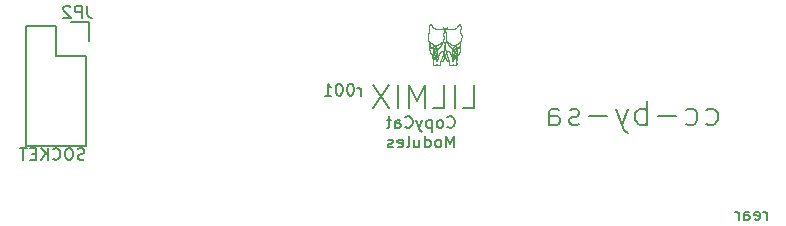
<source format=gbr>
G04 #@! TF.GenerationSoftware,KiCad,Pcbnew,5.1.4+dfsg1-1*
G04 #@! TF.CreationDate,2020-04-10T18:02:35-04:00*
G04 #@! TF.ProjectId,LilMix,4c696c4d-6978-42e6-9b69-6361645f7063,rev?*
G04 #@! TF.SameCoordinates,Original*
G04 #@! TF.FileFunction,Legend,Bot*
G04 #@! TF.FilePolarity,Positive*
%FSLAX46Y46*%
G04 Gerber Fmt 4.6, Leading zero omitted, Abs format (unit mm)*
G04 Created by KiCad (PCBNEW 5.1.4+dfsg1-1) date 2020-04-10 18:02:35*
%MOMM*%
%LPD*%
G04 APERTURE LIST*
%ADD10C,0.003450*%
%ADD11C,0.150000*%
%ADD12C,0.190500*%
G04 APERTURE END LIST*
D10*
X124300000Y-120230000D02*
X124303104Y-120230559D01*
X124303104Y-120230559D02*
X124306209Y-120231084D01*
X124306209Y-120231084D02*
X124309861Y-120231663D01*
X124309861Y-120231663D02*
X124313077Y-120232151D01*
X124313077Y-120232151D02*
X124316412Y-120232637D01*
X124316412Y-120232637D02*
X124319858Y-120233124D01*
X124319858Y-120233124D02*
X124322959Y-120233555D01*
X124322959Y-120233555D02*
X124327511Y-120234175D01*
X124327511Y-120234175D02*
X124331252Y-120234678D01*
X124331252Y-120234678D02*
X124335070Y-120235190D01*
X124335070Y-120235190D02*
X124338958Y-120235713D01*
X124338958Y-120235713D02*
X124343902Y-120236382D01*
X124343902Y-120236382D02*
X124347915Y-120236935D01*
X124347915Y-120236935D02*
X124351971Y-120237503D01*
X124351971Y-120237503D02*
X124356062Y-120238089D01*
X124356062Y-120238089D02*
X124357091Y-120238239D01*
X123887287Y-120065977D02*
X123890168Y-120066675D01*
X123890168Y-120066675D02*
X123892546Y-120067879D01*
X123892546Y-120067879D02*
X123894940Y-120069353D01*
X123894940Y-120069353D02*
X123897210Y-120070883D01*
X123897210Y-120070883D02*
X123899240Y-120072317D01*
X123899240Y-120072317D02*
X123901421Y-120073898D01*
X123901421Y-120073898D02*
X123903855Y-120075690D01*
X123903855Y-120075690D02*
X123906006Y-120077283D01*
X123906006Y-120077283D02*
X123908272Y-120078961D01*
X123908272Y-120078961D02*
X123910285Y-120080445D01*
X123910285Y-120080445D02*
X123912381Y-120081978D01*
X123912381Y-120081978D02*
X123914427Y-120083462D01*
X123914427Y-120083462D02*
X123916680Y-120085076D01*
X123916680Y-120085076D02*
X123918735Y-120086529D01*
X123918735Y-120086529D02*
X123920997Y-120088103D01*
X123920997Y-120088103D02*
X123923334Y-120089701D01*
X123923334Y-120089701D02*
X123925740Y-120091314D01*
X123925740Y-120091314D02*
X123928218Y-120092942D01*
X123928218Y-120092942D02*
X123930606Y-120094476D01*
X123930606Y-120094476D02*
X123932895Y-120095914D01*
X123932895Y-120095914D02*
X123935236Y-120097352D01*
X123935236Y-120097352D02*
X123937983Y-120098993D01*
X123937983Y-120098993D02*
X123940265Y-120100324D01*
X123940265Y-120100324D02*
X123942960Y-120101850D01*
X123942960Y-120101850D02*
X123944978Y-120102964D01*
D11*
X116940000Y-125852380D02*
X116940000Y-125185714D01*
X116940000Y-125376190D02*
X116892380Y-125280952D01*
X116844761Y-125233333D01*
X116749523Y-125185714D01*
X116654285Y-125185714D01*
X116130476Y-124852380D02*
X116035238Y-124852380D01*
X115940000Y-124900000D01*
X115892380Y-124947619D01*
X115844761Y-125042857D01*
X115797142Y-125233333D01*
X115797142Y-125471428D01*
X115844761Y-125661904D01*
X115892380Y-125757142D01*
X115940000Y-125804761D01*
X116035238Y-125852380D01*
X116130476Y-125852380D01*
X116225714Y-125804761D01*
X116273333Y-125757142D01*
X116320952Y-125661904D01*
X116368571Y-125471428D01*
X116368571Y-125233333D01*
X116320952Y-125042857D01*
X116273333Y-124947619D01*
X116225714Y-124900000D01*
X116130476Y-124852380D01*
X115178095Y-124852380D02*
X115082857Y-124852380D01*
X114987619Y-124900000D01*
X114940000Y-124947619D01*
X114892380Y-125042857D01*
X114844761Y-125233333D01*
X114844761Y-125471428D01*
X114892380Y-125661904D01*
X114940000Y-125757142D01*
X114987619Y-125804761D01*
X115082857Y-125852380D01*
X115178095Y-125852380D01*
X115273333Y-125804761D01*
X115320952Y-125757142D01*
X115368571Y-125661904D01*
X115416190Y-125471428D01*
X115416190Y-125233333D01*
X115368571Y-125042857D01*
X115320952Y-124947619D01*
X115273333Y-124900000D01*
X115178095Y-124852380D01*
X113892380Y-125852380D02*
X114463809Y-125852380D01*
X114178095Y-125852380D02*
X114178095Y-124852380D01*
X114273333Y-124995238D01*
X114368571Y-125090476D01*
X114463809Y-125138095D01*
D10*
X124238038Y-120210520D02*
X124243262Y-120212365D01*
X124243262Y-120212365D02*
X124246537Y-120213521D01*
X124246537Y-120213521D02*
X124249657Y-120214620D01*
X124249657Y-120214620D02*
X124252628Y-120215665D01*
X124252628Y-120215665D02*
X124255456Y-120216658D01*
X124255456Y-120216658D02*
X124258147Y-120217599D01*
X124258147Y-120217599D02*
X124261324Y-120218707D01*
X124261324Y-120218707D02*
X124264888Y-120219939D01*
X124264888Y-120219939D02*
X124268198Y-120221074D01*
X124268198Y-120221074D02*
X124271276Y-120222115D01*
X124271276Y-120222115D02*
X124274142Y-120223068D01*
X124274142Y-120223068D02*
X124277029Y-120224008D01*
X124277029Y-120224008D02*
X124280120Y-120224987D01*
X124280120Y-120224987D02*
X124283170Y-120225916D01*
X124283170Y-120225916D02*
X124285847Y-120226692D01*
X124285847Y-120226692D02*
X124289377Y-120227648D01*
X124289377Y-120227648D02*
X124292592Y-120228442D01*
X124292592Y-120228442D02*
X124295609Y-120229119D01*
X124295609Y-120229119D02*
X124298837Y-120229776D01*
X124298837Y-120229776D02*
X124300000Y-120230000D01*
X124076467Y-120153865D02*
X124080427Y-120155228D01*
X124080427Y-120155228D02*
X124083087Y-120156146D01*
X124083087Y-120156146D02*
X124085761Y-120157069D01*
X124085761Y-120157069D02*
X124089794Y-120158464D01*
X124089794Y-120158464D02*
X124095214Y-120160340D01*
X124095214Y-120160340D02*
X124100672Y-120162233D01*
X124100672Y-120162233D02*
X124106161Y-120164140D01*
X124106161Y-120164140D02*
X124110294Y-120165577D01*
X124110294Y-120165577D02*
X124113055Y-120166538D01*
X124113055Y-120166538D02*
X124117204Y-120167985D01*
X124117204Y-120167985D02*
X124122743Y-120169918D01*
X124122743Y-120169918D02*
X124126206Y-120171127D01*
X124126206Y-120171127D02*
X124129670Y-120172338D01*
X124129670Y-120172338D02*
X124132439Y-120173306D01*
X124132439Y-120173306D02*
X124135205Y-120174273D01*
X124135205Y-120174273D02*
X124137968Y-120175241D01*
X124137968Y-120175241D02*
X124140726Y-120176208D01*
X124140726Y-120176208D02*
X124143479Y-120177173D01*
X124143479Y-120177173D02*
X124146225Y-120178136D01*
X124146225Y-120178136D02*
X124150334Y-120179578D01*
X124150334Y-120179578D02*
X124155780Y-120181491D01*
X124155780Y-120181491D02*
X124161186Y-120183391D01*
X124161186Y-120183391D02*
X124166543Y-120185276D01*
X124166543Y-120185276D02*
X124171845Y-120187142D01*
X124171845Y-120187142D02*
X124177084Y-120188987D01*
X124177084Y-120188987D02*
X124182254Y-120190810D01*
X124182254Y-120190810D02*
X124187347Y-120192606D01*
X124187347Y-120192606D02*
X124192355Y-120194373D01*
X124192355Y-120194373D02*
X124199707Y-120196970D01*
X124199707Y-120196970D02*
X124209132Y-120200300D01*
X124209132Y-120200300D02*
X124218090Y-120203466D01*
X124218090Y-120203466D02*
X124230603Y-120207891D01*
X124230603Y-120207891D02*
X124238038Y-120210520D01*
X123944978Y-120102964D02*
X123947306Y-120104215D01*
X123947306Y-120104215D02*
X123949876Y-120105560D01*
X123949876Y-120105560D02*
X123952395Y-120106844D01*
X123952395Y-120106844D02*
X123954765Y-120108023D01*
X123954765Y-120108023D02*
X123957125Y-120109171D01*
X123957125Y-120109171D02*
X123959933Y-120110505D01*
X123959933Y-120110505D02*
X123962536Y-120111713D01*
X123962536Y-120111713D02*
X123965288Y-120112964D01*
X123965288Y-120112964D02*
X123967871Y-120114114D01*
X123967871Y-120114114D02*
X123970495Y-120115262D01*
X123970495Y-120115262D02*
X123973156Y-120116404D01*
X123973156Y-120116404D02*
X123975860Y-120117544D01*
X123975860Y-120117544D02*
X123978605Y-120118685D01*
X123978605Y-120118685D02*
X123981391Y-120119822D01*
X123981391Y-120119822D02*
X123984217Y-120120961D01*
X123984217Y-120120961D02*
X123987082Y-120122098D01*
X123987082Y-120122098D02*
X123989988Y-120123237D01*
X123989988Y-120123237D02*
X123992936Y-120124377D01*
X123992936Y-120124377D02*
X123995924Y-120125518D01*
X123995924Y-120125518D02*
X123998952Y-120126661D01*
X123998952Y-120126661D02*
X124002021Y-120127809D01*
X124002021Y-120127809D02*
X124005128Y-120128960D01*
X124005128Y-120128960D02*
X124008278Y-120130113D01*
X124008278Y-120130113D02*
X124010934Y-120131079D01*
X124010934Y-120131079D02*
X124013617Y-120132047D01*
X124013617Y-120132047D02*
X124016875Y-120133216D01*
X124016875Y-120133216D02*
X124020171Y-120134391D01*
X124020171Y-120134391D02*
X124023509Y-120135572D01*
X124023509Y-120135572D02*
X124026889Y-120136762D01*
X124026889Y-120136762D02*
X124030309Y-120137960D01*
X124030309Y-120137960D02*
X124033769Y-120139166D01*
X124033769Y-120139166D02*
X124037856Y-120140586D01*
X124037856Y-120140586D02*
X124040809Y-120141608D01*
X124040809Y-120141608D02*
X124044391Y-120142844D01*
X124044391Y-120142844D02*
X124048618Y-120144300D01*
X124048618Y-120144300D02*
X124051674Y-120145350D01*
X124051674Y-120145350D02*
X124054758Y-120146409D01*
X124054758Y-120146409D02*
X124060996Y-120148550D01*
X124060996Y-120148550D02*
X124066728Y-120150517D01*
X124066728Y-120150517D02*
X124069945Y-120151622D01*
X124069945Y-120151622D02*
X124073842Y-120152961D01*
X124073842Y-120152961D02*
X124076467Y-120153865D01*
X125217592Y-121814649D02*
X125220644Y-121816592D01*
X125220644Y-121816592D02*
X125223601Y-121818463D01*
X125223601Y-121818463D02*
X125225832Y-121819868D01*
X125225832Y-121819868D02*
X125228620Y-121821613D01*
X125228620Y-121821613D02*
X125231018Y-121823102D01*
X125231018Y-121823102D02*
X125233343Y-121824537D01*
X125233343Y-121824537D02*
X125235875Y-121826084D01*
X125235875Y-121826084D02*
X125238848Y-121827885D01*
X125238848Y-121827885D02*
X125241182Y-121829281D01*
X125241182Y-121829281D02*
X125243920Y-121830899D01*
X125243920Y-121830899D02*
X125246415Y-121832350D01*
X125246415Y-121832350D02*
X125248801Y-121833714D01*
X125248801Y-121833714D02*
X125251394Y-121835166D01*
X125251394Y-121835166D02*
X125253846Y-121836507D01*
X125253846Y-121836507D02*
X125256537Y-121837933D01*
X125256537Y-121837933D02*
X125259049Y-121839214D01*
X125259049Y-121839214D02*
X125261550Y-121840426D01*
X125261550Y-121840426D02*
X125264008Y-121841545D01*
X125264008Y-121841545D02*
X125266652Y-121842643D01*
X125266652Y-121842643D02*
X125269367Y-121843612D01*
X125269367Y-121843612D02*
X125272123Y-121844357D01*
X125272123Y-121844357D02*
X125275351Y-121844700D01*
X125275351Y-121844700D02*
X125278178Y-121843966D01*
X125278178Y-121843966D02*
X125279831Y-121842143D01*
X125279831Y-121842143D02*
X125280622Y-121839443D01*
X125280622Y-121839443D02*
X125280813Y-121836016D01*
X125280813Y-121836016D02*
X125280692Y-121833152D01*
X125280692Y-121833152D02*
X125280385Y-121829629D01*
X125280385Y-121829629D02*
X125279957Y-121825698D01*
X125279957Y-121825698D02*
X125279486Y-121821603D01*
X125279486Y-121821603D02*
X125279117Y-121818272D01*
X125279117Y-121818272D02*
X125278751Y-121814706D01*
X125278751Y-121814706D02*
X125278436Y-121811228D01*
X125278436Y-121811228D02*
X125278167Y-121807717D01*
X125278167Y-121807717D02*
X125277956Y-121804327D01*
X125277956Y-121804327D02*
X125277779Y-121800489D01*
X125277779Y-121800489D02*
X125277678Y-121796999D01*
X125277678Y-121796999D02*
X125277632Y-121793457D01*
X125277632Y-121793457D02*
X125277652Y-121789344D01*
X125277652Y-121789344D02*
X125277729Y-121785828D01*
X125277729Y-121785828D02*
X125277869Y-121782186D01*
X125277869Y-121782186D02*
X125278074Y-121778413D01*
X125278074Y-121778413D02*
X125278372Y-121774261D01*
X125278372Y-121774261D02*
X125278706Y-121770472D01*
X125278706Y-121770472D02*
X125279055Y-121767091D01*
X125279055Y-121767091D02*
X125279429Y-121763891D01*
X125279429Y-121763891D02*
X125279852Y-121760611D01*
X125279852Y-121760611D02*
X125280332Y-121757253D01*
X125280332Y-121757253D02*
X125280864Y-121753813D01*
X125280864Y-121753813D02*
X125281455Y-121750293D01*
X125281455Y-121750293D02*
X125282107Y-121746693D01*
X125282107Y-121746693D02*
X125282696Y-121743627D01*
X125282696Y-121743627D02*
X125283331Y-121740505D01*
X125283331Y-121740505D02*
X125284012Y-121737324D01*
X125284012Y-121737324D02*
X125284740Y-121734083D01*
X125284740Y-121734083D02*
X125285516Y-121730783D01*
X125285516Y-121730783D02*
X125286342Y-121727424D01*
X125286342Y-121727424D02*
X125286429Y-121727086D01*
X125286429Y-121727086D02*
X125287218Y-121724002D01*
X125287218Y-121724002D02*
X125287955Y-121721223D01*
X125287955Y-121721223D02*
X125288721Y-121718406D01*
X125288721Y-121718406D02*
X125289519Y-121715556D01*
X125289519Y-121715556D02*
X125290345Y-121712671D01*
X125290345Y-121712671D02*
X125291637Y-121708283D01*
X125291637Y-121708283D02*
X125292534Y-121705320D01*
X125292534Y-121705320D02*
X125293455Y-121702327D01*
X125293455Y-121702327D02*
X125294400Y-121699307D01*
X125294400Y-121699307D02*
X125295369Y-121696260D01*
X125295369Y-121696260D02*
X125296489Y-121692807D01*
X125296489Y-121692807D02*
X125297506Y-121689709D01*
X125297506Y-121689709D02*
X125298545Y-121686589D01*
X125298545Y-121686589D02*
X125299605Y-121683449D01*
X125299605Y-121683449D02*
X125300548Y-121680686D01*
X125300548Y-121680686D02*
X125301782Y-121677113D01*
X125301782Y-121677113D02*
X125302897Y-121673918D01*
X125302897Y-121673918D02*
X125303885Y-121671109D01*
X125303885Y-121671109D02*
X125305756Y-121665868D01*
X125305756Y-121665868D02*
X125306925Y-121662625D01*
X125306925Y-121662625D02*
X125308109Y-121659372D01*
X125308109Y-121659372D02*
X125309305Y-121656109D01*
X125309305Y-121656109D02*
X125310513Y-121652840D01*
X125310513Y-121652840D02*
X125311731Y-121649562D01*
X125311731Y-121649562D02*
X125312960Y-121646280D01*
X125312960Y-121646280D02*
X125314821Y-121641351D01*
X125314821Y-121641351D02*
X125316697Y-121636415D01*
X125316697Y-121636415D02*
X125319223Y-121629839D01*
X125319223Y-121629839D02*
X125320335Y-121626965D01*
X125320335Y-121626965D02*
X125321607Y-121623681D01*
X125321607Y-121623681D02*
X125323682Y-121618359D01*
X125323682Y-121618359D02*
X125324800Y-121615502D01*
X125324800Y-121615502D02*
X125326240Y-121611837D01*
X125326240Y-121611837D02*
X125328479Y-121606164D01*
X125328479Y-121606164D02*
X125329756Y-121602940D01*
X125329756Y-121602940D02*
X125331030Y-121599729D01*
X125331030Y-121599729D02*
X125332299Y-121596532D01*
X125332299Y-121596532D02*
X125333565Y-121593352D01*
X125333565Y-121593352D02*
X125334825Y-121590191D01*
X125334825Y-121590191D02*
X125336079Y-121587049D01*
X125336079Y-121587049D02*
X125337325Y-121583928D01*
X125337325Y-121583928D02*
X125339182Y-121579285D01*
X125339182Y-121579285D02*
X125341620Y-121573182D01*
X125341620Y-121573182D02*
X125343417Y-121568676D01*
X125343417Y-121568676D02*
X125344601Y-121565707D01*
X125344601Y-121565707D02*
X125345771Y-121562768D01*
X125345771Y-121562768D02*
X125347213Y-121559139D01*
X125347213Y-121559139D02*
X125348912Y-121554852D01*
X125348912Y-121554852D02*
X125350024Y-121552037D01*
X125350024Y-121552037D02*
X125351388Y-121548568D01*
X125351388Y-121548568D02*
X125352721Y-121545162D01*
X125352721Y-121545162D02*
X125353766Y-121542480D01*
X125353766Y-121542480D02*
X125354790Y-121539840D01*
X125354790Y-121539840D02*
X125355792Y-121537242D01*
X125355792Y-121537242D02*
X125356893Y-121534374D01*
X125356893Y-121534374D02*
X125357965Y-121531563D01*
X125357965Y-121531563D02*
X125359116Y-121528504D01*
X125359116Y-121528504D02*
X125360448Y-121524930D01*
X125360448Y-121524930D02*
X125361726Y-121521457D01*
X125361726Y-121521457D02*
X125362950Y-121518079D01*
X125362950Y-121518079D02*
X125364120Y-121514795D01*
X125364120Y-121514795D02*
X125365238Y-121511601D01*
X125365238Y-121511601D02*
X125366304Y-121508494D01*
X125366304Y-121508494D02*
X125367321Y-121505471D01*
X125367321Y-121505471D02*
X125368285Y-121502529D01*
X125368285Y-121502529D02*
X125369126Y-121499901D01*
X125369126Y-121499901D02*
X125369998Y-121497107D01*
X125369998Y-121497107D02*
X125370885Y-121494158D01*
X125370885Y-121494158D02*
X125371717Y-121491289D01*
X125371717Y-121491289D02*
X125372551Y-121488284D01*
X125372551Y-121488284D02*
X125373323Y-121485364D01*
X125373323Y-121485364D02*
X125374272Y-121481523D01*
X125374272Y-121481523D02*
X125375027Y-121478200D01*
X125375027Y-121478200D02*
X125375769Y-121474599D01*
X125375769Y-121474599D02*
X125376313Y-121471651D01*
X125376313Y-121471651D02*
X125376859Y-121468236D01*
X125376859Y-121468236D02*
X125377348Y-121464562D01*
X125377348Y-121464562D02*
X125377718Y-121460972D01*
X125377718Y-121460972D02*
X125377990Y-121457122D01*
X125377990Y-121457122D02*
X125378130Y-121453169D01*
X125378130Y-121453169D02*
X125378131Y-121449259D01*
X125378131Y-121449259D02*
X125377994Y-121445363D01*
X125377994Y-121445363D02*
X125377782Y-121442112D01*
X125377782Y-121442112D02*
X125377483Y-121438842D01*
X125377483Y-121438842D02*
X125377100Y-121435534D01*
X125377100Y-121435534D02*
X125376638Y-121432177D01*
X125376638Y-121432177D02*
X125376099Y-121428758D01*
X125376099Y-121428758D02*
X125376041Y-121428412D01*
X125376041Y-121428412D02*
X125375483Y-121425258D01*
X125375483Y-121425258D02*
X125374795Y-121421681D01*
X125374795Y-121421681D02*
X125374196Y-121418765D01*
X125374196Y-121418765D02*
X125373555Y-121415805D01*
X125373555Y-121415805D02*
X125372874Y-121412799D01*
X125372874Y-121412799D02*
X125372153Y-121409751D01*
X125372153Y-121409751D02*
X125371393Y-121406660D01*
X125371393Y-121406660D02*
X125370598Y-121403532D01*
X125370598Y-121403532D02*
X125369767Y-121400363D01*
X125369767Y-121400363D02*
X125368903Y-121397158D01*
X125368903Y-121397158D02*
X125368008Y-121393918D01*
X125368008Y-121393918D02*
X125367082Y-121390647D01*
X125367082Y-121390647D02*
X125366126Y-121387343D01*
X125366126Y-121387343D02*
X125364893Y-121383170D01*
X125364893Y-121383170D02*
X125363878Y-121379802D01*
X125363878Y-121379802D02*
X125362839Y-121376406D01*
X125362839Y-121376406D02*
X125361776Y-121372985D01*
X125361776Y-121372985D02*
X125360555Y-121369110D01*
X125360555Y-121369110D02*
X125359450Y-121365642D01*
X125359450Y-121365642D02*
X125358326Y-121362154D01*
X125358326Y-121362154D02*
X125357329Y-121359087D01*
X125357329Y-121359087D02*
X125356465Y-121356448D01*
X125356465Y-121356448D02*
X125355593Y-121353801D01*
X125355593Y-121353801D02*
X125354272Y-121349817D01*
X125354272Y-121349817D02*
X125353084Y-121346260D01*
X125353084Y-121346260D02*
X125351887Y-121342693D01*
X125351887Y-121342693D02*
X125350379Y-121338222D01*
X125350379Y-121338222D02*
X125349166Y-121334636D01*
X125349166Y-121334636D02*
X125347947Y-121331045D01*
X125347947Y-121331045D02*
X125346725Y-121327450D01*
X125346725Y-121327450D02*
X125344888Y-121322055D01*
X124859582Y-120191500D02*
X124864586Y-120190047D01*
X124864586Y-120190047D02*
X124867895Y-120189090D01*
X124867895Y-120189090D02*
X124872000Y-120187907D01*
X124872000Y-120187907D02*
X124877691Y-120186275D01*
X124877691Y-120186275D02*
X124880911Y-120185356D01*
X124880911Y-120185356D02*
X124884109Y-120184448D01*
X124884109Y-120184448D02*
X124887282Y-120183550D01*
X124887282Y-120183550D02*
X124890432Y-120182661D01*
X124890432Y-120182661D02*
X124894335Y-120181564D01*
X124894335Y-120181564D02*
X124897431Y-120180700D01*
X124897431Y-120180700D02*
X124900505Y-120179846D01*
X124900505Y-120179846D02*
X124903553Y-120179003D01*
X124903553Y-120179003D02*
X124906576Y-120178170D01*
X124906576Y-120178170D02*
X124909576Y-120177350D01*
X124909576Y-120177350D02*
X124914025Y-120176138D01*
X124914025Y-120176138D02*
X124917692Y-120175150D01*
X124917692Y-120175150D02*
X124921316Y-120174180D01*
X124921316Y-120174180D02*
X124924543Y-120173321D01*
X124924543Y-120173321D02*
X124928443Y-120172295D01*
X124928443Y-120172295D02*
X124931248Y-120171563D01*
X124931248Y-120171563D02*
X124934027Y-120170844D01*
X124934027Y-120170844D02*
X124938143Y-120169788D01*
X124938143Y-120169788D02*
X124942197Y-120168762D01*
X124942197Y-120168762D02*
X124945860Y-120167846D01*
X124945860Y-120167846D02*
X124948818Y-120167117D01*
X124948818Y-120167117D02*
X124952706Y-120166171D01*
X124952706Y-120166171D02*
X124954627Y-120165711D01*
X124954627Y-120165711D02*
X124958409Y-120164809D01*
X124958409Y-120164809D02*
X124962717Y-120163789D01*
X124962717Y-120163789D02*
X124966331Y-120162928D01*
X124966331Y-120162928D02*
X124969873Y-120162070D01*
X124969873Y-120162070D02*
X124972783Y-120161345D01*
X124972783Y-120161345D02*
X124975915Y-120160539D01*
X124975915Y-120160539D02*
X124978867Y-120159745D01*
X124978867Y-120159745D02*
X124982053Y-120158845D01*
X124982053Y-120158845D02*
X124984920Y-120157984D01*
X124984920Y-120157984D02*
X124988019Y-120156992D01*
X124988019Y-120156992D02*
X124990815Y-120156034D01*
X124990815Y-120156034D02*
X124993840Y-120154919D01*
X124993840Y-120154919D02*
X124996443Y-120153885D01*
X124996443Y-120153885D02*
X124998897Y-120152843D01*
X124998897Y-120152843D02*
X125001589Y-120151616D01*
X125001589Y-120151616D02*
X125004136Y-120150368D01*
X125004136Y-120150368D02*
X125006823Y-120148950D01*
X125006823Y-120148950D02*
X125009562Y-120147394D01*
X125009562Y-120147394D02*
X125012071Y-120145861D01*
X125012071Y-120145861D02*
X125014197Y-120144478D01*
X125014197Y-120144478D02*
X125016570Y-120142839D01*
X125016570Y-120142839D02*
X125018565Y-120141379D01*
X125018565Y-120141379D02*
X125020687Y-120139747D01*
X125020687Y-120139747D02*
X125023184Y-120137711D01*
X125023184Y-120137711D02*
X125023935Y-120137076D01*
X125023935Y-120137076D02*
X125025805Y-120135435D01*
X125025805Y-120135435D02*
X125027798Y-120133610D01*
X125027798Y-120133610D02*
X125029789Y-120131708D01*
X125029789Y-120131708D02*
X125031657Y-120129855D01*
X125031657Y-120129855D02*
X125033648Y-120127799D01*
X125033648Y-120127799D02*
X125035516Y-120125801D01*
X125035516Y-120125801D02*
X125037642Y-120123452D01*
X125037642Y-120123452D02*
X125040150Y-120120573D01*
X125040150Y-120120573D02*
X125041787Y-120118634D01*
X125041787Y-120118634D02*
X125043683Y-120116330D01*
X125043683Y-120116330D02*
X125045716Y-120113793D01*
X125045716Y-120113793D02*
X125047762Y-120111175D01*
X125047762Y-120111175D02*
X125049435Y-120108986D01*
X125049435Y-120108986D02*
X125051377Y-120106393D01*
X125051377Y-120106393D02*
X125052943Y-120104267D01*
X125052943Y-120104267D02*
X125054520Y-120102094D01*
X125054520Y-120102094D02*
X125056107Y-120099875D01*
X125056107Y-120099875D02*
X125057572Y-120097797D01*
X125057572Y-120097797D02*
X125059857Y-120094508D01*
X125059857Y-120094508D02*
X125061349Y-120092330D01*
X125061349Y-120092330D02*
X125063128Y-120089703D01*
X125063128Y-120089703D02*
X125064786Y-120087229D01*
X125064786Y-120087229D02*
X125066459Y-120084706D01*
X125066459Y-120084706D02*
X125068149Y-120082134D01*
X125068149Y-120082134D02*
X125069856Y-120079516D01*
X125069856Y-120079516D02*
X125071435Y-120077071D01*
X125071435Y-120077071D02*
X125073323Y-120074129D01*
X125073323Y-120074129D02*
X125075676Y-120070431D01*
X125075676Y-120070431D02*
X125077464Y-120067597D01*
X125077464Y-120067597D02*
X125079273Y-120064717D01*
X125079273Y-120064717D02*
X125081102Y-120061785D01*
X125081102Y-120061785D02*
X125082954Y-120058805D01*
X125082954Y-120058805D02*
X125084516Y-120056283D01*
X125084516Y-120056283D02*
X125086729Y-120052691D01*
X125086729Y-120052691D02*
X125088168Y-120050347D01*
X125088168Y-120050347D02*
X125089946Y-120047443D01*
X125089946Y-120047443D02*
X125091912Y-120044228D01*
X125091912Y-120044228D02*
X125093569Y-120041510D01*
X125093569Y-120041510D02*
X125094239Y-120040412D01*
X125094239Y-120040412D02*
X125096257Y-120037086D01*
X125096257Y-120037086D02*
X125098986Y-120032584D01*
X125098986Y-120032584D02*
X125100366Y-120030305D01*
X125100366Y-120030305D02*
X125101755Y-120028010D01*
X125101755Y-120028010D02*
X125103154Y-120025697D01*
X125103154Y-120025697D02*
X125104562Y-120023367D01*
X125104562Y-120023367D02*
X125106688Y-120019847D01*
X125106688Y-120019847D02*
X125109553Y-120015100D01*
X125109553Y-120015100D02*
X125112448Y-120010303D01*
X125112448Y-120010303D02*
X125115373Y-120005461D01*
X125115373Y-120005461D02*
X125117584Y-120001802D01*
X125117584Y-120001802D02*
X125119064Y-119999351D01*
X125119064Y-119999351D02*
X125120551Y-119996893D01*
X125120551Y-119996893D02*
X125122043Y-119994429D01*
X125122043Y-119994429D02*
X125123542Y-119991958D01*
X125123542Y-119991958D02*
X125125420Y-119988859D01*
X125125420Y-119988859D02*
X125127685Y-119985134D01*
X125127685Y-119985134D02*
X125129579Y-119982024D01*
X125129579Y-119982024D02*
X125131098Y-119979531D01*
X125131098Y-119979531D02*
X125133002Y-119976412D01*
X125133002Y-119976412D02*
X125135677Y-119972044D01*
X125135677Y-119972044D02*
X125137208Y-119969548D01*
X125137208Y-119969548D02*
X125139127Y-119966428D01*
X125139127Y-119966428D02*
X125140663Y-119963937D01*
X125140663Y-119963937D02*
X125142201Y-119961446D01*
X125142201Y-119961446D02*
X125144511Y-119957716D01*
X125144511Y-119957716D02*
X125147595Y-119952760D01*
X125147595Y-119952760D02*
X125149137Y-119950289D01*
X125149137Y-119950289D02*
X125150679Y-119947826D01*
X125150679Y-119947826D02*
X125152221Y-119945370D01*
X125152221Y-119945370D02*
X125153762Y-119942923D01*
X125153762Y-119942923D02*
X125155688Y-119939875D01*
X125155688Y-119939875D02*
X125157227Y-119937448D01*
X125157227Y-119937448D02*
X125159149Y-119934430D01*
X125159149Y-119934430D02*
X125160685Y-119932028D01*
X125160685Y-119932028D02*
X125162986Y-119928449D01*
X125162986Y-119928449D02*
X125164517Y-119926080D01*
X125164517Y-119926080D02*
X125166235Y-119923430D01*
X125166235Y-119923430D02*
X125168330Y-119920217D01*
X125168330Y-119920217D02*
X125170608Y-119916746D01*
X125170608Y-119916746D02*
X125172121Y-119914454D01*
X125172121Y-119914454D02*
X125173818Y-119911895D01*
X125173818Y-119911895D02*
X125175886Y-119908802D01*
X125175886Y-119908802D02*
X125177385Y-119906575D01*
X125177385Y-119906575D02*
X125178877Y-119904368D01*
X125178877Y-119904368D02*
X125180364Y-119902182D01*
X125180364Y-119902182D02*
X125181844Y-119900018D01*
X125181844Y-119900018D02*
X125183320Y-119897878D01*
X125183320Y-119897878D02*
X125184788Y-119895760D01*
X125184788Y-119895760D02*
X125186250Y-119893666D01*
X125186250Y-119893666D02*
X125187886Y-119891340D01*
X125187886Y-119891340D02*
X125189516Y-119889049D01*
X125189516Y-119889049D02*
X125191310Y-119886538D01*
X125191310Y-119886538D02*
X125194690Y-119881886D01*
X125194690Y-119881886D02*
X125196276Y-119879736D01*
X125196276Y-119879736D02*
X125198203Y-119877152D01*
X125198203Y-119877152D02*
X125199768Y-119875077D01*
X125199768Y-119875077D02*
X125201668Y-119872585D01*
X125201668Y-119872585D02*
X125203215Y-119870584D01*
X125203215Y-119870584D02*
X125205091Y-119868183D01*
X125205091Y-119868183D02*
X125208136Y-119864361D01*
X125208136Y-119864361D02*
X125209811Y-119862298D01*
X125209811Y-119862298D02*
X125211977Y-119859675D01*
X125211977Y-119859675D02*
X125214617Y-119856540D01*
X125214617Y-119856540D02*
X125216418Y-119854444D01*
X125216418Y-119854444D02*
X125218370Y-119852216D01*
X125218370Y-119852216D02*
X125220309Y-119850043D01*
X125220309Y-119850043D02*
X125222237Y-119847932D01*
X125222237Y-119847932D02*
X125224150Y-119845875D01*
X125224150Y-119845875D02*
X125226210Y-119843715D01*
X125226210Y-119843715D02*
X125228099Y-119841780D01*
X125228099Y-119841780D02*
X125229976Y-119839901D01*
X125229976Y-119839901D02*
X125232307Y-119837634D01*
X125232307Y-119837634D02*
X125234158Y-119835884D01*
X125234158Y-119835884D02*
X125236306Y-119833913D01*
X125236306Y-119833913D02*
X125238135Y-119832285D01*
X125238135Y-119832285D02*
X125240409Y-119830331D01*
X125240409Y-119830331D02*
X125242368Y-119828707D01*
X125242368Y-119828707D02*
X125244615Y-119826914D01*
X125244615Y-119826914D02*
X125246849Y-119825210D01*
X125246849Y-119825210D02*
X125249511Y-119823279D01*
X125249511Y-119823279D02*
X125252157Y-119821471D01*
X125252157Y-119821471D02*
X125254786Y-119819786D01*
X125254786Y-119819786D02*
X125257110Y-119818392D01*
X125257110Y-119818392D02*
X125259424Y-119817096D01*
X125259424Y-119817096D02*
X125262589Y-119815468D01*
X125262589Y-119815468D02*
X125265164Y-119814274D01*
X125265164Y-119814274D02*
X125268439Y-119812921D01*
X125268439Y-119812921D02*
X125269861Y-119812396D01*
X125269861Y-119812396D02*
X125272540Y-119811490D01*
X125272540Y-119811490D02*
X125275340Y-119810675D01*
X125275340Y-119810675D02*
X125278669Y-119809877D01*
X125278669Y-119809877D02*
X125282228Y-119809220D01*
X125282228Y-119809220D02*
X125285610Y-119808787D01*
X125285610Y-119808787D02*
X125288948Y-119808538D01*
X125288948Y-119808538D02*
X125292370Y-119808466D01*
X125292370Y-119808466D02*
X125295810Y-119808581D01*
X125295810Y-119808581D02*
X125299318Y-119808887D01*
X125299318Y-119808887D02*
X125302707Y-119809365D01*
X125302707Y-119809365D02*
X125305789Y-119809951D01*
X125305789Y-119809951D02*
X125308698Y-119810638D01*
X125308698Y-119810638D02*
X125311441Y-119811403D01*
X125311441Y-119811403D02*
X125314714Y-119812463D01*
X125314714Y-119812463D02*
X125317463Y-119813480D01*
X125317463Y-119813480D02*
X125320158Y-119814587D01*
X125320158Y-119814587D02*
X125322689Y-119815724D01*
X125322689Y-119815724D02*
X125325060Y-119816877D01*
X125325060Y-119816877D02*
X125327801Y-119818312D01*
X125327801Y-119818312D02*
X125330270Y-119819700D01*
X125330270Y-119819700D02*
X125332581Y-119821081D01*
X125332581Y-119821081D02*
X125334826Y-119822499D01*
X125334826Y-119822499D02*
X125337012Y-119823960D01*
X125337012Y-119823960D02*
X125339137Y-119825463D01*
X125339137Y-119825463D02*
X125341294Y-119827077D01*
X125341294Y-119827077D02*
X125343844Y-119829113D01*
X125343844Y-119829113D02*
X125346540Y-119831429D01*
X125346540Y-119831429D02*
X125348363Y-119833098D01*
X125348363Y-119833098D02*
X125350161Y-119834836D01*
X125350161Y-119834836D02*
X125351960Y-119836665D01*
X125351960Y-119836665D02*
X125353794Y-119838632D01*
X125353794Y-119838632D02*
X125355589Y-119840661D01*
X125355589Y-119840661D02*
X125357348Y-119842755D01*
X125357348Y-119842755D02*
X125359003Y-119844824D01*
X125359003Y-119844824D02*
X125360558Y-119846860D01*
X125360558Y-119846860D02*
X125362438Y-119849443D01*
X125362438Y-119849443D02*
X125363912Y-119851563D01*
X125363912Y-119851563D02*
X125365708Y-119854260D01*
X125365708Y-119854260D02*
X125367114Y-119856461D01*
X125367114Y-119856461D02*
X125368444Y-119858615D01*
X125368444Y-119858615D02*
X125370487Y-119862062D01*
X125370487Y-119862062D02*
X125372061Y-119864827D01*
X125372061Y-119864827D02*
X125372193Y-119865062D01*
X124561858Y-120240507D02*
X124567362Y-120240074D01*
X124567362Y-120240074D02*
X124573058Y-120239624D01*
X124573058Y-120239624D02*
X124576567Y-120239344D01*
X124576567Y-120239344D02*
X124581337Y-120238962D01*
X124581337Y-120238962D02*
X124586209Y-120238565D01*
X124586209Y-120238565D02*
X124591177Y-120238157D01*
X124591177Y-120238157D02*
X124596235Y-120237734D01*
X124596235Y-120237734D02*
X124599440Y-120237465D01*
X124599440Y-120237465D02*
X124603976Y-120237076D01*
X124603976Y-120237076D02*
X124609228Y-120236620D01*
X124609228Y-120236620D02*
X124614547Y-120236150D01*
X124614547Y-120236150D02*
X124619925Y-120235666D01*
X124619925Y-120235666D02*
X124625355Y-120235166D01*
X124625355Y-120235166D02*
X124628773Y-120234845D01*
X124628773Y-120234845D02*
X124633587Y-120234389D01*
X124633587Y-120234389D02*
X124638429Y-120233920D01*
X124638429Y-120233920D02*
X124641901Y-120233578D01*
X124641901Y-120233578D02*
X124647476Y-120233017D01*
X124647476Y-120233017D02*
X124653072Y-120232440D01*
X124653072Y-120232440D02*
X124656576Y-120232071D01*
X124656576Y-120232071D02*
X124661489Y-120231545D01*
X124661489Y-120231545D02*
X124665920Y-120231059D01*
X124665920Y-120231059D02*
X124669211Y-120230692D01*
X124669211Y-120230692D02*
X124673068Y-120230252D01*
X124673068Y-120230252D02*
X124676222Y-120229889D01*
X124676222Y-120229889D02*
X124680070Y-120229436D01*
X124680070Y-120229436D02*
X124683560Y-120229017D01*
X124683560Y-120229017D02*
X124688780Y-120228377D01*
X124688780Y-120228377D02*
X124692934Y-120227853D01*
X124692934Y-120227853D02*
X124696039Y-120227452D01*
X124696039Y-120227452D02*
X124699818Y-120226956D01*
X124699818Y-120226956D02*
X124704001Y-120226392D01*
X124704001Y-120226392D02*
X124707989Y-120225844D01*
X124707989Y-120225844D02*
X124712032Y-120225273D01*
X124712032Y-120225273D02*
X124715710Y-120224738D01*
X124715710Y-120224738D02*
X124720020Y-120224098D01*
X124720020Y-120224098D02*
X124723957Y-120223494D01*
X124723957Y-120223494D02*
X124727287Y-120222968D01*
X124727287Y-120222968D02*
X124730430Y-120222464D01*
X124730430Y-120222464D02*
X124731071Y-120222361D01*
X124731071Y-120222361D02*
X124734249Y-120221831D01*
X124734249Y-120221831D02*
X124738327Y-120221136D01*
X124738327Y-120221136D02*
X124741732Y-120220542D01*
X124741732Y-120220542D02*
X124745395Y-120219886D01*
X124745395Y-120219886D02*
X124749010Y-120219224D01*
X124749010Y-120219224D02*
X124752575Y-120218553D01*
X124752575Y-120218553D02*
X124756093Y-120217876D01*
X124756093Y-120217876D02*
X124759563Y-120217192D01*
X124759563Y-120217192D02*
X124762988Y-120216501D01*
X124762988Y-120216501D02*
X124766088Y-120215863D01*
X124766088Y-120215863D02*
X124769706Y-120215105D01*
X124769706Y-120215105D02*
X124772725Y-120214456D01*
X124772725Y-120214456D02*
X124775981Y-120213744D01*
X124775981Y-120213744D02*
X124779464Y-120212969D01*
X124779464Y-120212969D02*
X124782637Y-120212246D01*
X124782637Y-120212246D02*
X124785773Y-120211522D01*
X124785773Y-120211522D02*
X124789126Y-120210731D01*
X124789126Y-120210731D02*
X124791995Y-120210043D01*
X124791995Y-120210043D02*
X124795212Y-120209261D01*
X124795212Y-120209261D02*
X124799441Y-120208214D01*
X124799441Y-120208214D02*
X124803146Y-120207275D01*
X124803146Y-120207275D02*
X124806985Y-120206287D01*
X124806985Y-120206287D02*
X124810565Y-120205351D01*
X124810565Y-120205351D02*
X124813396Y-120204598D01*
X124813396Y-120204598D02*
X124816202Y-120203846D01*
X124816202Y-120203846D02*
X124819902Y-120202841D01*
X124819902Y-120202841D02*
X124824014Y-120201709D01*
X124824014Y-120201709D02*
X124827176Y-120200829D01*
X124827176Y-120200829D02*
X124831200Y-120199698D01*
X124831200Y-120199698D02*
X124834738Y-120198692D01*
X124834738Y-120198692D02*
X124838245Y-120197689D01*
X124838245Y-120197689D02*
X124841720Y-120196687D01*
X124841720Y-120196687D02*
X124846885Y-120195193D01*
X124846885Y-120195193D02*
X124851148Y-120193952D01*
X124851148Y-120193952D02*
X124854534Y-120192967D01*
X124854534Y-120192967D02*
X124857903Y-120191987D01*
X124857903Y-120191987D02*
X124859582Y-120191500D01*
X122754514Y-120362463D02*
X122754554Y-120366788D01*
X122754554Y-120366788D02*
X122754503Y-120371038D01*
X122754503Y-120371038D02*
X122754408Y-120374621D01*
X122754408Y-120374621D02*
X122754272Y-120378342D01*
X122754272Y-120378342D02*
X122754103Y-120382175D01*
X122754103Y-120382175D02*
X122753905Y-120386099D01*
X122753905Y-120386099D02*
X122753686Y-120390089D01*
X122753686Y-120390089D02*
X122753421Y-120394626D01*
X122753421Y-120394626D02*
X122753175Y-120398675D01*
X122753175Y-120398675D02*
X122752802Y-120404724D01*
X122752802Y-120404724D02*
X122752562Y-120408706D01*
X122752562Y-120408706D02*
X122752333Y-120412618D01*
X122752333Y-120412618D02*
X122752149Y-120415966D01*
X122752149Y-120415966D02*
X122751962Y-120419684D01*
X122751962Y-120419684D02*
X122751824Y-120422827D01*
X122751824Y-120422827D02*
X122751682Y-120426691D01*
X122751682Y-120426691D02*
X122751577Y-120430769D01*
X122751577Y-120430769D02*
X122751523Y-120434639D01*
X122751523Y-120434639D02*
X122751513Y-120438142D01*
X122751513Y-120438142D02*
X122751546Y-120441584D01*
X122751546Y-120441584D02*
X122751621Y-120445056D01*
X122751621Y-120445056D02*
X122751743Y-120448638D01*
X122751743Y-120448638D02*
X122751917Y-120452260D01*
X122751917Y-120452260D02*
X122752138Y-120455934D01*
X122752138Y-120455934D02*
X122752443Y-120460139D01*
X122752443Y-120460139D02*
X122752713Y-120463420D01*
X122752713Y-120463420D02*
X122752978Y-120466410D01*
X122752978Y-120466410D02*
X122753316Y-120470179D01*
X122753316Y-120470179D02*
X122753578Y-120473387D01*
X122753578Y-120473387D02*
X122753796Y-120476862D01*
X122753796Y-120476862D02*
X122753909Y-120480226D01*
X122753909Y-120480226D02*
X122753886Y-120483871D01*
X122753886Y-120483871D02*
X122753685Y-120487405D01*
X122753685Y-120487405D02*
X122753319Y-120490661D01*
X122753319Y-120490661D02*
X122752818Y-120493627D01*
X122752818Y-120493627D02*
X122752132Y-120496632D01*
X122752132Y-120496632D02*
X122751350Y-120499331D01*
X122751350Y-120499331D02*
X122750392Y-120502062D01*
X122750392Y-120502062D02*
X122749358Y-120504564D01*
X122749358Y-120504564D02*
X122748247Y-120506918D01*
X122748247Y-120506918D02*
X122747799Y-120507797D01*
X122747799Y-120507797D02*
X122746520Y-120510096D01*
X122746520Y-120510096D02*
X122745212Y-120512248D01*
X122745212Y-120512248D02*
X122743787Y-120514423D01*
X122743787Y-120514423D02*
X122742257Y-120516621D01*
X122742257Y-120516621D02*
X122740349Y-120519211D01*
X122740349Y-120519211D02*
X122738618Y-120521444D01*
X122738618Y-120521444D02*
X122736964Y-120523507D01*
X122736964Y-120523507D02*
X122735094Y-120525770D01*
X122735094Y-120525770D02*
X122733326Y-120527852D01*
X122733326Y-120527852D02*
X122731183Y-120530320D01*
X122731183Y-120530320D02*
X122729161Y-120532605D01*
X122729161Y-120532605D02*
X122727106Y-120534891D01*
X122727106Y-120534891D02*
X122725028Y-120537177D01*
X122725028Y-120537177D02*
X122722936Y-120539461D01*
X122722936Y-120539461D02*
X122720491Y-120542123D01*
X122720491Y-120542123D02*
X122718402Y-120544395D01*
X122718402Y-120544395D02*
X122716671Y-120546281D01*
X122716671Y-120546281D02*
X122714615Y-120548536D01*
X122714615Y-120548536D02*
X122712593Y-120550776D01*
X122712593Y-120550776D02*
X122710774Y-120552816D01*
X122710774Y-120552816D02*
X122709158Y-120554657D01*
X122709158Y-120554657D02*
X122708366Y-120555575D01*
X122708366Y-120555575D02*
X122706651Y-120557577D01*
X122706651Y-120557577D02*
X122704983Y-120559572D01*
X122704983Y-120559572D02*
X122703215Y-120561743D01*
X122703215Y-120561743D02*
X122701563Y-120563821D01*
X122701563Y-120563821D02*
X122699752Y-120566178D01*
X122699752Y-120566178D02*
X122698258Y-120568182D01*
X122698258Y-120568182D02*
X122696701Y-120570336D01*
X122696701Y-120570336D02*
X122694992Y-120572792D01*
X122694992Y-120572792D02*
X122693420Y-120575138D01*
X122693420Y-120575138D02*
X122691948Y-120577423D01*
X122691948Y-120577423D02*
X122690270Y-120580136D01*
X122690270Y-120580136D02*
X122688864Y-120582512D01*
X122688864Y-120582512D02*
X122687256Y-120585346D01*
X122687256Y-120585346D02*
X122685904Y-120587834D01*
X122685904Y-120587834D02*
X122684248Y-120591034D01*
X122684248Y-120591034D02*
X122682943Y-120593670D01*
X122682943Y-120593670D02*
X122681760Y-120596152D01*
X122681760Y-120596152D02*
X122680644Y-120598581D01*
X122680644Y-120598581D02*
X122679432Y-120601315D01*
X122679432Y-120601315D02*
X122678386Y-120603760D01*
X122678386Y-120603760D02*
X122677346Y-120606270D01*
X122677346Y-120606270D02*
X122676829Y-120607552D01*
X122676829Y-120607552D02*
X122675689Y-120610426D01*
X122675689Y-120610426D02*
X122674658Y-120613119D01*
X122674658Y-120613119D02*
X122673635Y-120615887D01*
X122673635Y-120615887D02*
X122672615Y-120618733D01*
X122672615Y-120618733D02*
X122671602Y-120621660D01*
X122671602Y-120621660D02*
X122670674Y-120624442D01*
X122670674Y-120624442D02*
X122669753Y-120627299D01*
X122669753Y-120627299D02*
X122668814Y-120630313D01*
X122668814Y-120630313D02*
X122667836Y-120633575D01*
X122667836Y-120633575D02*
X122666870Y-120636931D01*
X122666870Y-120636931D02*
X122666025Y-120639969D01*
X122666025Y-120639969D02*
X122665205Y-120643043D01*
X122665205Y-120643043D02*
X122664413Y-120646126D01*
X122664413Y-120646126D02*
X122663675Y-120649096D01*
X122663675Y-120649096D02*
X122663001Y-120651894D01*
X122663001Y-120651894D02*
X122662271Y-120655045D01*
X122662271Y-120655045D02*
X122661583Y-120658122D01*
X122661583Y-120658122D02*
X122660819Y-120661678D01*
X122660819Y-120661678D02*
X122660131Y-120665007D01*
X122660131Y-120665007D02*
X122659456Y-120668412D01*
X122659456Y-120668412D02*
X122658792Y-120671895D01*
X122658792Y-120671895D02*
X122658141Y-120675457D01*
X122658141Y-120675457D02*
X122657539Y-120678869D01*
X122657539Y-120678869D02*
X122657031Y-120681885D01*
X122657031Y-120681885D02*
X122656528Y-120684955D01*
X122656528Y-120684955D02*
X122655963Y-120688568D01*
X122655963Y-120688568D02*
X122655370Y-120692502D01*
X122655370Y-120692502D02*
X122654900Y-120695766D01*
X122654900Y-120695766D02*
X122654404Y-120699344D01*
X122654404Y-120699344D02*
X122653990Y-120702465D01*
X122653990Y-120702465D02*
X122653754Y-120704312D01*
X124237266Y-121240489D02*
X124232577Y-121244237D01*
X124232577Y-121244237D02*
X124228824Y-121247246D01*
X124228824Y-121247246D02*
X124225536Y-121249891D01*
X124225536Y-121249891D02*
X124222714Y-121252173D01*
X124222714Y-121252173D02*
X124219886Y-121254469D01*
X124219886Y-121254469D02*
X124217052Y-121256783D01*
X124217052Y-121256783D02*
X124214214Y-121259120D01*
X124214214Y-121259120D02*
X124212315Y-121260690D01*
X124212315Y-121260690D02*
X124210415Y-121262274D01*
X124210415Y-121262274D02*
X124208510Y-121263868D01*
X124208510Y-121263868D02*
X124206600Y-121265477D01*
X124206600Y-121265477D02*
X124204685Y-121267099D01*
X124204685Y-121267099D02*
X124202766Y-121268737D01*
X124202766Y-121268737D02*
X124200842Y-121270389D01*
X124200842Y-121270389D02*
X124198911Y-121272061D01*
X124198911Y-121272061D02*
X124196975Y-121273749D01*
X124196975Y-121273749D02*
X124195033Y-121275457D01*
X124195033Y-121275457D02*
X124192110Y-121278055D01*
X124192110Y-121278055D02*
X124189170Y-121280700D01*
X124189170Y-121280700D02*
X124186954Y-121282716D01*
X124186954Y-121282716D02*
X124184978Y-121284532D01*
X124184978Y-121284532D02*
X124182496Y-121286837D01*
X124182496Y-121286837D02*
X124180252Y-121288946D01*
X124180252Y-121288946D02*
X124177997Y-121291088D01*
X124177997Y-121291088D02*
X124176237Y-121292779D01*
X124176237Y-121292779D02*
X124175733Y-121293266D01*
X124175733Y-121293266D02*
X124173960Y-121294980D01*
X124173960Y-121294980D02*
X124171928Y-121296968D01*
X124171928Y-121296968D02*
X124169890Y-121298985D01*
X124169890Y-121298985D02*
X124167075Y-121301807D01*
X124167075Y-121301807D02*
X124165277Y-121303631D01*
X124165277Y-121303631D02*
X124161930Y-121307080D01*
X124161930Y-121307080D02*
X124159607Y-121309516D01*
X124159607Y-121309516D02*
X124157536Y-121311712D01*
X124157536Y-121311712D02*
X124155463Y-121313941D01*
X124155463Y-121313941D02*
X124153649Y-121315917D01*
X124153649Y-121315917D02*
X124151832Y-121317918D01*
X124151832Y-121317918D02*
X124149237Y-121320818D01*
X124149237Y-121320818D02*
X124147161Y-121323177D01*
X124147161Y-121323177D02*
X124144047Y-121326776D01*
X124144047Y-121326776D02*
X124141455Y-121329833D01*
X124141455Y-121329833D02*
X124139515Y-121332161D01*
X124139515Y-121332161D02*
X124137836Y-121334203D01*
X124137836Y-121334203D02*
X124136288Y-121336108D01*
X124136288Y-121336108D02*
X124134742Y-121338034D01*
X124134742Y-121338034D02*
X124133199Y-121339978D01*
X124133199Y-121339978D02*
X124131659Y-121341943D01*
X124131659Y-121341943D02*
X124130123Y-121343929D01*
X124130123Y-121343929D02*
X124128592Y-121345935D01*
X124128592Y-121345935D02*
X124127029Y-121348004D01*
X124127029Y-121348004D02*
X124125538Y-121350008D01*
X124125538Y-121350008D02*
X124124018Y-121352076D01*
X124124018Y-121352076D02*
X124122504Y-121354165D01*
X124122504Y-121354165D02*
X124120866Y-121356452D01*
X124120866Y-121356452D02*
X124119363Y-121358585D01*
X124119363Y-121358585D02*
X124117493Y-121361282D01*
X124117493Y-121361282D02*
X124115877Y-121363646D01*
X124115877Y-121363646D02*
X124114148Y-121366222D01*
X124114148Y-121366222D02*
X124112550Y-121368640D01*
X124112550Y-121368640D02*
X124111142Y-121370800D01*
X124111142Y-121370800D02*
X124110353Y-121372033D01*
X124110353Y-121372033D02*
X124108652Y-121374704D01*
X124108652Y-121374704D02*
X124106244Y-121378587D01*
X124106244Y-121378587D02*
X124104852Y-121380882D01*
X124104852Y-121380882D02*
X124103383Y-121383368D01*
X124103383Y-121383368D02*
X124101964Y-121385817D01*
X124101964Y-121385817D02*
X124100671Y-121388101D01*
X124100671Y-121388101D02*
X124099153Y-121390852D01*
X124099153Y-121390852D02*
X124097875Y-121393227D01*
X124097875Y-121393227D02*
X124096490Y-121395871D01*
X124096490Y-121395871D02*
X124095216Y-121398374D01*
X124095216Y-121398374D02*
X124093520Y-121401804D01*
X124093520Y-121401804D02*
X124092359Y-121404225D01*
X124092359Y-121404225D02*
X124090815Y-121407556D01*
X124090815Y-121407556D02*
X124089700Y-121410038D01*
X124089700Y-121410038D02*
X124088590Y-121412574D01*
X124088590Y-121412574D02*
X124087480Y-121415181D01*
X124087480Y-121415181D02*
X124086391Y-121417816D01*
X124086391Y-121417816D02*
X124085355Y-121420388D01*
X124085355Y-121420388D02*
X124084220Y-121423296D01*
X124084220Y-121423296D02*
X124083197Y-121425988D01*
X124083197Y-121425988D02*
X124082075Y-121429035D01*
X124082075Y-121429035D02*
X124081015Y-121432007D01*
X124081015Y-121432007D02*
X124079960Y-121435046D01*
X124079960Y-121435046D02*
X124078911Y-121438161D01*
X124078911Y-121438161D02*
X124077871Y-121441351D01*
X124077871Y-121441351D02*
X124076836Y-121444616D01*
X124076836Y-121444616D02*
X124075965Y-121447455D01*
X124075965Y-121447455D02*
X124074970Y-121450783D01*
X124074970Y-121450783D02*
X124074186Y-121453486D01*
X124074186Y-121453486D02*
X124073380Y-121456328D01*
X124073380Y-121456328D02*
X124072603Y-121459134D01*
X124072603Y-121459134D02*
X124071783Y-121462180D01*
X124071783Y-121462180D02*
X124070992Y-121465193D01*
X124070992Y-121465193D02*
X124070204Y-121468263D01*
X124070204Y-121468263D02*
X124069424Y-121471394D01*
X124069424Y-121471394D02*
X124068647Y-121474585D01*
X124068647Y-121474585D02*
X124067877Y-121477840D01*
X124067877Y-121477840D02*
X124067061Y-121481364D01*
X124067061Y-121481364D02*
X124066348Y-121484535D01*
X124066348Y-121484535D02*
X124065546Y-121488198D01*
X124065546Y-121488198D02*
X124064843Y-121491494D01*
X124064843Y-121491494D02*
X124064097Y-121495074D01*
X124064097Y-121495074D02*
X124063310Y-121498953D01*
X124063310Y-121498953D02*
X124062622Y-121502441D01*
X124062622Y-121502441D02*
X124061937Y-121505992D01*
X124061937Y-121505992D02*
X124061168Y-121510092D01*
X124061168Y-121510092D02*
X124060629Y-121513036D01*
X124060629Y-121513036D02*
X124060090Y-121516021D01*
X124060090Y-121516021D02*
X124059558Y-121519049D01*
X124059558Y-121519049D02*
X124059027Y-121522119D01*
X124059027Y-121522119D02*
X124058412Y-121525753D01*
X124058412Y-121525753D02*
X124057715Y-121529981D01*
X124057715Y-121529981D02*
X124057023Y-121534288D01*
X124057023Y-121534288D02*
X124056509Y-121537571D01*
X124056509Y-121537571D02*
X124055951Y-121541174D01*
X124055951Y-121541174D02*
X124055463Y-121544407D01*
X124055463Y-121544407D02*
X124054895Y-121548251D01*
X124054895Y-121548251D02*
X124054309Y-121552292D01*
X124054309Y-121552292D02*
X124053561Y-121557572D01*
X124053561Y-121557572D02*
X124053066Y-121561139D01*
X124053066Y-121561139D02*
X124052576Y-121564745D01*
X124052576Y-121564745D02*
X124052006Y-121568997D01*
X124052006Y-121568997D02*
X124051561Y-121572374D01*
X124051561Y-121572374D02*
X124051040Y-121576402D01*
X124051040Y-121576402D02*
X124050639Y-121579526D01*
X124050639Y-121579526D02*
X124050162Y-121583304D01*
X124050162Y-121583304D02*
X124049746Y-121586637D01*
X124049746Y-121586637D02*
X124049140Y-121591600D01*
X124049140Y-121591600D02*
X124048700Y-121595232D01*
X124048700Y-121595232D02*
X124048206Y-121599377D01*
X124048206Y-121599377D02*
X124047821Y-121602650D01*
X124047821Y-121602650D02*
X124047286Y-121607263D01*
X124047286Y-121607263D02*
X124046921Y-121610411D01*
X124046921Y-121610411D02*
X124046375Y-121615248D01*
X124046375Y-121615248D02*
X124045998Y-121618603D01*
X124045998Y-121618603D02*
X124045548Y-121622648D01*
X124045548Y-121622648D02*
X124045176Y-121626035D01*
X124045176Y-121626035D02*
X124044656Y-121630800D01*
X124044656Y-121630800D02*
X124044288Y-121634219D01*
X124044288Y-121634219D02*
X124043885Y-121637995D01*
X124043885Y-121637995D02*
X124043410Y-121642474D01*
X124043410Y-121642474D02*
X124042832Y-121648014D01*
X124042832Y-121648014D02*
X124042328Y-121652881D01*
X124042328Y-121652881D02*
X124041970Y-121656369D01*
X124041970Y-121656369D02*
X124041402Y-121661967D01*
X124041402Y-121661967D02*
X124040837Y-121667583D01*
X124040837Y-121667583D02*
X124040346Y-121672511D01*
X124040346Y-121672511D02*
X124040031Y-121675683D01*
X124040031Y-121675683D02*
X124039651Y-121679568D01*
X124039651Y-121679568D02*
X124039169Y-121684521D01*
X124039169Y-121684521D02*
X124038806Y-121688238D01*
X124038806Y-121688238D02*
X124038347Y-121693024D01*
X124038347Y-121693024D02*
X124037805Y-121698699D01*
X124037805Y-121698699D02*
X124036864Y-121708637D01*
X124036864Y-121708637D02*
X124036331Y-121714313D01*
X124036331Y-121714313D02*
X124035934Y-121718567D01*
X124035934Y-121718567D02*
X124035277Y-121725650D01*
X124035277Y-121725650D02*
X124034755Y-121731306D01*
X124034755Y-121731306D02*
X124034236Y-121736949D01*
X124034236Y-121736949D02*
X124033720Y-121742579D01*
X124033720Y-121742579D02*
X124033208Y-121748192D01*
X124033208Y-121748192D02*
X124032699Y-121753785D01*
X124032699Y-121753785D02*
X124032193Y-121759355D01*
X124032193Y-121759355D02*
X124031439Y-121767669D01*
X124031439Y-121767669D02*
X124030693Y-121775911D01*
X124030693Y-121775911D02*
X124030200Y-121781368D01*
X124030200Y-121781368D02*
X124029464Y-121789495D01*
X124029464Y-121789495D02*
X124028857Y-121796189D01*
X124028857Y-121796189D02*
X124028251Y-121802826D01*
X124028251Y-121802826D02*
X124027771Y-121808085D01*
X124027771Y-121808085D02*
X124027293Y-121813296D01*
X124027293Y-121813296D02*
X124026818Y-121818458D01*
X124026818Y-121818458D02*
X124026344Y-121823567D01*
X124026344Y-121823567D02*
X124025874Y-121828622D01*
X124025874Y-121828622D02*
X124025406Y-121833620D01*
X124025406Y-121833620D02*
X124024940Y-121838556D01*
X124024940Y-121838556D02*
X124024591Y-121842216D01*
X124024591Y-121842216D02*
X124024129Y-121847042D01*
X124024129Y-121847042D02*
X124023668Y-121851802D01*
X124023668Y-121851802D02*
X124023211Y-121856492D01*
X124023211Y-121856492D02*
X124022755Y-121861110D01*
X124022755Y-121861110D02*
X124022300Y-121865654D01*
X124022300Y-121865654D02*
X124021848Y-121870121D01*
X124021848Y-121870121D02*
X124021511Y-121873420D01*
X124021511Y-121873420D02*
X124021172Y-121876672D01*
X124021172Y-121876672D02*
X124020723Y-121880937D01*
X124020723Y-121880937D02*
X124020276Y-121885124D01*
X124020276Y-121885124D02*
X124019832Y-121889232D01*
X124019832Y-121889232D02*
X124019388Y-121893263D01*
X124019388Y-121893263D02*
X124018945Y-121897219D01*
X124018945Y-121897219D02*
X124018504Y-121901099D01*
X124018504Y-121901099D02*
X124018066Y-121904907D01*
X124018066Y-121904907D02*
X124017629Y-121908642D01*
X124017629Y-121908642D02*
X124017193Y-121912305D01*
X124017193Y-121912305D02*
X124016759Y-121915899D01*
X124016759Y-121915899D02*
X124016327Y-121919425D01*
X124016327Y-121919425D02*
X124015896Y-121922881D01*
X124015896Y-121922881D02*
X124015467Y-121926272D01*
X124015467Y-121926272D02*
X124015040Y-121929597D01*
X124015040Y-121929597D02*
X124014614Y-121932858D01*
X124014614Y-121932858D02*
X124014189Y-121936055D01*
X124014189Y-121936055D02*
X124013765Y-121939190D01*
X124013765Y-121939190D02*
X124013344Y-121942264D01*
X124013344Y-121942264D02*
X124012715Y-121946765D01*
X124012715Y-121946765D02*
X124012089Y-121951135D01*
X124012089Y-121951135D02*
X124011467Y-121955379D01*
X124011467Y-121955379D02*
X124010848Y-121959502D01*
X124010848Y-121959502D02*
X124010232Y-121963505D01*
X124010232Y-121963505D02*
X124009620Y-121967394D01*
X124009620Y-121967394D02*
X124009011Y-121971172D01*
X124009011Y-121971172D02*
X124008406Y-121974844D01*
X124008406Y-121974844D02*
X124007804Y-121978413D01*
X124007804Y-121978413D02*
X124007203Y-121981882D01*
X124007203Y-121981882D02*
X124006607Y-121985257D01*
X124006607Y-121985257D02*
X124006013Y-121988541D01*
X124006013Y-121988541D02*
X124005422Y-121991738D01*
X124005422Y-121991738D02*
X124004837Y-121994853D01*
X124004837Y-121994853D02*
X124004155Y-121998385D01*
X124004155Y-121998385D02*
X124003478Y-122001816D01*
X124003478Y-122001816D02*
X124002613Y-122006090D01*
X124002613Y-122006090D02*
X124001851Y-122009767D01*
X124001851Y-122009767D02*
X124001186Y-122012895D01*
X124001186Y-122012895D02*
X124000432Y-122016382D01*
X124000432Y-122016382D02*
X123999590Y-122020202D01*
X123999590Y-122020202D02*
X123998939Y-122023104D01*
X123998939Y-122023104D02*
X123998108Y-122026760D01*
X123998108Y-122026760D02*
X123997375Y-122029946D01*
X123997375Y-122029946D02*
X123996645Y-122033084D01*
X123996645Y-122033084D02*
X123995923Y-122036183D01*
X123995923Y-122036183D02*
X123995743Y-122036953D01*
X123995743Y-122036953D02*
X123994843Y-122040772D01*
X123994843Y-122040772D02*
X123993951Y-122044551D01*
X123993951Y-122044551D02*
X123993243Y-122047544D01*
X123993243Y-122047544D02*
X123992540Y-122050512D01*
X123992540Y-122050512D02*
X123991840Y-122053456D01*
X123991840Y-122053456D02*
X123991144Y-122056378D01*
X123991144Y-122056378D02*
X123990453Y-122059276D01*
X123990453Y-122059276D02*
X123989765Y-122062153D01*
X123989765Y-122062153D02*
X123989081Y-122065008D01*
X123989081Y-122065008D02*
X123988401Y-122067845D01*
X123988401Y-122067845D02*
X123987724Y-122070663D01*
X123987724Y-122070663D02*
X123986716Y-122074857D01*
X123986716Y-122074857D02*
X123985384Y-122080390D01*
X123985384Y-122080390D02*
X123983407Y-122088583D01*
X123983407Y-122088583D02*
X123981458Y-122096652D01*
X123981458Y-122096652D02*
X123980173Y-122101986D01*
X123980173Y-122101986D02*
X123979216Y-122105964D01*
X123979216Y-122105964D02*
X123977947Y-122111246D01*
X123977947Y-122111246D02*
X123976688Y-122116510D01*
X123976688Y-122116510D02*
X123975438Y-122121760D01*
X123975438Y-122121760D02*
X123974505Y-122125696D01*
X124196346Y-120102964D02*
X124193918Y-120104266D01*
X124193918Y-120104266D02*
X124191444Y-120105560D01*
X124191444Y-120105560D02*
X124188333Y-120107139D01*
X124188333Y-120107139D02*
X124185751Y-120108415D01*
X124185751Y-120108415D02*
X124183024Y-120109729D01*
X124183024Y-120109729D02*
X124180138Y-120111085D01*
X124180138Y-120111085D02*
X124177729Y-120112195D01*
X124177729Y-120112195D02*
X124175173Y-120113348D01*
X124175173Y-120113348D02*
X124172576Y-120114497D01*
X124172576Y-120114497D02*
X124169830Y-120115690D01*
X124169830Y-120115690D02*
X124167265Y-120116785D01*
X124167265Y-120116785D02*
X124164775Y-120117829D01*
X124164775Y-120117829D02*
X124162019Y-120118968D01*
X124162019Y-120118968D02*
X124158989Y-120120202D01*
X124158989Y-120120202D02*
X124156151Y-120121340D01*
X124156151Y-120121340D02*
X124153272Y-120122478D01*
X124153272Y-120122478D02*
X124150351Y-120123616D01*
X124150351Y-120123616D02*
X124147390Y-120124757D01*
X124147390Y-120124757D02*
X124144389Y-120125899D01*
X124144389Y-120125899D02*
X124141348Y-120127043D01*
X124141348Y-120127043D02*
X124138267Y-120128192D01*
X124138267Y-120128192D02*
X124135144Y-120129344D01*
X124135144Y-120129344D02*
X124131981Y-120130499D01*
X124131981Y-120130499D02*
X124128777Y-120131659D01*
X124128777Y-120131659D02*
X124125532Y-120132826D01*
X124125532Y-120132826D02*
X124122250Y-120133999D01*
X124122250Y-120133999D02*
X124118925Y-120135178D01*
X124118925Y-120135178D02*
X124114995Y-120136563D01*
X124114995Y-120136563D02*
X124111009Y-120137960D01*
X124111009Y-120137960D02*
X124107548Y-120139166D01*
X124107548Y-120139166D02*
X124103464Y-120140586D01*
X124103464Y-120140586D02*
X124100509Y-120141608D01*
X124100509Y-120141608D02*
X124096327Y-120143051D01*
X124096327Y-120143051D02*
X124093306Y-120144091D01*
X124093306Y-120144091D02*
X124089643Y-120145350D01*
X124089643Y-120145350D02*
X124086562Y-120146409D01*
X124086562Y-120146409D02*
X124080325Y-120148550D01*
X124080325Y-120148550D02*
X124073952Y-120150737D01*
X124073952Y-120150737D02*
X124071375Y-120151622D01*
X124071375Y-120151622D02*
X124067480Y-120152961D01*
X124067480Y-120152961D02*
X124064857Y-120153865D01*
X124064857Y-120153865D02*
X124060894Y-120155228D01*
X124060894Y-120155228D02*
X124058233Y-120156146D01*
X124058233Y-120156146D02*
X124055558Y-120157069D01*
X124055558Y-120157069D02*
X124051526Y-120158464D01*
X124051526Y-120158464D02*
X124046107Y-120160340D01*
X124046107Y-120160340D02*
X124040649Y-120162233D01*
X124040649Y-120162233D02*
X124035160Y-120164140D01*
X124035160Y-120164140D02*
X124029647Y-120166057D01*
X124029647Y-120166057D02*
X124024117Y-120167985D01*
X124024117Y-120167985D02*
X124018578Y-120169918D01*
X124018578Y-120169918D02*
X124014420Y-120171369D01*
X124014420Y-120171369D02*
X124008880Y-120173306D01*
X124008880Y-120173306D02*
X124006114Y-120174273D01*
X124006114Y-120174273D02*
X124003351Y-120175241D01*
X124003351Y-120175241D02*
X124000593Y-120176208D01*
X124000593Y-120176208D02*
X123997840Y-120177173D01*
X123997840Y-120177173D02*
X123995092Y-120178136D01*
X123995092Y-120178136D02*
X123990985Y-120179578D01*
X123990985Y-120179578D02*
X123985540Y-120181491D01*
X123985540Y-120181491D02*
X123980135Y-120183391D01*
X123980135Y-120183391D02*
X123974778Y-120185276D01*
X123974778Y-120185276D02*
X123969475Y-120187142D01*
X123969475Y-120187142D02*
X123964235Y-120188987D01*
X123964235Y-120188987D02*
X123959065Y-120190810D01*
X123959065Y-120190810D02*
X123953973Y-120192606D01*
X123953973Y-120192606D02*
X123948964Y-120194373D01*
X123948964Y-120194373D02*
X123941613Y-120196970D01*
X123941613Y-120196970D02*
X123932188Y-120200300D01*
X123932188Y-120200300D02*
X123923231Y-120203466D01*
X123923231Y-120203466D02*
X123910720Y-120207891D01*
X123910720Y-120207891D02*
X123903287Y-120210520D01*
X123903287Y-120210520D02*
X123898060Y-120212365D01*
X123898060Y-120212365D02*
X123894784Y-120213521D01*
X123894784Y-120213521D02*
X123891663Y-120214620D01*
X123891663Y-120214620D02*
X123888692Y-120215665D01*
X123888692Y-120215665D02*
X123885525Y-120216776D01*
X123885525Y-120216776D02*
X123881245Y-120218272D01*
X123881245Y-120218272D02*
X123877589Y-120219540D01*
X123877589Y-120219540D02*
X123874196Y-120220707D01*
X123874196Y-120220707D02*
X123871042Y-120221778D01*
X123871042Y-120221778D02*
X123868108Y-120222759D01*
X123868108Y-120222759D02*
X123865375Y-120223658D01*
X123865375Y-120223658D02*
X123862611Y-120224544D01*
X123862611Y-120224544D02*
X123859646Y-120225465D01*
X123859646Y-120225465D02*
X123856701Y-120226341D01*
X123856701Y-120226341D02*
X123853765Y-120227164D01*
X123853765Y-120227164D02*
X123850644Y-120227977D01*
X123850644Y-120227977D02*
X123847456Y-120228735D01*
X123847456Y-120228735D02*
X123844430Y-120229387D01*
X123844430Y-120229387D02*
X123841510Y-120229962D01*
X123841510Y-120229962D02*
X123841324Y-120230000D01*
X123841324Y-120230000D02*
X123838215Y-120230559D01*
X123838215Y-120230559D02*
X123835203Y-120231068D01*
X123835203Y-120231068D02*
X123831458Y-120231663D01*
X123831458Y-120231663D02*
X123828242Y-120232151D01*
X123828242Y-120232151D02*
X123824907Y-120232637D01*
X123824907Y-120232637D02*
X123821460Y-120233124D01*
X123821460Y-120233124D02*
X123818361Y-120233555D01*
X123818361Y-120233555D02*
X123813810Y-120234175D01*
X123813810Y-120234175D02*
X123810069Y-120234678D01*
X123810069Y-120234678D02*
X123806250Y-120235190D01*
X123806250Y-120235190D02*
X123802363Y-120235713D01*
X123802363Y-120235713D02*
X123797416Y-120236382D01*
X123797416Y-120236382D02*
X123793404Y-120236935D01*
X123793404Y-120236935D02*
X123789348Y-120237503D01*
X123789348Y-120237503D02*
X123785260Y-120238089D01*
X123785260Y-120238089D02*
X123784233Y-120238239D01*
X123784233Y-120238239D02*
X123781137Y-120238692D01*
X123781137Y-120238692D02*
X123776982Y-120239315D01*
X123776982Y-120239315D02*
X123772801Y-120239951D01*
X123772801Y-120239951D02*
X123769656Y-120240435D01*
X123769656Y-120240435D02*
X123765454Y-120241082D01*
X123765454Y-120241082D02*
X123762304Y-120241566D01*
X123762304Y-120241566D02*
X123758113Y-120242210D01*
X123758113Y-120242210D02*
X123753942Y-120242843D01*
X123753942Y-120242843D02*
X123749800Y-120243465D01*
X123749800Y-120243465D02*
X123746206Y-120243990D01*
X123746206Y-120243990D02*
X123743155Y-120244427D01*
X123743155Y-120244427D02*
X123739137Y-120244986D01*
X123739137Y-120244986D02*
X123735185Y-120245513D01*
X123735185Y-120245513D02*
X123731306Y-120246001D01*
X123731306Y-120246001D02*
X123727514Y-120246449D01*
X123727514Y-120246449D02*
X123723816Y-120246848D01*
X123723816Y-120246848D02*
X123720222Y-120247196D01*
X123720222Y-120247196D02*
X123719782Y-120247237D01*
X123719782Y-120247237D02*
X123715886Y-120247551D01*
X123715886Y-120247551D02*
X123712532Y-120247773D01*
X123712532Y-120247773D02*
X123708455Y-120247978D01*
X123708455Y-120247978D02*
X123704483Y-120248111D01*
X123704483Y-120248111D02*
X123700588Y-120248174D01*
X123700588Y-120248174D02*
X123696739Y-120248176D01*
X123696739Y-120248176D02*
X123692909Y-120248120D01*
X123692909Y-120248120D02*
X123689070Y-120248013D01*
X123689070Y-120248013D02*
X123684412Y-120247828D01*
X123684412Y-120247828D02*
X123680854Y-120247653D01*
X123680854Y-120247653D02*
X123675982Y-120247378D01*
X123675982Y-120247378D02*
X123672632Y-120247174D01*
X123672632Y-120247174D02*
X123668304Y-120246904D01*
X123668304Y-120246904D02*
X123662863Y-120246554D01*
X123662863Y-120246554D02*
X123658546Y-120246272D01*
X123658546Y-120246272D02*
X123655045Y-120246042D01*
X123655045Y-120246042D02*
X123649746Y-120245686D01*
X123649746Y-120245686D02*
X123645248Y-120245380D01*
X123645248Y-120245380D02*
X123640485Y-120245050D01*
X123640485Y-120245050D02*
X123635436Y-120244696D01*
X123635436Y-120244696D02*
X123630071Y-120244314D01*
X123630071Y-120244314D02*
X123624369Y-120243901D01*
X123624369Y-120243901D02*
X123618301Y-120243456D01*
X123618301Y-120243456D02*
X123611845Y-120242979D01*
X123611845Y-120242979D02*
X123608462Y-120242726D01*
X123608462Y-120242726D02*
X123604080Y-120242395D01*
X123604080Y-120242395D02*
X123597662Y-120241909D01*
X123597662Y-120241909D02*
X123593833Y-120241616D01*
X123593833Y-120241616D02*
X123589885Y-120241313D01*
X123589885Y-120241313D02*
X123585814Y-120240998D01*
X123585814Y-120240998D02*
X123581618Y-120240674D01*
X123581618Y-120240674D02*
X123579466Y-120240507D01*
X123579466Y-120240507D02*
X123573958Y-120240074D01*
X123573958Y-120240074D02*
X123568263Y-120239624D01*
X123568263Y-120239624D02*
X123564753Y-120239344D01*
X123564753Y-120239344D02*
X123559983Y-120238962D01*
X123559983Y-120238962D02*
X123555110Y-120238565D01*
X123555110Y-120238565D02*
X123550142Y-120238157D01*
X123550142Y-120238157D02*
X123545084Y-120237734D01*
X123545084Y-120237734D02*
X123541880Y-120237465D01*
X123541880Y-120237465D02*
X123537343Y-120237076D01*
X123537343Y-120237076D02*
X123532091Y-120236620D01*
X123532091Y-120236620D02*
X123526772Y-120236150D01*
X123526772Y-120236150D02*
X123521395Y-120235666D01*
X123521395Y-120235666D02*
X123515962Y-120235166D01*
X123515962Y-120235166D02*
X123512543Y-120234845D01*
X123512543Y-120234845D02*
X123507732Y-120234389D01*
X123507732Y-120234389D02*
X123502890Y-120233920D01*
X123502890Y-120233920D02*
X123499420Y-120233578D01*
X123499420Y-120233578D02*
X123493843Y-120233017D01*
X123493843Y-120233017D02*
X123488247Y-120232440D01*
X123488247Y-120232440D02*
X123484741Y-120232071D01*
X123484741Y-120232071D02*
X123479829Y-120231545D01*
X123479829Y-120231545D02*
X123471053Y-120230573D01*
X123471053Y-120230573D02*
X123466495Y-120230052D01*
X123466495Y-120230052D02*
X123460897Y-120229395D01*
X123460897Y-120229395D02*
X123456712Y-120228891D01*
X123456712Y-120228891D02*
X123452539Y-120228377D01*
X123452539Y-120228377D02*
X123449419Y-120227983D01*
X123449419Y-120227983D02*
X123445622Y-120227497D01*
X123445622Y-120227497D02*
X123441499Y-120226956D01*
X123441499Y-120226956D02*
X123437186Y-120226374D01*
X123437186Y-120226374D02*
X123431978Y-120225655D01*
X123431978Y-120225655D02*
X123427945Y-120225079D01*
X123427945Y-120225079D02*
X123424775Y-120224615D01*
X123424775Y-120224615D02*
X123421300Y-120224098D01*
X123421300Y-120224098D02*
X123417363Y-120223494D01*
X123417363Y-120223494D02*
X123413950Y-120222956D01*
X123413950Y-120222956D02*
X123410892Y-120222464D01*
X123410892Y-120222464D02*
X123410253Y-120222361D01*
X123410253Y-120222361D02*
X123407070Y-120221831D01*
X123407070Y-120221831D02*
X123402796Y-120221102D01*
X123402796Y-120221102D02*
X123399587Y-120220542D01*
X123399587Y-120220542D02*
X123395922Y-120219886D01*
X123395922Y-120219886D02*
X123392307Y-120219224D01*
X123392307Y-120219224D02*
X123388742Y-120218553D01*
X123388742Y-120218553D02*
X123385225Y-120217876D01*
X123385225Y-120217876D02*
X123381755Y-120217192D01*
X123381755Y-120217192D02*
X123378330Y-120216501D01*
X123378330Y-120216501D02*
X123374671Y-120215748D01*
X123374671Y-120215748D02*
X123371614Y-120215105D01*
X123371614Y-120215105D02*
X123368592Y-120214456D01*
X123368592Y-120214456D02*
X123364627Y-120213586D01*
X123364627Y-120213586D02*
X123361056Y-120212789D01*
X123361056Y-120212789D02*
X123357630Y-120212005D01*
X123357630Y-120212005D02*
X123354476Y-120211271D01*
X123354476Y-120211271D02*
X123351422Y-120210548D01*
X123351422Y-120210548D02*
X123348371Y-120209814D01*
X123348371Y-120209814D02*
X123345355Y-120209077D01*
X123345355Y-120209077D02*
X123341880Y-120208214D01*
X123341880Y-120208214D02*
X123338324Y-120207314D01*
X123338324Y-120207314D02*
X123335537Y-120206599D01*
X123335537Y-120206599D02*
X123332657Y-120205850D01*
X123332657Y-120205850D02*
X123329539Y-120205028D01*
X123329539Y-120205028D02*
X123325755Y-120204018D01*
X123325755Y-120204018D02*
X123322799Y-120203219D01*
X123322799Y-120203219D02*
X123319581Y-120202338D01*
X123319581Y-120202338D02*
X123315494Y-120201207D01*
X123315494Y-120201207D02*
X123311902Y-120200201D01*
X123311902Y-120200201D02*
X123308346Y-120199196D01*
X123308346Y-120199196D02*
X123304823Y-120198190D01*
X123304823Y-120198190D02*
X123301332Y-120197188D01*
X123301332Y-120197188D02*
X123297009Y-120195939D01*
X123297009Y-120195939D02*
X123293580Y-120194944D01*
X123293580Y-120194944D02*
X123290174Y-120193952D01*
X123290174Y-120193952D02*
X123286787Y-120192967D01*
X123286787Y-120192967D02*
X123283420Y-120191987D01*
X123283420Y-120191987D02*
X123281743Y-120191500D01*
X124231882Y-122087333D02*
X124233342Y-122085231D01*
X124233342Y-122085231D02*
X124234897Y-122083287D01*
X124234897Y-122083287D02*
X124236631Y-122081447D01*
X124236631Y-122081447D02*
X124238715Y-122079649D01*
X124238715Y-122079649D02*
X124240843Y-122078231D01*
X124240843Y-122078231D02*
X124243191Y-122077092D01*
X124243191Y-122077092D02*
X124245819Y-122076267D01*
X124245819Y-122076267D02*
X124249139Y-122075779D01*
X124249139Y-122075779D02*
X124252647Y-122075770D01*
X124252647Y-122075770D02*
X124256170Y-122076136D01*
X124256170Y-122076136D02*
X124259447Y-122076703D01*
X124259447Y-122076703D02*
X124262433Y-122077338D01*
X124262433Y-122077338D02*
X124265768Y-122078119D01*
X124265768Y-122078119D02*
X124269486Y-122079012D01*
X124269486Y-122079012D02*
X124273009Y-122079828D01*
X124273009Y-122079828D02*
X124276041Y-122080477D01*
X124276041Y-122080477D02*
X124279185Y-122081076D01*
X124279185Y-122081076D02*
X124282651Y-122081632D01*
X124282651Y-122081632D02*
X124283419Y-122081739D01*
X124283419Y-122081739D02*
X124286721Y-122082125D01*
X124286721Y-122082125D02*
X124290511Y-122082457D01*
X124290511Y-122082457D02*
X124294315Y-122082702D01*
X124294315Y-122082702D02*
X124298078Y-122082881D01*
X124298078Y-122082881D02*
X124301946Y-122083021D01*
X124301946Y-122083021D02*
X124306922Y-122083170D01*
X124306922Y-122083170D02*
X124310324Y-122083266D01*
X124310324Y-122083266D02*
X124314493Y-122083396D01*
X124314493Y-122083396D02*
X124318749Y-122083554D01*
X124318749Y-122083554D02*
X124322724Y-122083740D01*
X124322724Y-122083740D02*
X124326398Y-122083954D01*
X124326398Y-122083954D02*
X124330125Y-122084217D01*
X124330125Y-122084217D02*
X124333904Y-122084545D01*
X124333904Y-122084545D02*
X124337732Y-122084944D01*
X124337732Y-122084944D02*
X124340827Y-122085320D01*
X124340827Y-122085320D02*
X124343952Y-122085755D01*
X124343952Y-122085755D02*
X124347104Y-122086250D01*
X124347104Y-122086250D02*
X124350284Y-122086813D01*
X124350284Y-122086813D02*
X124353487Y-122087445D01*
X124353487Y-122087445D02*
X124356512Y-122088109D01*
X124356512Y-122088109D02*
X124359354Y-122088792D01*
X124359354Y-122088792D02*
X124362418Y-122089597D01*
X124362418Y-122089597D02*
X124366324Y-122090728D01*
X124366324Y-122090728D02*
X124369636Y-122091787D01*
X124369636Y-122091787D02*
X124372547Y-122092795D01*
X124372547Y-122092795D02*
X124375473Y-122093884D01*
X124375473Y-122093884D02*
X124376103Y-122094130D01*
X124376103Y-122094130D02*
X124378830Y-122095230D01*
X124378830Y-122095230D02*
X124381359Y-122096316D01*
X124381359Y-122096316D02*
X124383898Y-122097468D01*
X124383898Y-122097468D02*
X124386450Y-122098691D01*
X124386450Y-122098691D02*
X124389441Y-122100210D01*
X124389441Y-122100210D02*
X124392017Y-122101592D01*
X124392017Y-122101592D02*
X124394607Y-122103054D01*
X124394607Y-122103054D02*
X124396777Y-122104335D01*
X124396777Y-122104335D02*
X124398955Y-122105672D01*
X124398955Y-122105672D02*
X124401584Y-122107356D01*
X124401584Y-122107356D02*
X124403788Y-122108828D01*
X124403788Y-122108828D02*
X124406001Y-122110358D01*
X124406001Y-122110358D02*
X124408226Y-122111955D01*
X124408226Y-122111955D02*
X124410464Y-122113619D01*
X124410464Y-122113619D02*
X124412713Y-122115348D01*
X124412713Y-122115348D02*
X124414976Y-122117146D01*
X124414976Y-122117146D02*
X124417710Y-122119399D01*
X124417710Y-122119399D02*
X124420001Y-122121353D01*
X124420001Y-122121353D02*
X124421847Y-122122970D01*
X124421847Y-122122970D02*
X124423699Y-122124635D01*
X124423699Y-122124635D02*
X124425562Y-122126349D01*
X124425562Y-122126349D02*
X124427434Y-122128110D01*
X124427434Y-122128110D02*
X124429317Y-122129923D01*
X124429317Y-122129923D02*
X124431210Y-122131788D01*
X124431210Y-122131788D02*
X124433113Y-122133705D01*
X124433113Y-122133705D02*
X124435025Y-122135672D01*
X124435025Y-122135672D02*
X124436949Y-122137694D01*
X124436949Y-122137694D02*
X124438883Y-122139768D01*
X124438883Y-122139768D02*
X124440829Y-122141899D01*
X124440829Y-122141899D02*
X124442784Y-122144085D01*
X124442784Y-122144085D02*
X124444754Y-122146327D01*
X124444754Y-122146327D02*
X124446733Y-122148626D01*
X124446733Y-122148626D02*
X124448727Y-122150985D01*
X124448727Y-122150985D02*
X124450729Y-122153399D01*
X124450729Y-122153399D02*
X124452746Y-122155876D01*
X124452746Y-122155876D02*
X124454774Y-122158411D01*
X124454774Y-122158411D02*
X124456304Y-122160354D01*
X124456304Y-122160354D02*
X124457841Y-122162330D01*
X124457841Y-122162330D02*
X124459385Y-122164342D01*
X124459385Y-122164342D02*
X124460936Y-122166389D01*
X124460936Y-122166389D02*
X124462496Y-122168473D01*
X124462496Y-122168473D02*
X124464063Y-122170592D01*
X124464063Y-122170592D02*
X124465637Y-122172747D01*
X124465637Y-122172747D02*
X124467220Y-122174938D01*
X124467220Y-122174938D02*
X124468809Y-122177168D01*
X124468809Y-122177168D02*
X124470407Y-122179433D01*
X124470407Y-122179433D02*
X124471877Y-122181542D01*
X124471877Y-122181542D02*
X124473626Y-122184079D01*
X124473626Y-122184079D02*
X124475790Y-122187259D01*
X124475790Y-122187259D02*
X124477424Y-122189691D01*
X124477424Y-122189691D02*
X124479064Y-122192161D01*
X124479064Y-122192161D02*
X124480715Y-122194672D01*
X124480715Y-122194672D02*
X124482374Y-122197222D01*
X124482374Y-122197222D02*
X124484040Y-122199812D01*
X124484040Y-122199812D02*
X124485715Y-122202441D01*
X124485715Y-122202441D02*
X124487399Y-122205111D01*
X124487399Y-122205111D02*
X124489093Y-122207824D01*
X124489093Y-122207824D02*
X124490797Y-122210578D01*
X124490797Y-122210578D02*
X124492507Y-122213373D01*
X124492507Y-122213373D02*
X124494084Y-122215970D01*
X124494084Y-122215970D02*
X124495380Y-122218124D01*
X124495380Y-122218124D02*
X124496680Y-122220301D01*
X124496680Y-122220301D02*
X124498279Y-122222994D01*
X124498279Y-122222994D02*
X124500031Y-122225974D01*
X124500031Y-122225974D02*
X124500325Y-122226476D01*
X124500325Y-122226476D02*
X124501644Y-122228741D01*
X124501644Y-122228741D02*
X124502969Y-122231033D01*
X124502969Y-122231033D02*
X124504747Y-122234127D01*
X124504747Y-122234127D02*
X124506530Y-122237262D01*
X124506530Y-122237262D02*
X124508323Y-122240439D01*
X124508323Y-122240439D02*
X124510125Y-122243655D01*
X124510125Y-122243655D02*
X124511933Y-122246911D01*
X124511933Y-122246911D02*
X124513749Y-122250207D01*
X124513749Y-122250207D02*
X124515571Y-122253540D01*
X124515571Y-122253540D02*
X124516789Y-122255785D01*
X124516789Y-122255785D02*
X124518011Y-122258045D01*
X124518011Y-122258045D02*
X124519235Y-122260322D01*
X124519235Y-122260322D02*
X124520461Y-122262614D01*
X124520461Y-122262614D02*
X124521691Y-122264922D01*
X124521691Y-122264922D02*
X124522922Y-122267246D01*
X124522922Y-122267246D02*
X124524157Y-122269587D01*
X124524157Y-122269587D02*
X124525393Y-122271941D01*
X124525393Y-122271941D02*
X124526630Y-122274311D01*
X124526630Y-122274311D02*
X124527871Y-122276696D01*
X124527871Y-122276696D02*
X124529113Y-122279097D01*
X124529113Y-122279097D02*
X124530357Y-122281511D01*
X124530357Y-122281511D02*
X124531603Y-122283939D01*
X124531603Y-122283939D02*
X124532850Y-122286381D01*
X124532850Y-122286381D02*
X124534098Y-122288838D01*
X124534098Y-122288838D02*
X124535347Y-122291309D01*
X124535347Y-122291309D02*
X124537225Y-122295040D01*
X124537225Y-122295040D02*
X124538479Y-122297545D01*
X124538479Y-122297545D02*
X124539733Y-122300061D01*
X124539733Y-122300061D02*
X124541301Y-122303224D01*
X124541301Y-122303224D02*
X124542556Y-122305768D01*
X124542556Y-122305768D02*
X124544126Y-122308966D01*
X124544126Y-122308966D02*
X124545383Y-122311538D01*
X124545383Y-122311538D02*
X124547268Y-122315419D01*
X124547268Y-122315419D02*
X124548841Y-122318673D01*
X124548841Y-122318673D02*
X124550413Y-122321943D01*
X124550413Y-122321943D02*
X124551671Y-122324573D01*
X124551671Y-122324573D02*
X124553558Y-122328537D01*
X124553558Y-122328537D02*
X124554816Y-122331194D01*
X124554816Y-122331194D02*
X124556073Y-122333860D01*
X124556073Y-122333860D02*
X124557330Y-122336537D01*
X124557330Y-122336537D02*
X124558586Y-122339224D01*
X124558586Y-122339224D02*
X124559843Y-122341922D01*
X124559843Y-122341922D02*
X124561097Y-122344627D01*
X124561097Y-122344627D02*
X124562352Y-122347342D01*
X124562352Y-122347342D02*
X124563681Y-122350236D01*
X124563681Y-122350236D02*
X124564856Y-122352800D01*
X124564856Y-122352800D02*
X124566106Y-122355541D01*
X124566106Y-122355541D02*
X124567357Y-122358291D01*
X124567357Y-122358291D02*
X124568917Y-122361742D01*
X124568917Y-122361742D02*
X124570318Y-122364857D01*
X124570318Y-122364857D02*
X124571718Y-122367983D01*
X124571718Y-122367983D02*
X124572960Y-122370768D01*
X124572960Y-122370768D02*
X124574201Y-122373563D01*
X124574201Y-122373563D02*
X124575284Y-122376012D01*
X124575284Y-122376012D02*
X124576754Y-122379345D01*
X124576754Y-122379345D02*
X124578837Y-122384101D01*
X124578837Y-122384101D02*
X124579990Y-122386749D01*
X124579990Y-122386749D02*
X124581295Y-122389757D01*
X124581295Y-122389757D02*
X124583437Y-122394728D01*
X124583437Y-122394728D02*
X124585266Y-122399000D01*
X124585266Y-122399000D02*
X124587090Y-122403287D01*
X124587090Y-122403287D02*
X124588187Y-122405881D01*
X124588187Y-122405881D02*
X124589512Y-122409020D01*
X124589512Y-122409020D02*
X124590717Y-122411892D01*
X124590717Y-122411892D02*
X124592518Y-122416209D01*
X124592518Y-122416209D02*
X124593640Y-122418912D01*
X124593640Y-122418912D02*
X124594908Y-122421980D01*
X124594908Y-122421980D02*
X124596135Y-122424962D01*
X124596135Y-122424962D02*
X124597285Y-122427767D01*
X124597285Y-122427767D02*
X124598467Y-122430666D01*
X124598467Y-122430666D02*
X124599644Y-122433566D01*
X124599644Y-122433566D02*
X124600671Y-122436107D01*
X124600671Y-122436107D02*
X124601695Y-122438650D01*
X124601695Y-122438650D02*
X124603006Y-122441922D01*
X124603006Y-122441922D02*
X124604312Y-122445198D01*
X124604312Y-122445198D02*
X124605468Y-122448112D01*
X124605468Y-122448112D02*
X124607482Y-122453216D01*
X124607482Y-122453216D02*
X124608910Y-122456863D01*
X124608910Y-122456863D02*
X124610046Y-122459783D01*
X124610046Y-122459783D02*
X124611178Y-122462705D01*
X124611178Y-122462705D02*
X124612305Y-122465627D01*
X124612305Y-122465627D02*
X124614544Y-122471473D01*
X124614544Y-122471473D02*
X124615655Y-122474397D01*
X124615655Y-122474397D02*
X124622734Y-122493390D01*
X124622734Y-122493390D02*
X124624331Y-122497768D01*
X124624331Y-122497768D02*
X124625389Y-122500685D01*
X124625389Y-122500685D02*
X124626438Y-122503599D01*
X124626438Y-122503599D02*
X124627482Y-122506512D01*
X124627482Y-122506512D02*
X124628518Y-122509422D01*
X124628518Y-122509422D02*
X124629550Y-122512330D01*
X124629550Y-122512330D02*
X124631081Y-122516687D01*
X124631081Y-122516687D02*
X124632095Y-122519588D01*
X124632095Y-122519588D02*
X124633099Y-122522487D01*
X124633099Y-122522487D02*
X124634099Y-122525383D01*
X124634099Y-122525383D02*
X124635089Y-122528272D01*
X124635089Y-122528272D02*
X124636072Y-122531160D01*
X124636072Y-122531160D02*
X124637534Y-122535485D01*
X124637534Y-122535485D02*
X124638497Y-122538362D01*
X124638497Y-122538362D02*
X124639929Y-122542670D01*
X124639929Y-122542670D02*
X124640873Y-122545535D01*
X124640873Y-122545535D02*
X124642275Y-122549825D01*
X124642275Y-122549825D02*
X124643200Y-122552679D01*
X124643200Y-122552679D02*
X124644115Y-122555527D01*
X124644115Y-122555527D02*
X124645022Y-122558370D01*
X124645022Y-122558370D02*
X124645920Y-122561206D01*
X124645920Y-122561206D02*
X124646811Y-122564036D01*
X124646811Y-122564036D02*
X124647692Y-122566860D01*
X124647692Y-122566860D02*
X124648565Y-122569678D01*
X124648565Y-122569678D02*
X124648783Y-122570382D01*
X124648783Y-122570382D02*
X124650705Y-122576690D01*
X124650705Y-122576690D02*
X124651545Y-122579482D01*
X124651545Y-122579482D02*
X124652377Y-122582269D01*
X124652377Y-122582269D02*
X124653200Y-122585048D01*
X124653200Y-122585048D02*
X124654015Y-122587820D01*
X124654015Y-122587820D02*
X124654821Y-122590585D01*
X124654821Y-122590585D02*
X124655619Y-122593343D01*
X124655619Y-122593343D02*
X124656407Y-122596091D01*
X124656407Y-122596091D02*
X124657574Y-122600201D01*
X124657574Y-122600201D02*
X124658343Y-122602932D01*
X124658343Y-122602932D02*
X124659478Y-122607013D01*
X124659478Y-122607013D02*
X124660225Y-122609724D01*
X124660225Y-122609724D02*
X124661332Y-122613776D01*
X124661332Y-122613776D02*
X124662417Y-122617806D01*
X124662417Y-122617806D02*
X124664538Y-122625816D01*
X124664538Y-122625816D02*
X124665571Y-122629790D01*
X124665571Y-122629790D02*
X124666588Y-122633746D01*
X124666588Y-122633746D02*
X124667587Y-122637681D01*
X124667587Y-122637681D02*
X124668570Y-122641596D01*
X124668570Y-122641596D02*
X124669535Y-122645492D01*
X124669535Y-122645492D02*
X124670483Y-122649365D01*
X124670483Y-122649365D02*
X124671416Y-122653218D01*
X124671416Y-122653218D02*
X124672334Y-122657050D01*
X124672334Y-122657050D02*
X124673233Y-122660859D01*
X124673233Y-122660859D02*
X124674116Y-122664646D01*
X124674116Y-122664646D02*
X124674986Y-122668410D01*
X124674986Y-122668410D02*
X124675839Y-122672154D01*
X124675839Y-122672154D02*
X124676678Y-122675873D01*
X124676678Y-122675873D02*
X124677501Y-122679568D01*
X124677501Y-122679568D02*
X124678309Y-122683240D01*
X124678309Y-122683240D02*
X124679104Y-122686889D01*
X124679104Y-122686889D02*
X124679884Y-122690512D01*
X124679884Y-122690512D02*
X124680650Y-122694112D01*
X124680650Y-122694112D02*
X124681401Y-122697687D01*
X124681401Y-122697687D02*
X124682139Y-122701236D01*
X124682139Y-122701236D02*
X124682864Y-122704760D01*
X124682864Y-122704760D02*
X124683575Y-122708258D01*
X124683575Y-122708258D02*
X124684272Y-122711732D01*
X124684272Y-122711732D02*
X124685071Y-122715752D01*
X124685071Y-122715752D02*
X124685960Y-122720299D01*
X124685960Y-122720299D02*
X124686721Y-122724238D01*
X124686721Y-122724238D02*
X124687360Y-122727585D01*
X124687360Y-122727585D02*
X124687987Y-122730905D01*
X124687987Y-122730905D02*
X124688804Y-122735287D01*
X124688804Y-122735287D02*
X124689601Y-122739618D01*
X124689601Y-122739618D02*
X124690186Y-122742834D01*
X124690186Y-122742834D02*
X124690759Y-122746021D01*
X124690759Y-122746021D02*
X124691507Y-122750223D01*
X124691507Y-122750223D02*
X124692054Y-122753339D01*
X124692054Y-122753339D02*
X124692682Y-122756938D01*
X124692682Y-122756938D02*
X124693381Y-122760998D01*
X124693381Y-122760998D02*
X124694064Y-122765007D01*
X124694064Y-122765007D02*
X124694727Y-122768957D01*
X124694727Y-122768957D02*
X124695374Y-122772850D01*
X124695374Y-122772850D02*
X124695927Y-122776210D01*
X124695927Y-122776210D02*
X124696622Y-122780468D01*
X124696622Y-122780468D02*
X124697147Y-122783726D01*
X124697147Y-122783726D02*
X124697808Y-122787850D01*
X124697808Y-122787850D02*
X124698380Y-122791452D01*
X124698380Y-122791452D02*
X124699348Y-122797612D01*
X124699348Y-122797612D02*
X124699882Y-122801044D01*
X124699882Y-122801044D02*
X124700404Y-122804414D01*
X124700404Y-122804414D02*
X124700914Y-122807722D01*
X124700914Y-122807722D02*
X124701658Y-122812570D01*
X124701658Y-122812570D02*
X124702612Y-122818795D01*
X124702612Y-122818795D02*
X124703300Y-122823281D01*
X124703300Y-122823281D02*
X124703857Y-122826907D01*
X124703857Y-122826907D02*
X124704617Y-122831810D01*
X124704617Y-122831810D02*
X124705351Y-122836495D01*
X124705351Y-122836495D02*
X124705966Y-122840339D01*
X124705966Y-122840339D02*
X124706468Y-122843419D01*
X124712620Y-122384812D02*
X124716731Y-122381321D01*
X124716731Y-122381321D02*
X124720167Y-122378399D01*
X124720167Y-122378399D02*
X124722925Y-122376048D01*
X124722925Y-122376048D02*
X124725696Y-122373676D01*
X124725696Y-122373676D02*
X124728134Y-122371581D01*
X124728134Y-122371581D02*
X124730235Y-122369768D01*
X124730235Y-122369768D02*
X124732701Y-122367629D01*
X124732701Y-122367629D02*
X124735544Y-122365148D01*
X124735544Y-122365148D02*
X124738053Y-122362942D01*
X124738053Y-122362942D02*
X124740223Y-122361023D01*
X124740223Y-122361023D02*
X124742411Y-122359074D01*
X124742411Y-122359074D02*
X124744619Y-122357095D01*
X124744619Y-122357095D02*
X124746850Y-122355084D01*
X124746850Y-122355084D02*
X124749103Y-122353035D01*
X124749103Y-122353035D02*
X124751380Y-122350951D01*
X124751380Y-122350951D02*
X124753685Y-122348824D01*
X124753685Y-122348824D02*
X124756407Y-122346293D01*
X124756407Y-122346293D02*
X124758377Y-122344448D01*
X124758377Y-122344448D02*
X124760765Y-122342188D01*
X124760765Y-122342188D02*
X124763186Y-122339882D01*
X124763186Y-122339882D02*
X124765642Y-122337525D01*
X124765642Y-122337525D02*
X124768130Y-122335114D01*
X124768130Y-122335114D02*
X124770655Y-122332648D01*
X124770655Y-122332648D02*
X124773002Y-122330338D01*
X124773002Y-122330338D02*
X124774946Y-122328412D01*
X124774946Y-122328412D02*
X124776693Y-122326670D01*
X124776693Y-122326670D02*
X124778459Y-122324900D01*
X124778459Y-122324900D02*
X124780242Y-122323102D01*
X124780242Y-122323102D02*
X124782271Y-122321044D01*
X124782271Y-122321044D02*
X124784785Y-122318478D01*
X124784785Y-122318478D02*
X124786870Y-122316336D01*
X124786870Y-122316336D02*
X124789452Y-122313663D01*
X124789452Y-122313663D02*
X124791356Y-122311680D01*
X124791356Y-122311680D02*
X124793281Y-122309666D01*
X124793281Y-122309666D02*
X124795472Y-122307358D01*
X124795472Y-122307358D02*
X124797445Y-122305270D01*
X124797445Y-122305270D02*
X124799189Y-122303416D01*
X124799189Y-122303416D02*
X124801205Y-122301263D01*
X124801205Y-122301263D02*
X124802985Y-122299349D01*
X124802985Y-122299349D02*
X124805305Y-122296847D01*
X124805305Y-122296847D02*
X124807392Y-122294583D01*
X124807392Y-122294583D02*
X124809504Y-122292281D01*
X124809504Y-122292281D02*
X124811640Y-122289940D01*
X124811640Y-122289940D02*
X124813802Y-122287560D01*
X124813802Y-122287560D02*
X124815991Y-122285139D01*
X124815991Y-122285139D02*
X124818207Y-122282678D01*
X124818207Y-122282678D02*
X124818766Y-122282057D01*
X124818766Y-122282057D02*
X124820449Y-122280175D01*
X124820449Y-122280175D02*
X124822432Y-122277950D01*
X124822432Y-122277950D02*
X124825009Y-122275048D01*
X124825009Y-122275048D02*
X124827328Y-122272428D01*
X124827328Y-122272428D02*
X124829670Y-122269771D01*
X124829670Y-122269771D02*
X124831738Y-122267416D01*
X124831738Y-122267416D02*
X124833524Y-122265377D01*
X124833524Y-122265377D02*
X124835624Y-122262975D01*
X124835624Y-122262975D02*
X124837742Y-122260549D01*
X124837742Y-122260549D02*
X124840484Y-122257394D01*
X124840484Y-122257394D02*
X124842942Y-122254559D01*
X124842942Y-122254559D02*
X124845420Y-122251695D01*
X124845420Y-122251695D02*
X124847915Y-122248806D01*
X124847915Y-122248806D02*
X124850426Y-122245890D01*
X124850426Y-122245890D02*
X124853588Y-122242212D01*
X124853588Y-122242212D02*
X124856134Y-122239244D01*
X124856134Y-122239244D02*
X124858053Y-122237003D01*
X124858053Y-122237003D02*
X124861266Y-122233245D01*
X124861266Y-122233245D02*
X124863852Y-122230217D01*
X124863852Y-122230217D02*
X124866449Y-122227172D01*
X124866449Y-122227172D02*
X124869056Y-122224110D01*
X124869056Y-122224110D02*
X124871673Y-122221034D01*
X124871673Y-122221034D02*
X124874299Y-122217946D01*
X124874299Y-122217946D02*
X124876934Y-122214846D01*
X124876934Y-122214846D02*
X124880897Y-122210176D01*
X124880897Y-122210176D02*
X124886204Y-122203919D01*
X124886204Y-122203919D02*
X124894193Y-122194493D01*
X124894193Y-122194493D02*
X124900863Y-122186620D01*
X124900863Y-122186620D02*
X124903529Y-122183471D01*
X124903529Y-122183471D02*
X124907529Y-122178754D01*
X124907529Y-122178754D02*
X124912186Y-122173264D01*
X124912186Y-122173264D02*
X124914842Y-122170137D01*
X124914842Y-122170137D02*
X124916833Y-122167796D01*
X124916833Y-122167796D02*
X124919481Y-122164684D01*
X124919481Y-122164684D02*
X124921462Y-122162357D01*
X124921462Y-122162357D02*
X124924098Y-122159263D01*
X124924098Y-122159263D02*
X124927383Y-122155414D01*
X124927383Y-122155414D02*
X124930000Y-122152351D01*
X124930000Y-122152351D02*
X124931956Y-122150065D01*
X124931956Y-122150065D02*
X124935205Y-122146275D01*
X124935205Y-122146275D02*
X124937791Y-122143263D01*
X124937791Y-122143263D02*
X124939721Y-122141018D01*
X124939721Y-122141018D02*
X124942285Y-122138042D01*
X124942285Y-122138042D02*
X124945469Y-122134353D01*
X124945469Y-122134353D02*
X124947368Y-122132157D01*
X124947368Y-122132157D02*
X124949573Y-122129613D01*
X124949573Y-122129613D02*
X124952392Y-122126371D01*
X124952392Y-122126371D02*
X124954877Y-122123517D01*
X124954877Y-122123517D02*
X124957038Y-122121044D01*
X124957038Y-122121044D02*
X124958879Y-122118943D01*
X124958879Y-122118943D02*
X124961013Y-122116515D01*
X124961013Y-122116515D02*
X124963432Y-122113767D01*
X124963432Y-122113767D02*
X124965832Y-122111053D01*
X124965832Y-122111053D02*
X124967911Y-122108706D01*
X124967911Y-122108706D02*
X124970563Y-122105730D01*
X124970563Y-122105730D02*
X124972894Y-122103123D01*
X124972894Y-122103123D02*
X124975200Y-122100556D01*
X124975200Y-122100556D02*
X124977482Y-122098028D01*
X124977482Y-122098028D02*
X124979739Y-122095543D01*
X124979739Y-122095543D02*
X124980299Y-122094929D01*
X124980299Y-122094929D02*
X124981967Y-122093097D01*
X124981967Y-122093097D02*
X124984168Y-122090695D01*
X124984168Y-122090695D02*
X124986343Y-122088333D01*
X124986343Y-122088333D02*
X124988493Y-122086014D01*
X124988493Y-122086014D02*
X124990617Y-122083734D01*
X124990617Y-122083734D02*
X124992717Y-122081494D01*
X124992717Y-122081494D02*
X124994791Y-122079293D01*
X124994791Y-122079293D02*
X124996843Y-122077131D01*
X124996843Y-122077131D02*
X124998616Y-122075269D01*
X124998616Y-122075269D02*
X125000873Y-122072917D01*
X125000873Y-122072917D02*
X125002853Y-122070865D01*
X125002853Y-122070865D02*
X125004810Y-122068848D01*
X125004810Y-122068848D02*
X125006746Y-122066866D01*
X125006746Y-122066866D02*
X125009372Y-122064198D01*
X125009372Y-122064198D02*
X125011493Y-122062061D01*
X125011493Y-122062061D02*
X125013586Y-122059967D01*
X125013586Y-122059967D02*
X125016110Y-122057460D01*
X125016110Y-122057460D02*
X125017921Y-122055673D01*
X125017921Y-122055673D02*
X125019715Y-122053918D01*
X125019715Y-122053918D02*
X125021709Y-122051977D01*
X125021709Y-122051977D02*
X125023899Y-122049864D01*
X125023899Y-122049864D02*
X125026061Y-122047795D01*
X125026061Y-122047795D02*
X125028409Y-122045568D01*
X125028409Y-122045568D02*
X125030306Y-122043781D01*
X125030306Y-122043781D02*
X125032390Y-122041835D01*
X125032390Y-122041835D02*
X125034245Y-122040117D01*
X125034245Y-122040117D02*
X125036689Y-122037873D01*
X125036689Y-122037873D02*
X125039100Y-122035679D01*
X125039100Y-122035679D02*
X125041479Y-122033536D01*
X125041479Y-122033536D02*
X125043829Y-122031438D01*
X125043829Y-122031438D02*
X125046151Y-122029386D01*
X125046151Y-122029386D02*
X125048446Y-122027376D01*
X125048446Y-122027376D02*
X125050714Y-122025408D01*
X125050714Y-122025408D02*
X125052961Y-122023477D01*
X125052961Y-122023477D02*
X125055183Y-122021581D01*
X125055183Y-122021581D02*
X125057384Y-122019719D01*
X125057384Y-122019719D02*
X125059567Y-122017888D01*
X125059567Y-122017888D02*
X125061730Y-122016086D01*
X125061730Y-122016086D02*
X125063878Y-122014312D01*
X125063878Y-122014312D02*
X125066362Y-122012271D01*
X125066362Y-122012271D02*
X125068827Y-122010260D01*
X125068827Y-122010260D02*
X125071625Y-122007993D01*
X125071625Y-122007993D02*
X125073712Y-122006313D01*
X125073712Y-122006313D02*
X125076137Y-122004370D01*
X125076137Y-122004370D02*
X125078894Y-122002168D01*
X125078894Y-122002168D02*
X125082330Y-121999436D01*
X125082330Y-121999436D02*
X125085072Y-121997260D01*
X125085072Y-121997260D02*
X125086443Y-121996174D01*
X124791077Y-122595924D02*
X124793240Y-122594049D01*
X124793240Y-122594049D02*
X124796488Y-122591231D01*
X124796488Y-122591231D02*
X124798658Y-122589348D01*
X124798658Y-122589348D02*
X124800831Y-122587458D01*
X124800831Y-122587458D02*
X124803558Y-122585083D01*
X124803558Y-122585083D02*
X124805748Y-122583172D01*
X124805748Y-122583172D02*
X124807947Y-122581248D01*
X124807947Y-122581248D02*
X124810155Y-122579307D01*
X124810155Y-122579307D02*
X124812376Y-122577351D01*
X124812376Y-122577351D02*
X124814610Y-122575376D01*
X124814610Y-122575376D02*
X124816858Y-122573383D01*
X124816858Y-122573383D02*
X124819122Y-122571365D01*
X124819122Y-122571365D02*
X124821404Y-122569324D01*
X124821404Y-122569324D02*
X124823703Y-122567256D01*
X124823703Y-122567256D02*
X124826022Y-122565161D01*
X124826022Y-122565161D02*
X124828362Y-122563034D01*
X124828362Y-122563034D02*
X124830724Y-122560877D01*
X124830724Y-122560877D02*
X124832810Y-122558961D01*
X124832810Y-122558961D02*
X124835522Y-122556459D01*
X124835522Y-122556459D02*
X124837959Y-122554194D01*
X124837959Y-122554194D02*
X124840424Y-122551890D01*
X124840424Y-122551890D02*
X124842919Y-122549545D01*
X124842919Y-122549545D02*
X124845445Y-122547157D01*
X124845445Y-122547157D02*
X124848001Y-122544722D01*
X124848001Y-122544722D02*
X124850590Y-122542241D01*
X124850590Y-122542241D02*
X124852883Y-122540030D01*
X124852883Y-122540030D02*
X124854872Y-122538104D01*
X124854872Y-122538104D02*
X124856882Y-122536149D01*
X124856882Y-122536149D02*
X124859933Y-122533160D01*
X124859933Y-122533160D02*
X124862342Y-122530787D01*
X124862342Y-122530787D02*
X124864081Y-122529065D01*
X124864081Y-122529065D02*
X124865836Y-122527320D01*
X124865836Y-122527320D02*
X124867611Y-122525553D01*
X124867611Y-122525553D02*
X124869757Y-122523399D01*
X124869757Y-122523399D02*
X124872290Y-122520844D01*
X124872290Y-122520844D02*
X124874118Y-122518995D01*
X124874118Y-122518995D02*
X124875960Y-122517123D01*
X124875960Y-122517123D02*
X124878187Y-122514852D01*
X124878187Y-122514852D02*
X124880057Y-122512940D01*
X124880057Y-122512940D02*
X124882691Y-122510231D01*
X124882691Y-122510231D02*
X124884966Y-122507884D01*
X124884966Y-122507884D02*
X124887253Y-122505514D01*
X124887253Y-122505514D02*
X124889552Y-122503124D01*
X124889552Y-122503124D02*
X124892247Y-122500312D01*
X124892247Y-122500312D02*
X124894179Y-122498287D01*
X124894179Y-122498287D02*
X124896503Y-122495842D01*
X124896503Y-122495842D02*
X124899611Y-122492560D01*
X124899611Y-122492560D02*
X124901558Y-122490499D01*
X124901558Y-122490499D02*
X124904677Y-122487182D01*
X124904677Y-122487182D02*
X124907114Y-122484578D01*
X124907114Y-122484578D02*
X124909356Y-122482176D01*
X124909356Y-122482176D02*
X124912471Y-122478823D01*
X124912471Y-122478823D02*
X124915581Y-122475463D01*
X124915581Y-122475463D02*
X124917517Y-122473360D01*
X124917517Y-122473360D02*
X124920221Y-122470414D01*
X124920221Y-122470414D02*
X124922913Y-122467469D01*
X124922913Y-122467469D02*
X124924828Y-122465368D01*
X124924828Y-122465368D02*
X124927875Y-122462011D01*
X124927875Y-122462011D02*
X124930896Y-122458664D01*
X124930896Y-122458664D02*
X124933892Y-122455331D01*
X124933892Y-122455331D02*
X124936857Y-122452014D01*
X124936857Y-122452014D02*
X124939423Y-122449130D01*
X124939423Y-122449130D02*
X124941240Y-122447080D01*
X124941240Y-122447080D02*
X124943039Y-122445040D01*
X124943039Y-122445040D02*
X124945178Y-122442607D01*
X124945178Y-122442607D02*
X124947293Y-122440193D01*
X124947293Y-122440193D02*
X124949381Y-122437797D01*
X124949381Y-122437797D02*
X124951443Y-122435422D01*
X124951443Y-122435422D02*
X124953474Y-122433067D01*
X124953474Y-122433067D02*
X124955475Y-122430737D01*
X124955475Y-122430737D02*
X124957771Y-122428051D01*
X124957771Y-122428051D02*
X124959382Y-122426155D01*
X124959382Y-122426155D02*
X124961599Y-122423533D01*
X124961599Y-122423533D02*
X124962223Y-122422792D01*
X124962223Y-122422792D02*
X124964373Y-122420218D01*
X124964373Y-122420218D02*
X124966178Y-122418047D01*
X124966178Y-122418047D02*
X124968533Y-122415196D01*
X124968533Y-122415196D02*
X124970261Y-122413090D01*
X124970261Y-122413090D02*
X124971959Y-122411012D01*
X124971959Y-122411012D02*
X124973625Y-122408958D01*
X124973625Y-122408958D02*
X124975263Y-122406930D01*
X124975263Y-122406930D02*
X124976873Y-122404927D01*
X124976873Y-122404927D02*
X124978457Y-122402948D01*
X124978457Y-122402948D02*
X124980785Y-122400022D01*
X124980785Y-122400022D02*
X124982808Y-122397462D01*
X124982808Y-122397462D02*
X124984793Y-122394939D01*
X124984793Y-122394939D02*
X124986498Y-122392760D01*
X124986498Y-122392760D02*
X124988656Y-122389996D01*
X124988656Y-122389996D02*
X124990539Y-122387572D01*
X124990539Y-122387572D02*
X124992856Y-122384585D01*
X124992856Y-122384585D02*
X124994681Y-122382227D01*
X124994681Y-122382227D02*
X124997380Y-122378733D01*
X124997380Y-122378733D02*
X124999593Y-122375864D01*
X124999593Y-122375864D02*
X125001350Y-122373592D01*
X125001350Y-122373592D02*
X125003097Y-122371338D01*
X125003097Y-122371338D02*
X125004835Y-122369101D01*
X125004835Y-122369101D02*
X125006568Y-122366879D01*
X125006568Y-122366879D02*
X125008299Y-122364669D01*
X125008299Y-122364669D02*
X125010030Y-122362473D01*
X125010030Y-122362473D02*
X125011763Y-122360283D01*
X125011763Y-122360283D02*
X125014045Y-122357422D01*
X125014045Y-122357422D02*
X125015906Y-122355114D01*
X125015906Y-122355114D02*
X125017671Y-122352944D01*
X125017671Y-122352944D02*
X125019674Y-122350506D01*
X125019674Y-122350506D02*
X125021247Y-122348607D01*
X125021247Y-122348607D02*
X125023296Y-122346168D01*
X125023296Y-122346168D02*
X125023756Y-122345626D01*
X125023756Y-122345626D02*
X125026070Y-122342903D01*
X125026070Y-122342903D02*
X125027951Y-122340721D01*
X125027951Y-122340721D02*
X125030816Y-122337440D01*
X125030816Y-122337440D02*
X125032751Y-122335247D01*
X125032751Y-122335247D02*
X125034710Y-122333050D01*
X125034710Y-122333050D02*
X125036689Y-122330850D01*
X125036689Y-122330850D02*
X125039694Y-122327543D01*
X125039694Y-122327543D02*
X125042738Y-122324227D01*
X125042738Y-122324227D02*
X125044791Y-122322012D01*
X125044791Y-122322012D02*
X125046860Y-122319795D01*
X125046860Y-122319795D02*
X125048944Y-122317574D01*
X125048944Y-122317574D02*
X125051044Y-122315351D01*
X125051044Y-122315351D02*
X125053158Y-122313124D01*
X125053158Y-122313124D02*
X125055018Y-122311174D01*
X125055018Y-122311174D02*
X125057424Y-122308665D01*
X125057424Y-122308665D02*
X125059575Y-122306431D01*
X125059575Y-122306431D02*
X125061736Y-122304195D01*
X125061736Y-122304195D02*
X125063909Y-122301959D01*
X125063909Y-122301959D02*
X125066091Y-122299718D01*
X125066091Y-122299718D02*
X125068282Y-122297478D01*
X125068282Y-122297478D02*
X125070481Y-122295237D01*
X125070481Y-122295237D02*
X125074347Y-122291311D01*
X125074347Y-122291311D02*
X125076563Y-122289066D01*
X125076563Y-122289066D02*
X125081010Y-122284573D01*
X125081010Y-122284573D02*
X125083239Y-122282326D01*
X125083239Y-122282326D02*
X125085471Y-122280077D01*
X125085471Y-122280077D02*
X125088822Y-122276706D01*
X125088822Y-122276706D02*
X125091058Y-122274458D01*
X124254037Y-120065978D02*
X124251151Y-120066676D01*
X124251151Y-120066676D02*
X124248774Y-120067880D01*
X124248774Y-120067880D02*
X124246381Y-120069354D01*
X124246381Y-120069354D02*
X124244108Y-120070884D01*
X124244108Y-120070884D02*
X124241986Y-120072384D01*
X124241986Y-120072384D02*
X124239898Y-120073899D01*
X124239898Y-120073899D02*
X124237464Y-120075691D01*
X124237464Y-120075691D02*
X124235316Y-120077284D01*
X124235316Y-120077284D02*
X124233049Y-120078962D01*
X124233049Y-120078962D02*
X124231032Y-120080446D01*
X124231032Y-120080446D02*
X124228938Y-120081979D01*
X124228938Y-120081979D02*
X124226892Y-120083463D01*
X124226892Y-120083463D02*
X124224773Y-120084981D01*
X124224773Y-120084981D02*
X124222583Y-120086529D01*
X124222583Y-120086529D02*
X124220321Y-120088103D01*
X124220321Y-120088103D02*
X124217987Y-120089701D01*
X124217987Y-120089701D02*
X124215579Y-120091314D01*
X124215579Y-120091314D02*
X124213100Y-120092942D01*
X124213100Y-120092942D02*
X124210549Y-120094579D01*
X124210549Y-120094579D02*
X124208091Y-120096120D01*
X124208091Y-120096120D02*
X124205911Y-120097455D01*
X124205911Y-120097455D02*
X124202986Y-120099198D01*
X124202986Y-120099198D02*
X124200518Y-120100630D01*
X124200518Y-120100630D02*
X124198267Y-120101900D01*
X124198267Y-120101900D02*
X124196346Y-120102964D01*
X125494494Y-120858645D02*
X125494341Y-120862162D01*
X125494341Y-120862162D02*
X125494160Y-120865918D01*
X125494160Y-120865918D02*
X125493904Y-120870568D01*
X125493904Y-120870568D02*
X125493654Y-120874608D01*
X125493654Y-120874608D02*
X125493344Y-120879105D01*
X125493344Y-120879105D02*
X125493028Y-120883263D01*
X125493028Y-120883263D02*
X125492732Y-120886843D01*
X125492732Y-120886843D02*
X125492445Y-120890116D01*
X125492445Y-120890116D02*
X125492071Y-120894081D01*
X125492071Y-120894081D02*
X125491677Y-120897971D01*
X125491677Y-120897971D02*
X125491266Y-120901789D01*
X125491266Y-120901789D02*
X125490839Y-120905535D01*
X125490839Y-120905535D02*
X125490422Y-120908980D01*
X125490422Y-120908980D02*
X125489947Y-120912709D01*
X125489947Y-120912709D02*
X125489495Y-120916118D01*
X125489495Y-120916118D02*
X125489028Y-120919470D01*
X125489028Y-120919470D02*
X125488519Y-120922966D01*
X125488519Y-120922966D02*
X125487984Y-120926485D01*
X125487984Y-120926485D02*
X125487471Y-120929722D01*
X125487471Y-120929722D02*
X125486983Y-120932691D01*
X125486983Y-120932691D02*
X125486425Y-120935978D01*
X125486425Y-120935978D02*
X125485894Y-120938997D01*
X125485894Y-120938997D02*
X125485326Y-120942125D01*
X125485326Y-120942125D02*
X125484688Y-120945527D01*
X125484688Y-120945527D02*
X125484016Y-120948994D01*
X125484016Y-120948994D02*
X125483344Y-120952350D01*
X125483344Y-120952350D02*
X125482674Y-120955590D01*
X125482674Y-120955590D02*
X125482011Y-120958718D01*
X125482011Y-120958718D02*
X125481159Y-120962616D01*
X125481159Y-120962616D02*
X125480454Y-120965763D01*
X125480454Y-120965763D02*
X125480265Y-120966599D01*
X125480265Y-120966599D02*
X125479454Y-120970097D01*
X125479454Y-120970097D02*
X125478731Y-120973174D01*
X125478731Y-120973174D02*
X125477745Y-120977308D01*
X125477745Y-120977308D02*
X125476756Y-120981437D01*
X125476756Y-120981437D02*
X125476026Y-120984497D01*
X125476026Y-120984497D02*
X125475238Y-120987871D01*
X125475238Y-120987871D02*
X125474501Y-120991143D01*
X125474501Y-120991143D02*
X125473821Y-120994346D01*
X125473821Y-120994346D02*
X125473197Y-120997511D01*
X125473197Y-120997511D02*
X125472666Y-121000477D01*
X125472666Y-121000477D02*
X125472104Y-121004071D01*
X125472104Y-121004071D02*
X125471675Y-121007336D01*
X125471675Y-121007336D02*
X125471314Y-121010701D01*
X125471314Y-121010701D02*
X125470996Y-121014646D01*
X125470996Y-121014646D02*
X125470804Y-121018008D01*
X125470804Y-121018008D02*
X125470685Y-121021356D01*
X125470685Y-121021356D02*
X125470651Y-121022984D01*
X125470651Y-121022984D02*
X125470615Y-121026884D01*
X125470615Y-121026884D02*
X125470643Y-121030986D01*
X125470643Y-121030986D02*
X125470708Y-121034693D01*
X125470708Y-121034693D02*
X125470826Y-121039135D01*
X125470826Y-121039135D02*
X125470944Y-121042807D01*
X125470944Y-121042807D02*
X125471102Y-121047212D01*
X125471102Y-121047212D02*
X125471351Y-121053715D01*
X125471351Y-121053715D02*
X125471505Y-121057730D01*
X125471505Y-121057730D02*
X125471632Y-121061129D01*
X125471632Y-121061129D02*
X125471776Y-121065267D01*
X125471776Y-121065267D02*
X125471899Y-121069113D01*
X125471899Y-121069113D02*
X125472019Y-121073364D01*
X125472019Y-121073364D02*
X125472116Y-121077659D01*
X125472116Y-121077659D02*
X125472195Y-121082724D01*
X125472195Y-121082724D02*
X125472226Y-121086370D01*
X125472226Y-121086370D02*
X125472229Y-121091137D01*
X125472229Y-121091137D02*
X125472194Y-121095190D01*
X125472194Y-121095190D02*
X125472109Y-121099623D01*
X125472109Y-121099623D02*
X125472000Y-121103325D01*
X125472000Y-121103325D02*
X125471820Y-121107771D01*
X125471820Y-121107771D02*
X125471803Y-121108142D01*
X125471803Y-121108142D02*
X125471575Y-121112209D01*
X125471575Y-121112209D02*
X125471322Y-121115908D01*
X125471322Y-121115908D02*
X125471022Y-121119608D01*
X125471022Y-121119608D02*
X125470668Y-121123310D01*
X125470668Y-121123310D02*
X125470258Y-121127017D01*
X125470258Y-121127017D02*
X125469790Y-121130733D01*
X125469790Y-121130733D02*
X125469258Y-121134456D01*
X125469258Y-121134456D02*
X125468786Y-121137444D01*
X125468786Y-121137444D02*
X125468271Y-121140440D01*
X125468271Y-121140440D02*
X125467710Y-121143446D01*
X125467710Y-121143446D02*
X125467101Y-121146462D01*
X125467101Y-121146462D02*
X125466444Y-121149490D01*
X125466444Y-121149490D02*
X125465736Y-121152531D01*
X125465736Y-121152531D02*
X125465026Y-121155394D01*
X125465026Y-121155394D02*
X125464163Y-121158654D01*
X125464163Y-121158654D02*
X125463294Y-121161742D01*
X125463294Y-121161742D02*
X125462367Y-121164844D01*
X125462367Y-121164844D02*
X125461383Y-121167967D01*
X125461383Y-121167967D02*
X125460336Y-121171108D01*
X125460336Y-121171108D02*
X125459227Y-121174270D01*
X125459227Y-121174270D02*
X125457979Y-121177653D01*
X125457979Y-121177653D02*
X125456818Y-121180662D01*
X125456818Y-121180662D02*
X125455511Y-121183891D01*
X125455511Y-121183891D02*
X125454223Y-121186942D01*
X125454223Y-121186942D02*
X125453148Y-121189398D01*
X125453148Y-121189398D02*
X125451941Y-121192079D01*
X125451941Y-121192079D02*
X125450783Y-121194569D01*
X125450783Y-121194569D02*
X125449582Y-121197074D01*
X125449582Y-121197074D02*
X125448338Y-121199597D01*
X125448338Y-121199597D02*
X125447051Y-121202136D01*
X125447051Y-121202136D02*
X125445720Y-121204693D01*
X125445720Y-121204693D02*
X125444461Y-121207053D01*
X125444461Y-121207053D02*
X125444112Y-121207701D01*
X125444112Y-121207701D02*
X125442801Y-121210077D01*
X125442801Y-121210077D02*
X125440823Y-121213569D01*
X125440823Y-121213569D02*
X125439276Y-121216212D01*
X125439276Y-121216212D02*
X125437946Y-121218434D01*
X125437946Y-121218434D02*
X125436293Y-121221124D01*
X125436293Y-121221124D02*
X125434867Y-121223385D01*
X125434867Y-121223385D02*
X125433393Y-121225666D01*
X125433393Y-121225666D02*
X125431870Y-121227968D01*
X125431870Y-121227968D02*
X125430297Y-121230293D01*
X125430297Y-121230293D02*
X125428673Y-121232641D01*
X125428673Y-121232641D02*
X125426992Y-121235012D01*
X125426992Y-121235012D02*
X125425254Y-121237409D01*
X125425254Y-121237409D02*
X125423457Y-121239829D01*
X125423457Y-121239829D02*
X125421599Y-121242279D01*
X125421599Y-121242279D02*
X125419677Y-121244757D01*
X125419677Y-121244757D02*
X125418092Y-121246758D01*
X125418092Y-121246758D02*
X125416466Y-121248780D01*
X125416466Y-121248780D02*
X125414794Y-121250821D01*
X125414794Y-121250821D02*
X125413079Y-121252883D01*
X125413079Y-121252883D02*
X125411315Y-121254964D01*
X125411315Y-121254964D02*
X125409506Y-121257066D01*
X125409506Y-121257066D02*
X125407647Y-121259190D01*
X125407647Y-121259190D02*
X125405741Y-121261338D01*
X125405741Y-121261338D02*
X125403783Y-121263506D01*
X125403783Y-121263506D02*
X125401774Y-121265698D01*
X125401774Y-121265698D02*
X125399712Y-121267915D01*
X125399712Y-121267915D02*
X125397328Y-121270436D01*
X125397328Y-121270436D02*
X125395424Y-121272419D01*
X125395424Y-121272419D02*
X125393198Y-121274708D01*
X125393198Y-121274708D02*
X125391347Y-121276587D01*
X125391347Y-121276587D02*
X125387978Y-121279955D01*
X125387978Y-121279955D02*
X125386172Y-121281733D01*
X125386172Y-121281733D02*
X125384333Y-121283528D01*
X125384333Y-121283528D02*
X125382458Y-121285337D01*
X125382458Y-121285337D02*
X125380549Y-121287163D01*
X125380549Y-121287163D02*
X125378606Y-121289005D01*
X125378606Y-121289005D02*
X125376625Y-121290861D01*
X125376625Y-121290861D02*
X125374100Y-121293206D01*
X125374100Y-121293206D02*
X125371865Y-121295259D01*
X125371865Y-121295259D02*
X125369763Y-121297172D01*
X125369763Y-121297172D02*
X125367624Y-121299103D01*
X125367624Y-121299103D02*
X125365446Y-121301050D01*
X125365446Y-121301050D02*
X125363230Y-121303015D01*
X125363230Y-121303015D02*
X125360975Y-121304997D01*
X125360975Y-121304997D02*
X125358680Y-121306999D01*
X125358680Y-121306999D02*
X125356347Y-121309019D01*
X125356347Y-121309019D02*
X125353972Y-121311055D01*
X125353972Y-121311055D02*
X125351555Y-121313111D01*
X125351555Y-121313111D02*
X125349099Y-121315186D01*
X125349099Y-121315186D02*
X125346600Y-121317280D01*
X125346600Y-121317280D02*
X125344060Y-121319393D01*
X125344060Y-121319393D02*
X125341477Y-121321526D01*
X125341477Y-121321526D02*
X125338851Y-121323678D01*
X125338851Y-121323678D02*
X125336181Y-121325851D01*
X125336181Y-121325851D02*
X125333467Y-121328042D01*
X125333467Y-121328042D02*
X125330709Y-121330256D01*
X125330709Y-121330256D02*
X125327436Y-121332864D01*
X125327436Y-121332864D02*
X125325297Y-121334556D01*
X125325297Y-121334556D02*
X125323133Y-121336258D01*
X125323133Y-121336258D02*
X125321189Y-121337782D01*
X125321189Y-121337782D02*
X125319223Y-121339316D01*
X125319223Y-121339316D02*
X125317237Y-121340859D01*
X125317237Y-121340859D02*
X125315231Y-121342412D01*
X125315231Y-121342412D02*
X125313203Y-121343975D01*
X125313203Y-121343975D02*
X125311153Y-121345546D01*
X125311153Y-121345546D02*
X125309083Y-121347128D01*
X125309083Y-121347128D02*
X125306991Y-121348720D01*
X125306991Y-121348720D02*
X125304879Y-121350322D01*
X125304879Y-121350322D02*
X125302743Y-121351933D01*
X125302743Y-121351933D02*
X125300586Y-121353555D01*
X125300586Y-121353555D02*
X125298134Y-121355391D01*
X125298134Y-121355391D02*
X125295655Y-121357243D01*
X125397193Y-121847434D02*
X125397535Y-121844202D01*
X125397535Y-121844202D02*
X125397904Y-121840332D01*
X125397904Y-121840332D02*
X125398204Y-121836794D01*
X125398204Y-121836794D02*
X125398487Y-121832941D01*
X125398487Y-121832941D02*
X125398729Y-121829098D01*
X125398729Y-121829098D02*
X125398944Y-121824946D01*
X125398944Y-121824946D02*
X125399089Y-121821441D01*
X125399089Y-121821441D02*
X125399221Y-121817310D01*
X125399221Y-121817310D02*
X125399297Y-121813822D01*
X125399297Y-121813822D02*
X125399351Y-121809714D01*
X125399351Y-121809714D02*
X125399366Y-121805934D01*
X125399366Y-121805934D02*
X125399348Y-121802163D01*
X125399348Y-121802163D02*
X125399304Y-121798715D01*
X125399304Y-121798715D02*
X125399228Y-121794969D01*
X125399228Y-121794969D02*
X125399125Y-121791233D01*
X125399125Y-121791233D02*
X125398996Y-121787510D01*
X125398996Y-121787510D02*
X125398843Y-121783799D01*
X125398843Y-121783799D02*
X125398585Y-121778565D01*
X125398585Y-121778565D02*
X125398378Y-121774887D01*
X125398378Y-121774887D02*
X125398165Y-121771451D01*
X125398165Y-121771451D02*
X125397927Y-121767877D01*
X125397927Y-121767877D02*
X125397643Y-121763937D01*
X125397643Y-121763937D02*
X125397352Y-121760164D01*
X125397352Y-121760164D02*
X125397049Y-121756410D01*
X125397049Y-121756410D02*
X125396667Y-121751925D01*
X125396667Y-121751925D02*
X125396319Y-121748021D01*
X125396319Y-121748021D02*
X125396022Y-121744801D01*
X125396022Y-121744801D02*
X125395520Y-121739502D01*
X125395520Y-121739502D02*
X125395121Y-121735406D01*
X125395121Y-121735406D02*
X125394602Y-121730175D01*
X125394602Y-121730175D02*
X125394137Y-121725558D01*
X125394137Y-121725558D02*
X125393790Y-121722116D01*
X125393790Y-121722116D02*
X125393331Y-121717556D01*
X125393331Y-121717556D02*
X125392991Y-121714158D01*
X125392991Y-121714158D02*
X125392547Y-121709658D01*
X125392547Y-121709658D02*
X125392117Y-121705191D01*
X125392117Y-121705191D02*
X125391705Y-121700761D01*
X125391705Y-121700761D02*
X125391362Y-121696913D01*
X125391362Y-121696913D02*
X125391083Y-121693640D01*
X125391083Y-121693640D02*
X125391038Y-121693097D01*
X125391038Y-121693097D02*
X125390731Y-121689305D01*
X125390731Y-121689305D02*
X125390485Y-121686077D01*
X125390485Y-121686077D02*
X125390181Y-121681805D01*
X125390181Y-121681805D02*
X125389902Y-121677569D01*
X125389902Y-121677569D02*
X125389648Y-121673364D01*
X125389648Y-121673364D02*
X125389417Y-121669192D01*
X125389417Y-121669192D02*
X125389189Y-121664534D01*
X125389189Y-121664534D02*
X125389010Y-121660426D01*
X125389010Y-121660426D02*
X125388871Y-121656852D01*
X125388871Y-121656852D02*
X125388734Y-121652793D01*
X125388734Y-121652793D02*
X125388594Y-121647757D01*
X125388594Y-121647757D02*
X125388477Y-121642260D01*
X125388477Y-121642260D02*
X125388421Y-121638783D01*
X125388421Y-121638783D02*
X125388373Y-121634337D01*
X125388373Y-121634337D02*
X125388350Y-121630407D01*
X125388350Y-121630407D02*
X125388346Y-121626007D01*
X125388346Y-121626007D02*
X125388361Y-121622113D01*
X125388361Y-121622113D02*
X125388389Y-121618598D01*
X125388389Y-121618598D02*
X125388475Y-121612448D01*
X125388475Y-121612448D02*
X125388547Y-121608605D01*
X125388547Y-121608605D02*
X125388630Y-121605013D01*
X125388630Y-121605013D02*
X125388726Y-121601431D01*
X125388726Y-121601431D02*
X125388893Y-121596040D01*
X125388893Y-121596040D02*
X125389023Y-121592387D01*
X125389023Y-121592387D02*
X125389162Y-121588828D01*
X125389162Y-121588828D02*
X125389330Y-121584800D01*
X125389330Y-121584800D02*
X125389524Y-121580540D01*
X125389524Y-121580540D02*
X125389708Y-121576754D01*
X125389708Y-121576754D02*
X125390004Y-121571080D01*
X125390004Y-121571080D02*
X125390215Y-121567296D01*
X125390215Y-121567296D02*
X125390270Y-121566351D01*
X125390270Y-121566351D02*
X125390602Y-121560668D01*
X125390602Y-121560668D02*
X125391064Y-121553085D01*
X125391064Y-121553085D02*
X125391354Y-121548340D01*
X125391354Y-121548340D02*
X125391556Y-121545017D01*
X125391556Y-121545017D02*
X125391813Y-121540743D01*
X125391813Y-121540743D02*
X125392034Y-121536943D01*
X125392034Y-121536943D02*
X125392245Y-121533141D01*
X125392245Y-121533141D02*
X125392445Y-121529336D01*
X125392445Y-121529336D02*
X125392719Y-121523625D01*
X125392719Y-121523625D02*
X125392862Y-121520294D01*
X125392862Y-121520294D02*
X125393087Y-121514103D01*
X125393087Y-121514103D02*
X125393250Y-121507908D01*
X125393250Y-121507908D02*
X125393318Y-121504095D01*
X125393318Y-121504095D02*
X125393363Y-121497416D01*
X125393363Y-121497416D02*
X125393343Y-121493599D01*
X125393343Y-121493599D02*
X125393290Y-121489781D01*
X125393290Y-121489781D02*
X125393197Y-121485961D01*
X125393197Y-121485961D02*
X125393025Y-121481187D01*
X125393025Y-121481187D02*
X125392787Y-121476412D01*
X125392787Y-121476412D02*
X125392544Y-121472591D01*
X125392544Y-121472591D02*
X125392253Y-121468769D01*
X125392253Y-121468769D02*
X125391911Y-121464947D01*
X125391911Y-121464947D02*
X125391517Y-121461125D01*
X125391517Y-121461125D02*
X125391068Y-121457301D01*
X125391068Y-121457301D02*
X125390562Y-121453479D01*
X125390562Y-121453479D02*
X125389844Y-121448702D01*
X125389844Y-121448702D02*
X125389326Y-121445595D01*
X125389326Y-121445595D02*
X125389117Y-121444403D01*
X125389117Y-121444403D02*
X125388491Y-121441055D01*
X125388491Y-121441055D02*
X125387717Y-121437233D01*
X125387717Y-121437233D02*
X125387042Y-121434123D01*
X125387042Y-121434123D02*
X125386218Y-121430541D01*
X125386218Y-121430541D02*
X125385520Y-121427673D01*
X125385520Y-121427673D02*
X125384790Y-121424805D01*
X125384790Y-121424805D02*
X125384030Y-121421939D01*
X125384030Y-121421939D02*
X125383239Y-121419071D01*
X125383239Y-121419071D02*
X125382421Y-121416205D01*
X125382421Y-121416205D02*
X125381574Y-121413338D01*
X125381574Y-121413338D02*
X125380698Y-121410469D01*
X125380698Y-121410469D02*
X125379796Y-121407602D01*
X125379796Y-121407602D02*
X125378869Y-121404734D01*
X125378869Y-121404734D02*
X125377916Y-121401866D01*
X125377916Y-121401866D02*
X125376941Y-121399000D01*
X125376941Y-121399000D02*
X125375941Y-121396130D01*
X125375941Y-121396130D02*
X125374919Y-121393264D01*
X125374919Y-121393264D02*
X125373877Y-121390397D01*
X125373877Y-121390397D02*
X125372454Y-121386572D01*
X125372454Y-121386572D02*
X125371365Y-121383706D01*
X125371365Y-121383706D02*
X125370256Y-121380836D01*
X125370256Y-121380836D02*
X125368751Y-121377014D01*
X125368751Y-121377014D02*
X125367603Y-121374146D01*
X125367603Y-121374146D02*
X125366439Y-121371278D01*
X125366439Y-121371278D02*
X125365262Y-121368412D01*
X125365262Y-121368412D02*
X125364070Y-121365542D01*
X125364070Y-121365542D02*
X125362864Y-121362676D01*
X125362864Y-121362676D02*
X125361443Y-121359331D01*
X125361443Y-121359331D02*
X125359800Y-121355507D01*
X125359800Y-121355507D02*
X125358140Y-121351684D01*
X125358140Y-121351684D02*
X125356462Y-121347860D01*
X125356462Y-121347860D02*
X125354771Y-121344037D01*
X125354771Y-121344037D02*
X125353069Y-121340213D01*
X125353069Y-121340213D02*
X125351357Y-121336390D01*
X125351357Y-121336390D02*
X125349637Y-121332566D01*
X125349637Y-121332566D02*
X125348129Y-121329221D01*
X125348129Y-121329221D02*
X125344888Y-121322055D01*
X124418932Y-122896271D02*
X124420764Y-122901834D01*
X124420764Y-122901834D02*
X124421984Y-122905545D01*
X124421984Y-122905545D02*
X124424105Y-122912039D01*
X124424105Y-122912039D02*
X124425306Y-122915748D01*
X124425306Y-122915748D02*
X124426497Y-122919459D01*
X124426497Y-122919459D02*
X124427675Y-122923170D01*
X124427675Y-122923170D02*
X124428840Y-122926881D01*
X124428840Y-122926881D02*
X124429986Y-122930591D01*
X124429986Y-122930591D02*
X124431115Y-122934302D01*
X124431115Y-122934302D02*
X124432086Y-122937549D01*
X124432086Y-122937549D02*
X124433176Y-122941260D01*
X124433176Y-122941260D02*
X124433976Y-122944043D01*
X124433976Y-122944043D02*
X124434763Y-122946825D01*
X124434763Y-122946825D02*
X124436290Y-122952393D01*
X124436290Y-122952393D02*
X124437030Y-122955176D01*
X124437030Y-122955176D02*
X124437152Y-122955641D01*
X124437152Y-122955641D02*
X124437985Y-122958887D01*
X124437985Y-122958887D02*
X124438908Y-122962604D01*
X124438908Y-122962604D02*
X124439578Y-122965399D01*
X124439578Y-122965399D02*
X124440282Y-122968439D01*
X124440282Y-122968439D02*
X124440912Y-122971259D01*
X124440912Y-122971259D02*
X124441619Y-122974568D01*
X124441619Y-122974568D02*
X124442392Y-122978381D01*
X124442392Y-122978381D02*
X124443013Y-122981629D01*
X124443013Y-122981629D02*
X124443651Y-122985156D01*
X124443651Y-122985156D02*
X124444161Y-122988166D01*
X124444161Y-122988166D02*
X124444647Y-122991211D01*
X124444647Y-122991211D02*
X124445155Y-122994609D01*
X124445155Y-122994609D02*
X124445714Y-122998699D01*
X124445714Y-122998699D02*
X124446121Y-123001946D01*
X124446121Y-123001946D02*
X124446527Y-123005505D01*
X124446527Y-123005505D02*
X124446854Y-123008653D01*
X124446854Y-123008653D02*
X124447167Y-123011986D01*
X124447167Y-123011986D02*
X124447447Y-123015306D01*
X124447447Y-123015306D02*
X124447738Y-123019252D01*
X124447738Y-123019252D02*
X124447758Y-123019537D01*
X123323245Y-123248955D02*
X123320691Y-123250568D01*
X123320691Y-123250568D02*
X123318561Y-123251902D01*
X123318561Y-123251902D02*
X123316235Y-123253334D01*
X123316235Y-123253334D02*
X123313834Y-123254759D01*
X123313834Y-123254759D02*
X123311431Y-123256109D01*
X123311431Y-123256109D02*
X123308670Y-123257536D01*
X123308670Y-123257536D02*
X123306135Y-123258709D01*
X123306135Y-123258709D02*
X123303574Y-123259765D01*
X123303574Y-123259765D02*
X123301004Y-123260709D01*
X123301004Y-123260709D02*
X123298138Y-123261649D01*
X123298138Y-123261649D02*
X123295327Y-123262483D01*
X123295327Y-123262483D02*
X123294620Y-123262683D01*
X123294620Y-123262683D02*
X123291315Y-123263553D01*
X123291315Y-123263553D02*
X123288072Y-123264333D01*
X123288072Y-123264333D02*
X123285145Y-123264976D01*
X123285145Y-123264976D02*
X123282261Y-123265560D01*
X123282261Y-123265560D02*
X123279257Y-123266116D01*
X123279257Y-123266116D02*
X123276243Y-123266625D01*
X123276243Y-123266625D02*
X123273034Y-123267110D01*
X123273034Y-123267110D02*
X123269626Y-123267563D01*
X123269626Y-123267563D02*
X123266399Y-123267933D01*
X123266399Y-123267933D02*
X123263214Y-123268244D01*
X123263214Y-123268244D02*
X123259861Y-123268508D01*
X123259861Y-123268508D02*
X123256567Y-123268705D01*
X123256567Y-123268705D02*
X123252802Y-123268852D01*
X123252802Y-123268852D02*
X123249283Y-123268914D01*
X123249283Y-123268914D02*
X123245590Y-123268894D01*
X123245590Y-123268894D02*
X123243503Y-123268844D01*
X123243503Y-123268844D02*
X123240015Y-123268694D01*
X123240015Y-123268694D02*
X123236761Y-123268485D01*
X123236761Y-123268485D02*
X123233504Y-123268210D01*
X123233504Y-123268210D02*
X123229775Y-123267815D01*
X123229775Y-123267815D02*
X123226264Y-123267366D01*
X123226264Y-123267366D02*
X123221555Y-123266653D01*
X123221555Y-123266653D02*
X123217759Y-123265986D01*
X123217759Y-123265986D02*
X123214651Y-123265384D01*
X123214651Y-123265384D02*
X123211276Y-123264675D01*
X123211276Y-123264675D02*
X123207869Y-123263903D01*
X123207869Y-123263903D02*
X123204427Y-123263070D01*
X123204427Y-123263070D02*
X123200947Y-123262174D01*
X123200947Y-123262174D02*
X123198184Y-123261429D01*
X123198184Y-123261429D02*
X123195135Y-123260572D01*
X123195135Y-123260572D02*
X123192051Y-123259671D01*
X123192051Y-123259671D02*
X123188929Y-123258728D01*
X123188929Y-123258728D02*
X123185502Y-123257656D01*
X123185502Y-123257656D02*
X123182830Y-123256797D01*
X123182830Y-123256797D02*
X123180944Y-123256180D01*
X123180944Y-123256180D02*
X123178222Y-123255269D01*
X123178222Y-123255269D02*
X123174928Y-123254145D01*
X123174928Y-123254145D02*
X123171613Y-123252992D01*
X123171613Y-123252992D02*
X123168286Y-123251810D01*
X123168286Y-123251810D02*
X123165233Y-123250709D01*
X123165233Y-123250709D02*
X123160810Y-123249084D01*
X123160810Y-123249084D02*
X123157241Y-123247752D01*
X123157241Y-123247752D02*
X123153980Y-123246519D01*
X123153980Y-123246519D02*
X123150760Y-123245287D01*
X123150760Y-123245287D02*
X123147592Y-123244062D01*
X123147592Y-123244062D02*
X123144998Y-123243051D01*
X123144998Y-123243051D02*
X123142452Y-123242051D01*
X123142452Y-123242051D02*
X123139468Y-123240870D01*
X123139468Y-123240870D02*
X123135161Y-123239150D01*
X123135161Y-123239150D02*
X123131971Y-123237865D01*
X123131971Y-123237865D02*
X123128097Y-123236293D01*
X123128097Y-123236293D02*
X123124899Y-123234988D01*
X123124899Y-123234988D02*
X123121953Y-123233780D01*
X123121953Y-123233780D02*
X123118667Y-123232430D01*
X123118667Y-123232430D02*
X123116328Y-123231312D01*
X123116328Y-123231312D02*
X123113869Y-123229876D01*
X123113869Y-123229876D02*
X123111637Y-123228394D01*
X123111637Y-123228394D02*
X123108913Y-123226404D01*
X123108913Y-123226404D02*
X123106809Y-123224751D01*
X123106809Y-123224751D02*
X123104769Y-123223061D01*
X123104769Y-123223061D02*
X123102709Y-123221273D01*
X123102709Y-123221273D02*
X123100646Y-123219405D01*
X123100646Y-123219405D02*
X123098588Y-123217465D01*
X123098588Y-123217465D02*
X123096550Y-123215469D01*
X123096550Y-123215469D02*
X123094547Y-123213432D01*
X123094547Y-123213432D02*
X123092590Y-123211365D01*
X123092590Y-123211365D02*
X123090693Y-123209284D01*
X123090693Y-123209284D02*
X123088870Y-123207200D01*
X123088870Y-123207200D02*
X123087134Y-123205129D01*
X123087134Y-123205129D02*
X123085499Y-123203085D01*
X123085499Y-123203085D02*
X123083903Y-123200981D01*
X123083903Y-123200981D02*
X123082254Y-123198649D01*
X123082254Y-123198649D02*
X123080812Y-123196421D01*
X123080812Y-123196421D02*
X123079511Y-123194148D01*
X123079511Y-123194148D02*
X123078382Y-123191745D01*
X123078382Y-123191745D02*
X123077607Y-123189177D01*
X123077607Y-123189177D02*
X123076971Y-123185577D01*
X123076971Y-123185577D02*
X123076315Y-123181706D01*
X123076315Y-123181706D02*
X123075732Y-123178102D01*
X123075732Y-123178102D02*
X123075242Y-123174886D01*
X123075242Y-123174886D02*
X123074782Y-123171679D01*
X123074782Y-123171679D02*
X123074317Y-123168189D01*
X123074317Y-123168189D02*
X123073909Y-123164875D01*
X123073909Y-123164875D02*
X123073548Y-123161671D01*
X123073548Y-123161671D02*
X123073150Y-123157731D01*
X123073150Y-123157731D02*
X123072855Y-123154423D01*
X123072855Y-123154423D02*
X123072600Y-123151161D01*
X123072600Y-123151161D02*
X123072362Y-123147551D01*
X123072362Y-123147551D02*
X123072138Y-123143167D01*
X123072138Y-123143167D02*
X123072013Y-123139809D01*
X123072013Y-123139809D02*
X123071925Y-123136216D01*
X123071925Y-123136216D02*
X123071894Y-123132353D01*
X123071894Y-123132353D02*
X123071895Y-123132063D01*
X123071895Y-123132063D02*
X123071921Y-123128244D01*
X123071921Y-123128244D02*
X123072007Y-123124375D01*
X123072007Y-123124375D02*
X123072172Y-123119844D01*
X123072172Y-123119844D02*
X123072388Y-123115550D01*
X123072388Y-123115550D02*
X123072596Y-123112134D01*
X123072596Y-123112134D02*
X123072836Y-123108675D01*
X123072836Y-123108675D02*
X123073162Y-123104539D01*
X123073162Y-123104539D02*
X123073500Y-123100671D01*
X123073500Y-123100671D02*
X123073870Y-123096756D01*
X123073870Y-123096756D02*
X123074271Y-123092793D01*
X123074271Y-123092793D02*
X123074700Y-123088779D01*
X123074700Y-123088779D02*
X123075157Y-123084719D01*
X123075157Y-123084719D02*
X123075640Y-123080609D01*
X123075640Y-123080609D02*
X123076145Y-123076449D01*
X123076145Y-123076449D02*
X123076671Y-123072240D01*
X123076671Y-123072240D02*
X123077216Y-123067982D01*
X123077216Y-123067982D02*
X123077778Y-123063672D01*
X123077778Y-123063672D02*
X123078355Y-123059311D01*
X123078355Y-123059311D02*
X123079043Y-123054160D01*
X123079043Y-123054160D02*
X123079647Y-123049692D01*
X123079647Y-123049692D02*
X123080054Y-123046679D01*
X123080054Y-123046679D02*
X123080667Y-123042120D01*
X123080667Y-123042120D02*
X123081079Y-123039053D01*
X123081079Y-123039053D02*
X123081596Y-123035187D01*
X123081596Y-123035187D02*
X123082162Y-123030897D01*
X123082162Y-123030897D02*
X123082625Y-123027359D01*
X123082625Y-123027359D02*
X123083083Y-123023794D01*
X123083083Y-123023794D02*
X123083480Y-123020652D01*
X123083480Y-123020652D02*
X123084034Y-123016186D01*
X123084034Y-123016186D02*
X123084473Y-123012544D01*
X123084473Y-123012544D02*
X123084857Y-123009290D01*
X123084857Y-123009290D02*
X123085369Y-123004785D01*
X123085369Y-123004785D02*
X123085776Y-123001075D01*
X123085776Y-123001075D02*
X123086126Y-122997761D01*
X123086126Y-122997761D02*
X123086599Y-122993070D01*
X123086599Y-122993070D02*
X123086960Y-122989297D01*
X123086960Y-122989297D02*
X123087257Y-122986032D01*
X123087257Y-122986032D02*
X123087620Y-122981802D01*
X123087620Y-122981802D02*
X123087884Y-122978505D01*
X123087884Y-122978505D02*
X123088148Y-122974987D01*
X123088148Y-122974987D02*
X123088400Y-122971344D01*
X123088400Y-122971344D02*
X123088708Y-122966396D01*
X123088708Y-122966396D02*
X123088897Y-122962938D01*
X123088897Y-122962938D02*
X123089142Y-122957732D01*
X123089142Y-122957732D02*
X123089277Y-122954248D01*
X123089277Y-122954248D02*
X123089412Y-122949878D01*
X123089412Y-122949878D02*
X123089491Y-122946479D01*
X123089491Y-122946479D02*
X123089549Y-122942855D01*
X123089549Y-122942855D02*
X123089572Y-122940656D01*
X123281743Y-120191500D02*
X123276735Y-120190047D01*
X123276735Y-120190047D02*
X123273426Y-120189090D01*
X123273426Y-120189090D02*
X123269320Y-120187907D01*
X123269320Y-120187907D02*
X123263629Y-120186275D01*
X123263629Y-120186275D02*
X123260409Y-120185356D01*
X123260409Y-120185356D02*
X123257212Y-120184448D01*
X123257212Y-120184448D02*
X123254038Y-120183550D01*
X123254038Y-120183550D02*
X123250887Y-120182661D01*
X123250887Y-120182661D02*
X123246984Y-120181564D01*
X123246984Y-120181564D02*
X123243888Y-120180700D01*
X123243888Y-120180700D02*
X123240816Y-120179846D01*
X123240816Y-120179846D02*
X123237768Y-120179003D01*
X123237768Y-120179003D02*
X123234744Y-120178170D01*
X123234744Y-120178170D02*
X123231745Y-120177350D01*
X123231745Y-120177350D02*
X123227294Y-120176138D01*
X123227294Y-120176138D02*
X123223629Y-120175150D01*
X123223629Y-120175150D02*
X123220004Y-120174180D01*
X123220004Y-120174180D02*
X123216775Y-120173321D01*
X123216775Y-120173321D02*
X123212875Y-120172295D01*
X123212875Y-120172295D02*
X123210070Y-120171563D01*
X123210070Y-120171563D02*
X123207293Y-120170844D01*
X123207293Y-120170844D02*
X123204199Y-120170049D01*
X123204199Y-120170049D02*
X123200465Y-120169101D01*
X123200465Y-120169101D02*
X123197451Y-120168343D01*
X123197451Y-120168343D02*
X123193812Y-120167439D01*
X123193812Y-120167439D02*
X123190876Y-120166718D01*
X123190876Y-120166718D02*
X123187335Y-120165863D01*
X123187335Y-120165863D02*
X123186698Y-120165711D01*
X123186698Y-120165711D02*
X123182912Y-120164809D01*
X123182912Y-120164809D02*
X123178602Y-120163789D01*
X123178602Y-120163789D02*
X123174989Y-120162928D01*
X123174989Y-120162928D02*
X123171446Y-120162070D01*
X123171446Y-120162070D02*
X123168401Y-120161311D01*
X123168401Y-120161311D02*
X123165543Y-120160575D01*
X123165543Y-120160575D02*
X123162729Y-120159822D01*
X123162729Y-120159822D02*
X123159953Y-120159043D01*
X123159953Y-120159043D02*
X123157006Y-120158171D01*
X123157006Y-120158171D02*
X123154372Y-120157344D01*
X123154372Y-120157344D02*
X123151664Y-120156439D01*
X123151664Y-120156439D02*
X123148922Y-120155463D01*
X123148922Y-120155463D02*
X123145523Y-120154150D01*
X123145523Y-120154150D02*
X123142935Y-120153067D01*
X123142935Y-120153067D02*
X123140366Y-120151915D01*
X123140366Y-120151915D02*
X123138007Y-120150781D01*
X123138007Y-120150781D02*
X123135536Y-120149513D01*
X123135536Y-120149513D02*
X123133140Y-120148196D01*
X123133140Y-120148196D02*
X123130625Y-120146717D01*
X123130625Y-120146717D02*
X123128495Y-120145381D01*
X123128495Y-120145381D02*
X123126214Y-120143864D01*
X123126214Y-120143864D02*
X123124125Y-120142391D01*
X123124125Y-120142391D02*
X123122129Y-120140909D01*
X123122129Y-120140909D02*
X123120134Y-120139349D01*
X123120134Y-120139349D02*
X123118138Y-120137711D01*
X123118138Y-120137711D02*
X123117390Y-120137076D01*
X123117390Y-120137076D02*
X123115194Y-120135145D01*
X123115194Y-120135145D02*
X123113274Y-120133377D01*
X123113274Y-120133377D02*
X123111282Y-120131465D01*
X123111282Y-120131465D02*
X123109167Y-120129349D01*
X123109167Y-120129349D02*
X123107173Y-120127273D01*
X123107173Y-120127273D02*
X123105302Y-120125257D01*
X123105302Y-120125257D02*
X123103177Y-120122886D01*
X123103177Y-120122886D02*
X123101171Y-120120573D01*
X123101171Y-120120573D02*
X123099534Y-120118634D01*
X123099534Y-120118634D02*
X123097637Y-120116330D01*
X123097637Y-120116330D02*
X123095985Y-120114275D01*
X123095985Y-120114275D02*
X123093558Y-120111175D01*
X123093558Y-120111175D02*
X123092014Y-120109157D01*
X123092014Y-120109157D02*
X123089941Y-120106393D01*
X123089941Y-120106393D02*
X123088375Y-120104267D01*
X123088375Y-120104267D02*
X123086799Y-120102094D01*
X123086799Y-120102094D02*
X123085214Y-120099875D01*
X123085214Y-120099875D02*
X123083614Y-120097606D01*
X123083614Y-120097606D02*
X123082003Y-120095291D01*
X123082003Y-120095291D02*
X123080379Y-120092928D01*
X123080379Y-120092928D02*
X123078740Y-120090517D01*
X123078740Y-120090517D02*
X123077086Y-120088059D01*
X123077086Y-120088059D02*
X123075419Y-120085552D01*
X123075419Y-120085552D02*
X123073734Y-120082997D01*
X123073734Y-120082997D02*
X123072034Y-120080394D01*
X123072034Y-120080394D02*
X123070315Y-120077741D01*
X123070315Y-120077741D02*
X123068579Y-120075041D01*
X123068579Y-120075041D02*
X123066824Y-120072291D01*
X123066824Y-120072291D02*
X123065049Y-120069492D01*
X123065049Y-120069492D02*
X123063253Y-120066643D01*
X123063253Y-120066643D02*
X123061437Y-120063745D01*
X123061437Y-120063745D02*
X123059600Y-120060797D01*
X123059600Y-120060797D02*
X123057741Y-120057800D01*
X123057741Y-120057800D02*
X123055543Y-120054239D01*
X123055543Y-120054239D02*
X123053951Y-120051653D01*
X123053951Y-120051653D02*
X123051698Y-120047975D01*
X123051698Y-120047975D02*
X123050066Y-120045305D01*
X123050066Y-120045305D02*
X123048748Y-120043145D01*
X123048748Y-120043145D02*
X123047085Y-120040412D01*
X123047085Y-120040412D02*
X123045064Y-120037086D01*
X123045064Y-120037086D02*
X123043022Y-120033719D01*
X123043022Y-120033719D02*
X123040262Y-120029162D01*
X123040262Y-120029162D02*
X123037465Y-120024536D01*
X123037465Y-120024536D02*
X123033208Y-120017488D01*
X123033208Y-120017488D02*
X123028872Y-120010303D01*
X123028872Y-120010303D02*
X123025947Y-120005461D01*
X123025947Y-120005461D02*
X123023736Y-120001802D01*
X123023736Y-120001802D02*
X123022254Y-119999351D01*
X123022254Y-119999351D02*
X123020766Y-119996893D01*
X123020766Y-119996893D02*
X123019275Y-119994429D01*
X123019275Y-119994429D02*
X123017777Y-119991958D01*
X123017777Y-119991958D02*
X123016274Y-119989480D01*
X123016274Y-119989480D02*
X123014767Y-119986999D01*
X123014767Y-119986999D02*
X123013256Y-119984513D01*
X123013256Y-119984513D02*
X123011740Y-119982024D01*
X123011740Y-119982024D02*
X123009839Y-119978907D01*
X123009839Y-119978907D02*
X123007170Y-119974541D01*
X123007170Y-119974541D02*
X123005642Y-119972044D01*
X123005642Y-119972044D02*
X123004110Y-119969548D01*
X123004110Y-119969548D02*
X123001041Y-119964560D01*
X123001041Y-119964560D02*
X122999117Y-119961446D01*
X122999117Y-119961446D02*
X122996422Y-119957095D01*
X122996422Y-119957095D02*
X122994495Y-119953997D01*
X122994495Y-119953997D02*
X122992952Y-119951524D01*
X122992952Y-119951524D02*
X122991410Y-119949057D01*
X122991410Y-119949057D02*
X122988712Y-119944758D01*
X122988712Y-119944758D02*
X122986785Y-119941701D01*
X122986785Y-119941701D02*
X122984473Y-119938054D01*
X122984473Y-119938054D02*
X122982935Y-119935635D01*
X122982935Y-119935635D02*
X122981399Y-119933228D01*
X122981399Y-119933228D02*
X122979863Y-119930832D01*
X122979863Y-119930832D02*
X122978330Y-119928449D01*
X122978330Y-119928449D02*
X122976800Y-119926080D01*
X122976800Y-119926080D02*
X122975274Y-119923724D01*
X122975274Y-119923724D02*
X122972988Y-119920217D01*
X122972988Y-119920217D02*
X122970710Y-119916746D01*
X122970710Y-119916746D02*
X122969197Y-119914454D01*
X122969197Y-119914454D02*
X122967686Y-119912179D01*
X122967686Y-119912179D02*
X122966181Y-119909922D01*
X122966181Y-119909922D02*
X122964681Y-119907686D01*
X122964681Y-119907686D02*
X122963188Y-119905470D01*
X122963188Y-119905470D02*
X122961698Y-119903272D01*
X122961698Y-119903272D02*
X122959475Y-119900018D01*
X122959475Y-119900018D02*
X122958000Y-119897878D01*
X122958000Y-119897878D02*
X122955069Y-119893666D01*
X122955069Y-119893666D02*
X122953615Y-119891597D01*
X122953615Y-119891597D02*
X122952168Y-119889555D01*
X122952168Y-119889555D02*
X122951808Y-119889049D01*
X122951808Y-119889049D02*
X122950189Y-119886787D01*
X122950189Y-119886787D02*
X122948581Y-119884560D01*
X122948581Y-119884560D02*
X122946452Y-119881646D01*
X122946452Y-119881646D02*
X122944867Y-119879499D01*
X122944867Y-119879499D02*
X122943115Y-119877152D01*
X122943115Y-119877152D02*
X122941550Y-119875077D01*
X122941550Y-119875077D02*
X122939649Y-119872585D01*
X122939649Y-119872585D02*
X122937933Y-119870363D01*
X122937933Y-119870363D02*
X122936226Y-119868183D01*
X122936226Y-119868183D02*
X122934024Y-119865410D01*
X122934024Y-119865410D02*
X122932176Y-119863119D01*
X122932176Y-119863119D02*
X122930172Y-119860675D01*
X122930172Y-119860675D02*
X122928018Y-119858094D01*
X122928018Y-119858094D02*
X122926042Y-119855772D01*
X122926042Y-119855772D02*
X122924246Y-119853695D01*
X122924246Y-119853695D02*
X122922622Y-119851850D01*
X122922622Y-119851850D02*
X122919082Y-119847932D01*
X122919082Y-119847932D02*
X122917009Y-119845708D01*
X122917009Y-119845708D02*
X122915108Y-119843716D01*
X122915108Y-119843716D02*
X122913376Y-119841940D01*
X122913376Y-119841940D02*
X122911501Y-119840056D01*
X122911501Y-119840056D02*
X122909479Y-119838082D01*
X122909479Y-119838082D02*
X122907623Y-119836317D01*
X122907623Y-119836317D02*
X122905625Y-119834468D01*
X122905625Y-119834468D02*
X122903486Y-119832552D01*
X122903486Y-119832552D02*
X122901362Y-119830715D01*
X122901362Y-119830715D02*
X122899251Y-119828953D01*
X122899251Y-119828953D02*
X122896703Y-119826914D01*
X122896703Y-119826914D02*
X122894470Y-119825210D01*
X122894470Y-119825210D02*
X122891511Y-119823072D01*
X122891511Y-119823072D02*
X122888867Y-119821278D01*
X122888867Y-119821278D02*
X122885658Y-119819251D01*
X122885658Y-119819251D02*
X122883337Y-119817894D01*
X122883337Y-119817894D02*
X122881030Y-119816634D01*
X122881030Y-119816634D02*
X122878730Y-119815468D01*
X122878730Y-119815468D02*
X122876156Y-119814274D01*
X122876156Y-119814274D02*
X122872881Y-119812921D01*
X122872881Y-119812921D02*
X122871464Y-119812396D01*
X122871464Y-119812396D02*
X122868780Y-119811490D01*
X122868780Y-119811490D02*
X122865979Y-119810675D01*
X122865979Y-119810675D02*
X122862653Y-119809877D01*
X122862653Y-119809877D02*
X122859361Y-119809263D01*
X122859361Y-119809263D02*
X122856246Y-119808844D01*
X122856246Y-119808844D02*
X122853035Y-119808574D01*
X122853035Y-119808574D02*
X122849340Y-119808466D01*
X122849340Y-119808466D02*
X122845638Y-119808573D01*
X122845638Y-119808573D02*
X122841621Y-119808932D01*
X122841621Y-119808932D02*
X122838488Y-119809386D01*
X122838488Y-119809386D02*
X122835163Y-119810030D01*
X122835163Y-119810030D02*
X122832258Y-119810732D01*
X122832258Y-119810732D02*
X122829523Y-119811510D01*
X122829523Y-119811510D02*
X122826603Y-119812463D01*
X122826603Y-119812463D02*
X122823797Y-119813501D01*
X122823797Y-119813501D02*
X122821299Y-119814527D01*
X122821299Y-119814527D02*
X122818847Y-119815623D01*
X122818847Y-119815623D02*
X122816364Y-119816823D01*
X122816364Y-119816823D02*
X122813829Y-119818142D01*
X122813829Y-119818142D02*
X122811303Y-119819552D01*
X122811303Y-119819552D02*
X122808941Y-119820958D01*
X122808941Y-119820958D02*
X122808743Y-119821081D01*
X124344951Y-121353242D02*
X124342730Y-121351451D01*
X124342730Y-121351451D02*
X124340098Y-121349309D01*
X124340098Y-121349309D02*
X124337501Y-121347174D01*
X124337501Y-121347174D02*
X124334936Y-121345046D01*
X124334936Y-121345046D02*
X124332406Y-121342924D01*
X124332406Y-121342924D02*
X124329910Y-121340809D01*
X124329910Y-121340809D02*
X124327445Y-121338701D01*
X124327445Y-121338701D02*
X124325215Y-121336773D01*
X124325215Y-121336773D02*
X124322614Y-121334502D01*
X124322614Y-121334502D02*
X124320247Y-121332414D01*
X124320247Y-121332414D02*
X124317912Y-121330331D01*
X124317912Y-121330331D02*
X124315607Y-121328253D01*
X124315607Y-121328253D02*
X124313333Y-121326182D01*
X124313333Y-121326182D02*
X124311090Y-121324117D01*
X124311090Y-121324117D02*
X124308878Y-121322057D01*
X124308878Y-121322057D02*
X124306698Y-121320005D01*
X124306698Y-121320005D02*
X124304546Y-121317956D01*
X124304546Y-121317956D02*
X124302424Y-121315914D01*
X124302424Y-121315914D02*
X124300331Y-121313880D01*
X124300331Y-121313880D02*
X124298268Y-121311848D01*
X124298268Y-121311848D02*
X124294894Y-121308477D01*
X124294894Y-121308477D02*
X124292905Y-121306460D01*
X124292905Y-121306460D02*
X124290946Y-121304449D01*
X124290946Y-121304449D02*
X124289014Y-121302443D01*
X124289014Y-121302443D02*
X124287111Y-121300443D01*
X124287111Y-121300443D02*
X124285234Y-121298447D01*
X124285234Y-121298447D02*
X124283382Y-121296456D01*
X124283382Y-121296456D02*
X124280957Y-121293810D01*
X124280957Y-121293810D02*
X124279168Y-121291830D01*
X124279168Y-121291830D02*
X124277407Y-121289855D01*
X124277407Y-121289855D02*
X124275671Y-121287886D01*
X124275671Y-121287886D02*
X124273958Y-121285920D01*
X124273958Y-121285920D02*
X124272272Y-121283958D01*
X124272272Y-121283958D02*
X124270611Y-121282002D01*
X124270611Y-121282002D02*
X124268973Y-121280050D01*
X124268973Y-121280050D02*
X124267359Y-121278103D01*
X124267359Y-121278103D02*
X124265769Y-121276160D01*
X124265769Y-121276160D02*
X124264203Y-121274220D01*
X124264203Y-121274220D02*
X124262662Y-121272285D01*
X124262662Y-121272285D02*
X124261142Y-121270354D01*
X124261142Y-121270354D02*
X124259152Y-121267786D01*
X124259152Y-121267786D02*
X124257200Y-121265223D01*
X124257200Y-121265223D02*
X124255288Y-121262667D01*
X124255288Y-121262667D02*
X124253414Y-121260119D01*
X124253414Y-121260119D02*
X124251577Y-121257575D01*
X124251577Y-121257575D02*
X124249778Y-121255039D01*
X124249778Y-121255039D02*
X124248014Y-121252507D01*
X124248014Y-121252507D02*
X124246287Y-121249983D01*
X124246287Y-121249983D02*
X124244595Y-121247464D01*
X124244595Y-121247464D02*
X124242936Y-121244949D01*
X124242936Y-121244949D02*
X124240911Y-121241814D01*
X124240911Y-121241814D02*
X124239327Y-121239312D01*
X124239327Y-121239312D02*
X124237776Y-121236815D01*
X124237776Y-121236815D02*
X124236254Y-121234321D01*
X124236254Y-121234321D02*
X124234764Y-121231833D01*
X124234764Y-121231833D02*
X124233305Y-121229348D01*
X124233305Y-121229348D02*
X124231875Y-121226870D01*
X124231875Y-121226870D02*
X124230472Y-121224393D01*
X124230472Y-121224393D02*
X124229098Y-121221920D01*
X124229098Y-121221920D02*
X124226756Y-121217602D01*
X124226756Y-121217602D02*
X124225454Y-121215140D01*
X124225454Y-121215140D02*
X124224179Y-121212680D01*
X124224179Y-121212680D02*
X124222928Y-121210223D01*
X124222928Y-121210223D02*
X124221701Y-121207771D01*
X124221701Y-121207771D02*
X124220495Y-121205319D01*
X124220495Y-121205319D02*
X124219313Y-121202871D01*
X124219313Y-121202871D02*
X124217867Y-121199812D01*
X124217867Y-121199812D02*
X124216315Y-121196454D01*
X124216315Y-121196454D02*
X124214663Y-121192793D01*
X124214663Y-121192793D02*
X124213586Y-121190355D01*
X124213586Y-121190355D02*
X124212528Y-121187919D01*
X124212528Y-121187919D02*
X124212267Y-121187310D01*
X124212267Y-121187310D02*
X124210335Y-121182741D01*
X124210335Y-121182741D02*
X124208587Y-121178485D01*
X124208587Y-121178485D02*
X124207491Y-121175753D01*
X124207491Y-121175753D02*
X124205478Y-121170602D01*
X124205478Y-121170602D02*
X124204216Y-121167280D01*
X124204216Y-121167280D02*
X124202430Y-121162459D01*
X124202430Y-121162459D02*
X124201133Y-121158856D01*
X124201133Y-121158856D02*
X124199870Y-121155266D01*
X124199870Y-121155266D02*
X124198642Y-121151688D01*
X124198642Y-121151688D02*
X124197447Y-121148127D01*
X124197447Y-121148127D02*
X124196283Y-121144580D01*
X124196283Y-121144580D02*
X124195152Y-121141050D01*
X124195152Y-121141050D02*
X124194323Y-121138415D01*
X124194323Y-121138415D02*
X124193336Y-121135209D01*
X124193336Y-121135209D02*
X124192201Y-121131442D01*
X124192201Y-121131442D02*
X124191268Y-121128274D01*
X124191268Y-121128274D02*
X124190278Y-121124841D01*
X124190278Y-121124841D02*
X124189001Y-121120301D01*
X124189001Y-121120301D02*
X124188076Y-121116925D01*
X124188076Y-121116925D02*
X124187179Y-121113577D01*
X124187179Y-121113577D02*
X124186308Y-121110256D01*
X124186308Y-121110256D02*
X124185462Y-121106963D01*
X124185462Y-121106963D02*
X124184641Y-121103702D01*
X124184641Y-121103702D02*
X124183843Y-121100471D01*
X124183843Y-121100471D02*
X124183071Y-121097275D01*
X124183071Y-121097275D02*
X124182323Y-121094113D01*
X124182323Y-121094113D02*
X124181595Y-121090985D01*
X124181595Y-121090985D02*
X124180890Y-121087895D01*
X124180890Y-121087895D02*
X124180207Y-121084841D01*
X124180207Y-121084841D02*
X124179545Y-121081828D01*
X124179545Y-121081828D02*
X124178904Y-121078856D01*
X124178904Y-121078856D02*
X124178280Y-121075924D01*
X124178280Y-121075924D02*
X124177478Y-121072081D01*
X124177478Y-121072081D02*
X124176616Y-121067852D01*
X124176616Y-121067852D02*
X124175972Y-121064635D01*
X124175972Y-121064635D02*
X124175176Y-121060594D01*
X124175176Y-121060594D02*
X124174582Y-121057526D01*
X124174582Y-121057526D02*
X124173926Y-121054107D01*
X124173926Y-121054107D02*
X124173219Y-121050373D01*
X124173219Y-121050373D02*
X124173067Y-121049561D01*
X124173067Y-121049561D02*
X124172319Y-121045575D01*
X124172319Y-121045575D02*
X124171747Y-121042485D01*
X124171747Y-121042485D02*
X124171196Y-121039473D01*
X124171196Y-121039473D02*
X124170602Y-121036171D01*
X124170602Y-121036171D02*
X124169914Y-121032247D01*
X124169914Y-121032247D02*
X124169381Y-121029117D01*
X124169381Y-121029117D02*
X124168711Y-121025042D01*
X124168711Y-121025042D02*
X124168138Y-121021386D01*
X124168138Y-121021386D02*
X124167603Y-121017794D01*
X124167603Y-121017794D02*
X124167022Y-121013603D01*
X124167022Y-121013603D02*
X124166533Y-121009767D01*
X124166533Y-121009767D02*
X124166089Y-121005942D01*
X124166089Y-121005942D02*
X124165719Y-121002424D01*
X124165719Y-121002424D02*
X124165395Y-120999002D01*
X124165395Y-120999002D02*
X124165108Y-120995545D01*
X124165108Y-120995545D02*
X124164852Y-120991993D01*
X124164852Y-120991993D02*
X124164643Y-120988627D01*
X124164643Y-120988627D02*
X124164465Y-120985191D01*
X124164465Y-120985191D02*
X124164315Y-120981669D01*
X124164315Y-120981669D02*
X124164200Y-120978235D01*
X124164200Y-120978235D02*
X124164100Y-120974326D01*
X124164100Y-120974326D02*
X124164037Y-120970676D01*
X124164037Y-120970676D02*
X124163998Y-120966505D01*
X124163998Y-120966505D02*
X124163990Y-120961541D01*
X124163990Y-120961541D02*
X124164001Y-120959408D01*
X124164001Y-120959408D02*
X124164035Y-120955014D01*
X124164035Y-120955014D02*
X124164090Y-120950921D01*
X124164090Y-120950921D02*
X124164191Y-120945755D01*
X124164191Y-120945755D02*
X124164286Y-120941885D01*
X124164286Y-120941885D02*
X124164385Y-120938425D01*
X124164385Y-120938425D02*
X124164535Y-120933885D01*
X124164535Y-120933885D02*
X124164693Y-120929763D01*
X124164693Y-120929763D02*
X124164870Y-120925565D01*
X124164870Y-120925565D02*
X124165070Y-120921294D01*
X124165070Y-120921294D02*
X124165263Y-120917501D01*
X124165263Y-120917501D02*
X124165443Y-120914212D01*
X124165443Y-120914212D02*
X124165638Y-120910889D01*
X124165638Y-120910889D02*
X124165845Y-120907531D01*
X124165845Y-120907531D02*
X124166065Y-120904144D01*
X124166065Y-120904144D02*
X124166300Y-120900726D01*
X124166300Y-120900726D02*
X124166550Y-120897283D01*
X124166550Y-120897283D02*
X124166815Y-120893814D01*
X124166815Y-120893814D02*
X124167093Y-120890319D01*
X124167093Y-120890319D02*
X124167385Y-120886802D01*
X124167385Y-120886802D02*
X124167695Y-120883265D01*
X124167695Y-120883265D02*
X124168019Y-120879709D01*
X124168019Y-120879709D02*
X124168360Y-120876137D01*
X124168360Y-120876137D02*
X124168717Y-120872548D01*
X124168717Y-120872548D02*
X124169090Y-120868946D01*
X124169090Y-120868946D02*
X124169480Y-120865333D01*
X124169480Y-120865333D02*
X124169886Y-120861709D01*
X124169886Y-120861709D02*
X124170311Y-120858077D01*
X124170311Y-120858077D02*
X124170753Y-120854438D01*
X124170753Y-120854438D02*
X124171211Y-120850793D01*
X124171211Y-120850793D02*
X124172372Y-120842128D01*
X124172372Y-120842128D02*
X124173049Y-120837418D01*
X124173049Y-120837418D02*
X124173593Y-120833774D01*
X124173593Y-120833774D02*
X124174157Y-120830135D01*
X124174157Y-120830135D02*
X124174741Y-120826503D01*
X124174741Y-120826503D02*
X124175343Y-120822879D01*
X124175343Y-120822879D02*
X124175965Y-120819264D01*
X124175965Y-120819264D02*
X124176493Y-120816299D01*
X124176493Y-120816299D02*
X124176501Y-120816263D01*
X124176501Y-120816263D02*
X124177047Y-120813267D01*
X124177047Y-120813267D02*
X124177721Y-120809685D01*
X124177721Y-120809685D02*
X124178356Y-120806417D01*
X124178356Y-120806417D02*
X124179126Y-120802569D01*
X124179126Y-120802569D02*
X124179852Y-120799034D01*
X124179852Y-120799034D02*
X124180780Y-120794636D01*
X124180780Y-120794636D02*
X124181411Y-120791720D01*
X124181411Y-120791720D02*
X124182117Y-120788526D01*
X124182117Y-120788526D02*
X124182773Y-120785598D01*
X124182773Y-120785598D02*
X124183688Y-120781610D01*
X124183688Y-120781610D02*
X124184490Y-120778181D01*
X124184490Y-120778181D02*
X124185314Y-120774698D01*
X124185314Y-120774698D02*
X124186114Y-120771381D01*
X124186114Y-120771381D02*
X124186800Y-120768573D01*
X124186800Y-120768573D02*
X124187489Y-120765780D01*
X124187489Y-120765780D02*
X124188251Y-120762724D01*
X124188251Y-120762724D02*
X124188962Y-120759896D01*
X124188962Y-120759896D02*
X124190132Y-120755309D01*
X124190132Y-120755309D02*
X124191250Y-120750973D01*
X124191250Y-120750973D02*
X124192228Y-120747213D01*
X124192228Y-120747213D02*
X124193621Y-120741905D01*
X124193621Y-120741905D02*
X124194453Y-120738755D01*
X124194453Y-120738755D02*
X124195966Y-120733049D01*
X124195966Y-120733049D02*
X124197052Y-120728960D01*
X124197052Y-120728960D02*
X124197857Y-120725929D01*
X124197857Y-120725929D02*
X124198916Y-120721932D01*
X124198916Y-120721932D02*
X124199958Y-120717990D01*
X124199958Y-120717990D02*
X124200978Y-120714104D01*
X124200978Y-120714104D02*
X124201853Y-120710752D01*
X124201853Y-120710752D02*
X124202945Y-120706505D01*
X124202945Y-120706505D02*
X124203888Y-120702796D01*
X124203888Y-120702796D02*
X124204686Y-120699602D01*
X124204686Y-120699602D02*
X124205566Y-120696010D01*
X124205566Y-120696010D02*
X124206410Y-120692482D01*
X124206410Y-120692482D02*
X124207216Y-120689021D01*
X124207216Y-120689021D02*
X124207981Y-120685628D01*
X124207981Y-120685628D02*
X124208615Y-120682718D01*
X122697213Y-121207701D02*
X122698519Y-121210077D01*
X122698519Y-121210077D02*
X122699870Y-121212474D01*
X122699870Y-121212474D02*
X122701264Y-121214888D01*
X122701264Y-121214888D02*
X122702569Y-121217099D01*
X122702569Y-121217099D02*
X122704193Y-121219775D01*
X122704193Y-121219775D02*
X122705593Y-121222026D01*
X122705593Y-121222026D02*
X122707480Y-121224979D01*
X122707480Y-121224979D02*
X122709140Y-121227506D01*
X122709140Y-121227506D02*
X122710703Y-121229826D01*
X122710703Y-121229826D02*
X122712318Y-121232169D01*
X122712318Y-121232169D02*
X122713987Y-121234536D01*
X122713987Y-121234536D02*
X122715714Y-121236929D01*
X122715714Y-121236929D02*
X122717496Y-121239343D01*
X122717496Y-121239343D02*
X122719341Y-121241787D01*
X122719341Y-121241787D02*
X122720863Y-121243762D01*
X122720863Y-121243762D02*
X122722427Y-121245755D01*
X122722427Y-121245755D02*
X122724032Y-121247766D01*
X122724032Y-121247766D02*
X122725681Y-121249798D01*
X122725681Y-121249798D02*
X122727375Y-121251850D01*
X122727375Y-121251850D02*
X122729113Y-121253920D01*
X122729113Y-121253920D02*
X122730899Y-121256012D01*
X122730899Y-121256012D02*
X122732733Y-121258124D01*
X122732733Y-121258124D02*
X122734617Y-121260260D01*
X122734617Y-121260260D02*
X122736549Y-121262418D01*
X122736549Y-121262418D02*
X122738533Y-121264599D01*
X122738533Y-121264599D02*
X122740569Y-121266803D01*
X122740569Y-121266803D02*
X122742659Y-121269032D01*
X122742659Y-121269032D02*
X122744802Y-121271283D01*
X122744802Y-121271283D02*
X122747000Y-121273560D01*
X122747000Y-121273560D02*
X122749254Y-121275861D01*
X122749254Y-121275861D02*
X122750983Y-121277606D01*
X122750983Y-121277606D02*
X122753338Y-121279955D01*
X122753338Y-121279955D02*
X122755144Y-121281733D01*
X122755144Y-121281733D02*
X122756984Y-121283528D01*
X122756984Y-121283528D02*
X122758858Y-121285337D01*
X122758858Y-121285337D02*
X122760767Y-121287163D01*
X122760767Y-121287163D02*
X122762712Y-121289005D01*
X122762712Y-121289005D02*
X122764691Y-121290861D01*
X122764691Y-121290861D02*
X122766537Y-121292578D01*
X122766537Y-121292578D02*
X122768586Y-121294466D01*
X122768586Y-121294466D02*
X122770849Y-121296532D01*
X122770849Y-121296532D02*
X122772976Y-121298457D01*
X122772976Y-121298457D02*
X122775141Y-121300398D01*
X122775141Y-121300398D02*
X122778087Y-121303015D01*
X122778087Y-121303015D02*
X122780342Y-121304997D01*
X122780342Y-121304997D02*
X122783411Y-121307670D01*
X122783411Y-121307670D02*
X122785760Y-121309696D01*
X122785760Y-121309696D02*
X122788147Y-121311738D01*
X122788147Y-121311738D02*
X122790372Y-121313628D01*
X122790372Y-121313628D02*
X122793046Y-121315882D01*
X122793046Y-121315882D02*
X122795558Y-121317982D01*
X122795558Y-121317982D02*
X122798114Y-121320102D01*
X122798114Y-121320102D02*
X122800711Y-121322240D01*
X122800711Y-121322240D02*
X122802686Y-121323858D01*
X122802686Y-121323858D02*
X122805137Y-121325851D01*
X122805137Y-121325851D02*
X122807850Y-121328042D01*
X122807850Y-121328042D02*
X122810608Y-121330256D01*
X122810608Y-121330256D02*
X122813412Y-121332490D01*
X122813412Y-121332490D02*
X122816260Y-121334745D01*
X122816260Y-121334745D02*
X122819153Y-121337019D01*
X122819153Y-121337019D02*
X122821108Y-121338548D01*
X122821108Y-121338548D02*
X122823084Y-121340086D01*
X122823084Y-121340086D02*
X122825080Y-121341634D01*
X122825080Y-121341634D02*
X122827098Y-121343192D01*
X122827098Y-121343192D02*
X122829137Y-121344760D01*
X122829137Y-121344760D02*
X122831196Y-121346336D01*
X122831196Y-121346336D02*
X122833539Y-121348121D01*
X122833539Y-121348121D02*
X122836441Y-121350322D01*
X122836441Y-121350322D02*
X122838576Y-121351933D01*
X122838576Y-121351933D02*
X122840733Y-121353555D01*
X122840733Y-121353555D02*
X122844010Y-121356007D01*
X122844010Y-121356007D02*
X122845669Y-121357243D01*
X122845669Y-121357243D02*
X122849018Y-121359726D01*
X122849018Y-121359726D02*
X122851847Y-121361814D01*
X122851847Y-121361814D02*
X122854136Y-121363496D01*
X122854136Y-121363496D02*
X122856443Y-121365187D01*
X122856443Y-121365187D02*
X122858773Y-121366887D01*
X122858773Y-121366887D02*
X122861122Y-121368596D01*
X122861122Y-121368596D02*
X122863491Y-121370314D01*
X122863491Y-121370314D02*
X122865879Y-121372040D01*
X122865879Y-121372040D02*
X122869192Y-121374427D01*
X122869192Y-121374427D02*
X122871929Y-121376391D01*
X122871929Y-121376391D02*
X122874997Y-121378585D01*
X122874997Y-121378585D02*
X122879338Y-121381676D01*
X122879338Y-121381676D02*
X122881842Y-121383453D01*
X122881842Y-121383453D02*
X122884994Y-121385683D01*
X122884994Y-121385683D02*
X122888171Y-121387922D01*
X122888171Y-121387922D02*
X122890730Y-121389721D01*
X122890730Y-121389721D02*
X122893304Y-121391525D01*
X122893304Y-121391525D02*
X122895892Y-121393336D01*
X122895892Y-121393336D02*
X122899802Y-121396061D01*
X122899802Y-121396061D02*
X122903085Y-121398343D01*
X122903085Y-121398343D02*
X122906387Y-121400631D01*
X122906387Y-121400631D02*
X122909042Y-121402467D01*
X122909042Y-121402467D02*
X122913047Y-121405231D01*
X122913047Y-121405231D02*
X122916408Y-121407541D01*
X122916408Y-121407541D02*
X122919107Y-121409392D01*
X122919107Y-121409392D02*
X122921817Y-121411247D01*
X122921817Y-121411247D02*
X122924539Y-121413107D01*
X122924539Y-121413107D02*
X122927270Y-121414969D01*
X122927270Y-121414969D02*
X122930697Y-121417300D01*
X122930697Y-121417300D02*
X122932761Y-121418700D01*
X122932761Y-121418700D02*
X122936211Y-121421039D01*
X122936211Y-121421039D02*
X122938288Y-121422443D01*
X122938288Y-121422443D02*
X122940368Y-121423848D01*
X122940368Y-121423848D02*
X122943846Y-121426193D01*
X122943846Y-121426193D02*
X122946637Y-121428071D01*
X122946637Y-121428071D02*
X122951536Y-121431358D01*
X122951536Y-121431358D02*
X122955049Y-121433710D01*
X122955049Y-121433710D02*
X122957865Y-121435592D01*
X122957865Y-121435592D02*
X122966344Y-121441239D01*
X122966344Y-121441239D02*
X122969180Y-121443122D01*
X122969180Y-121443122D02*
X122974861Y-121446884D01*
X122974861Y-121446884D02*
X122977706Y-121448764D01*
X122977706Y-121448764D02*
X122980732Y-121450759D01*
X122980732Y-121450759D02*
X122983406Y-121452520D01*
X122983406Y-121452520D02*
X122985901Y-121454161D01*
X122985901Y-121454161D02*
X122988399Y-121455802D01*
X122988399Y-121455802D02*
X122994825Y-121460013D01*
X122994825Y-121460013D02*
X122997681Y-121461880D01*
X122997681Y-121461880D02*
X123003394Y-121465607D01*
X123003394Y-121465607D02*
X123006249Y-121467465D01*
X123006249Y-121467465D02*
X123008390Y-121468856D01*
X123008390Y-121468856D02*
X123011957Y-121471172D01*
X123011957Y-121471172D02*
X123014808Y-121473021D01*
X123014808Y-121473021D02*
X123017656Y-121474865D01*
X123017656Y-121474865D02*
X123020501Y-121476704D01*
X123020501Y-121476704D02*
X123023343Y-121478538D01*
X123023343Y-121478538D02*
X123026183Y-121480368D01*
X123026183Y-121480368D02*
X123029018Y-121482193D01*
X123029018Y-121482193D02*
X123031848Y-121484014D01*
X123031848Y-121484014D02*
X123034674Y-121485829D01*
X123034674Y-121485829D02*
X123036790Y-121487185D01*
X123036790Y-121487185D02*
X123039607Y-121488990D01*
X123039607Y-121488990D02*
X123043120Y-121491237D01*
X123043120Y-121491237D02*
X123046621Y-121493473D01*
X123046621Y-121493473D02*
X123051510Y-121496588D01*
X123051510Y-121496588D02*
X123054292Y-121498358D01*
X123054292Y-121498358D02*
X123057067Y-121500122D01*
X123057067Y-121500122D02*
X123059834Y-121501878D01*
X123059834Y-121501878D02*
X123062592Y-121503626D01*
X123062592Y-121503626D02*
X123065341Y-121505366D01*
X123065341Y-121505366D02*
X123068081Y-121507098D01*
X123068081Y-121507098D02*
X123070811Y-121508821D01*
X123070811Y-121508821D02*
X123073530Y-121510536D01*
X123073530Y-121510536D02*
X123076239Y-121512242D01*
X123076239Y-121512242D02*
X123078939Y-121513940D01*
X123078939Y-121513940D02*
X123081627Y-121515628D01*
X123081627Y-121515628D02*
X123084303Y-121517307D01*
X123084303Y-121517307D02*
X123086966Y-121518975D01*
X123086966Y-121518975D02*
X123089617Y-121520634D01*
X123089617Y-121520634D02*
X123092256Y-121522284D01*
X123092256Y-121522284D02*
X123094882Y-121523923D01*
X123094882Y-121523923D02*
X123097493Y-121525550D01*
X123097493Y-121525550D02*
X123100091Y-121527167D01*
X123100091Y-121527167D02*
X123102675Y-121528775D01*
X123102675Y-121528775D02*
X123105244Y-121530369D01*
X123105244Y-121530369D02*
X123107797Y-121531952D01*
X123107797Y-121531952D02*
X123110335Y-121533523D01*
X123110335Y-121533523D02*
X123112858Y-121535083D01*
X123112858Y-121535083D02*
X123115364Y-121536629D01*
X123115364Y-121536629D02*
X123117853Y-121538164D01*
X123117853Y-121538164D02*
X123120940Y-121540065D01*
X123120940Y-121540065D02*
X123123390Y-121541573D01*
X123123390Y-121541573D02*
X123127032Y-121543806D01*
X123127032Y-121543806D02*
X123130035Y-121545646D01*
X123130035Y-121545646D02*
X123133008Y-121547464D01*
X123133008Y-121547464D02*
X123137121Y-121549973D01*
X123137121Y-121549973D02*
X123139443Y-121551386D01*
X123139443Y-121551386D02*
X123141745Y-121552785D01*
X123141745Y-121552785D02*
X123144026Y-121554169D01*
X123144026Y-121554169D02*
X123146284Y-121555537D01*
X123146284Y-121555537D02*
X123148522Y-121556890D01*
X123148522Y-121556890D02*
X123150737Y-121558228D01*
X123150737Y-121558228D02*
X123152930Y-121559550D01*
X123152930Y-121559550D02*
X123155638Y-121561180D01*
X123155638Y-121561180D02*
X123158841Y-121563102D01*
X123158841Y-121563102D02*
X123161988Y-121564987D01*
X123161988Y-121564987D02*
X123165083Y-121566834D01*
X123165083Y-121566834D02*
X123168120Y-121568643D01*
X123168120Y-121568643D02*
X123171592Y-121570703D01*
X123171592Y-121570703D02*
X123175460Y-121572989D01*
X123175460Y-121572989D02*
X123176409Y-121573549D01*
X123176409Y-121573549D02*
X123178752Y-121574927D01*
X123178752Y-121574927D02*
X123181056Y-121576277D01*
X123181056Y-121576277D02*
X123184653Y-121578380D01*
X123184653Y-121578380D02*
X123188145Y-121580410D01*
X123188145Y-121580410D02*
X123191534Y-121582370D01*
X123191534Y-121582370D02*
X123194819Y-121584260D01*
X123194819Y-121584260D02*
X123198007Y-121586084D01*
X123198007Y-121586084D02*
X123200713Y-121587624D01*
X123200713Y-121587624D02*
X123202975Y-121588904D01*
X123202975Y-121588904D02*
X123205182Y-121590147D01*
X123205182Y-121590147D02*
X123208397Y-121591944D01*
X123208397Y-121591944D02*
X123211155Y-121593476D01*
X123211155Y-121593476D02*
X123213493Y-121594765D01*
X123213493Y-121594765D02*
X123216084Y-121596183D01*
X123216084Y-121596183D02*
X123218587Y-121597540D01*
X123218587Y-121597540D02*
X123221006Y-121598841D01*
X123221006Y-121598841D02*
X123223628Y-121600237D01*
X123223628Y-121600237D02*
X123226144Y-121601562D01*
X123226144Y-121601562D02*
X123228824Y-121602953D01*
X123228824Y-121602953D02*
X123231133Y-121604136D01*
X123231133Y-121604136D02*
X123234063Y-121605612D01*
X123234063Y-121605612D02*
X123236829Y-121606978D01*
X123236829Y-121606978D02*
X123239438Y-121608238D01*
X123239438Y-121608238D02*
X123242092Y-121609484D01*
X123242092Y-121609484D02*
X123244944Y-121610781D01*
X123244944Y-121610781D02*
X123247750Y-121612003D01*
X123247750Y-121612003D02*
X123250325Y-121613070D01*
X123250325Y-121613070D02*
X123252823Y-121614042D01*
X123252823Y-121614042D02*
X123255474Y-121614991D01*
X123255474Y-121614991D02*
X123258276Y-121615873D01*
X123258276Y-121615873D02*
X123261271Y-121616633D01*
X123261271Y-121616633D02*
X123264316Y-121617137D01*
X123264316Y-121617137D02*
X123267755Y-121617239D01*
X123267755Y-121617239D02*
X123271021Y-121616869D01*
X123271021Y-121616869D02*
X123271981Y-121616733D01*
X123271981Y-121616733D02*
X123275159Y-121616372D01*
X123275159Y-121616372D02*
X123278758Y-121616050D01*
X123278758Y-121616050D02*
X123282384Y-121615705D01*
X123282384Y-121615705D02*
X123285754Y-121615324D01*
X123285754Y-121615324D02*
X123289211Y-121614863D01*
X123289211Y-121614863D02*
X123292247Y-121614394D01*
X123292247Y-121614394D02*
X123295354Y-121613864D01*
X123295354Y-121613864D02*
X123298748Y-121613228D01*
X123298748Y-121613228D02*
X123301901Y-121612589D01*
X123301901Y-121612589D02*
X123305586Y-121611791D01*
X123305586Y-121611791D02*
X123308937Y-121611019D01*
X123308937Y-121611019D02*
X123312177Y-121610238D01*
X123312177Y-121610238D02*
X123315610Y-121609375D01*
X123315610Y-121609375D02*
X123318501Y-121608622D01*
X123318501Y-121608622D02*
X123321524Y-121607813D01*
X123321524Y-121607813D02*
X123324684Y-121606942D01*
X123324684Y-121606942D02*
X123327567Y-121606132D01*
X123327567Y-121606132D02*
X123330556Y-121605269D01*
X123330556Y-121605269D02*
X123333431Y-121604422D01*
X123333431Y-121604422D02*
X123336170Y-121603601D01*
X123336170Y-121603601D02*
X123339470Y-121602594D01*
X123339470Y-121602594D02*
X123342883Y-121601531D01*
X123342883Y-121601531D02*
X123345642Y-121600657D01*
X123345642Y-121600657D02*
X123348734Y-121599660D01*
X123348734Y-121599660D02*
X123351909Y-121598621D01*
X123351909Y-121598621D02*
X123355167Y-121597537D01*
X123355167Y-121597537D02*
X123358510Y-121596408D01*
X123358510Y-121596408D02*
X123361936Y-121595229D01*
X123361936Y-121595229D02*
X123365448Y-121594004D01*
X123365448Y-121594004D02*
X123369045Y-121592729D01*
X123369045Y-121592729D02*
X123372727Y-121591406D01*
X123372727Y-121591406D02*
X123376495Y-121590031D01*
X123376495Y-121590031D02*
X123379055Y-121589086D01*
X123379055Y-121589086D02*
X123381653Y-121588117D01*
X123381653Y-121588117D02*
X123384290Y-121587124D01*
X123384290Y-121587124D02*
X123386964Y-121586107D01*
X123386964Y-121586107D02*
X123389679Y-121585067D01*
X123389679Y-121585067D02*
X123392431Y-121584000D01*
X123392431Y-121584000D02*
X123395224Y-121582911D01*
X123395224Y-121582911D02*
X123398054Y-121581795D01*
X123398054Y-121581795D02*
X123400924Y-121580654D01*
X123400924Y-121580654D02*
X123403832Y-121579485D01*
X123403832Y-121579485D02*
X123406410Y-121578443D01*
X123406410Y-121578443D02*
X123409392Y-121577226D01*
X123409392Y-121577226D02*
X123412415Y-121575983D01*
X123412415Y-121575983D02*
X123415861Y-121574551D01*
X123415861Y-121574551D02*
X123418577Y-121573415D01*
X123418577Y-121573415D02*
X123422113Y-121571923D01*
X123422113Y-121571923D02*
X123425300Y-121570566D01*
X123425300Y-121570566D02*
X123428119Y-121569356D01*
X123428119Y-121569356D02*
X123430562Y-121568301D01*
X123430562Y-121568301D02*
X123433438Y-121567050D01*
X123433438Y-121567050D02*
X123436766Y-121565593D01*
X123436766Y-121565593D02*
X123440131Y-121564107D01*
X123440131Y-121564107D02*
X123443110Y-121562781D01*
X123443110Y-121562781D02*
X123446986Y-121561045D01*
X123446986Y-121561045D02*
X123450914Y-121559272D01*
X123450914Y-121559272D02*
X123453559Y-121558065D01*
X123453559Y-121558065D02*
X123457123Y-121556432D01*
X123457123Y-121556432D02*
X123459823Y-121555185D01*
X123459823Y-121555185D02*
X123462546Y-121553923D01*
X123462546Y-121553923D02*
X123465293Y-121552642D01*
X123465293Y-121552642D02*
X123468061Y-121551343D01*
X123468061Y-121551343D02*
X123471790Y-121549583D01*
X123471790Y-121549583D02*
X123474141Y-121548468D01*
X123474141Y-121548468D02*
X123477937Y-121546655D01*
X123477937Y-121546655D02*
X123481293Y-121545043D01*
X123481293Y-121545043D02*
X123483708Y-121543875D01*
X123483708Y-121543875D02*
X123487118Y-121542218D01*
X123487118Y-121542218D02*
X123490065Y-121540778D01*
X123490065Y-121540778D02*
X123493037Y-121539320D01*
X123493037Y-121539320D02*
X123496033Y-121537842D01*
X123496033Y-121537842D02*
X123499050Y-121536345D01*
X123499050Y-121536345D02*
X123502092Y-121534828D01*
X123502092Y-121534828D02*
X123505159Y-121533293D01*
X123505159Y-121533293D02*
X123508248Y-121531737D01*
X123508248Y-121531737D02*
X123511884Y-121529898D01*
X123511884Y-121529898D02*
X123512930Y-121529368D01*
X125051752Y-122940656D02*
X125051743Y-122934916D01*
X125051743Y-122934916D02*
X125051773Y-122931379D01*
X125051773Y-122931379D02*
X125051828Y-122927842D01*
X125051828Y-122927842D02*
X125051903Y-122924417D01*
X125051903Y-122924417D02*
X125052007Y-122920778D01*
X125052007Y-122920778D02*
X125052229Y-122914837D01*
X125052229Y-122914837D02*
X125052398Y-122911115D01*
X125052398Y-122911115D02*
X125052576Y-122907627D01*
X125052576Y-122907627D02*
X125052774Y-122904156D01*
X125052774Y-122904156D02*
X125052989Y-122900707D01*
X125052989Y-122900707D02*
X125053222Y-122897282D01*
X125053222Y-122897282D02*
X125053469Y-122893883D01*
X125053469Y-122893883D02*
X125053739Y-122890408D01*
X125053739Y-122890408D02*
X125054135Y-122885727D01*
X125054135Y-122885727D02*
X125054430Y-122882440D01*
X125054430Y-122882440D02*
X125054738Y-122879193D01*
X125054738Y-122879193D02*
X125055076Y-122875788D01*
X125055076Y-122875788D02*
X125055406Y-122872630D01*
X125055406Y-122872630D02*
X125055807Y-122868941D01*
X125055807Y-122868941D02*
X125056177Y-122865702D01*
X125056177Y-122865702D02*
X125056554Y-122862523D01*
X125056554Y-122862523D02*
X125057006Y-122858867D01*
X125057006Y-122858867D02*
X125057491Y-122855128D01*
X125057491Y-122855128D02*
X125057933Y-122851840D01*
X125057933Y-122851840D02*
X125058379Y-122848649D01*
X125058379Y-122848649D02*
X125058851Y-122845397D01*
X125058851Y-122845397D02*
X125059324Y-122842262D01*
X125059324Y-122842262D02*
X125059846Y-122838956D01*
X125059846Y-122838956D02*
X125060358Y-122835797D01*
X125060358Y-122835797D02*
X125060917Y-122832520D01*
X125060917Y-122832520D02*
X125061471Y-122829413D01*
X125061471Y-122829413D02*
X125062159Y-122825749D01*
X125062159Y-122825749D02*
X125062750Y-122822763D01*
X125062750Y-122822763D02*
X125063428Y-122819516D01*
X125063428Y-122819516D02*
X125064145Y-122816273D01*
X125064145Y-122816273D02*
X125064857Y-122813237D01*
X125064857Y-122813237D02*
X125065565Y-122810389D01*
X125065565Y-122810389D02*
X125066443Y-122807056D01*
X125066443Y-122807056D02*
X125067317Y-122803945D01*
X125067317Y-122803945D02*
X125068186Y-122801014D01*
X125068186Y-122801014D02*
X125069223Y-122797677D01*
X125069223Y-122797677D02*
X125070346Y-122794209D01*
X125070346Y-122794209D02*
X125071209Y-122791594D01*
X124297262Y-121331651D02*
X124297040Y-121335642D01*
X124297040Y-121335642D02*
X124296885Y-121339215D01*
X124296885Y-121339215D02*
X124296795Y-121342809D01*
X124296795Y-121342809D02*
X124296798Y-121346556D01*
X124296798Y-121346556D02*
X124296908Y-121350215D01*
X124296908Y-121350215D02*
X124297131Y-121353885D01*
X124297131Y-121353885D02*
X124297420Y-121357141D01*
X124297420Y-121357141D02*
X124297817Y-121360576D01*
X124297817Y-121360576D02*
X124298262Y-121363739D01*
X124298262Y-121363739D02*
X124298806Y-121367066D01*
X124298806Y-121367066D02*
X124299357Y-121370054D01*
X124299357Y-121370054D02*
X124299991Y-121373180D01*
X124299991Y-121373180D02*
X124300716Y-121376452D01*
X124300716Y-121376452D02*
X124301389Y-121379295D01*
X124301389Y-121379295D02*
X124302132Y-121382249D01*
X124302132Y-121382249D02*
X124302946Y-121385318D01*
X124302946Y-121385318D02*
X124303033Y-121385633D01*
X124303033Y-121385633D02*
X124303831Y-121388505D01*
X124303831Y-121388505D02*
X124304787Y-121391807D01*
X124304787Y-121391807D02*
X124305598Y-121394526D01*
X124305598Y-121394526D02*
X124306450Y-121397312D01*
X124306450Y-121397312D02*
X124307339Y-121400161D01*
X124307339Y-121400161D02*
X124308263Y-121403068D01*
X124308263Y-121403068D02*
X124309220Y-121406032D01*
X124309220Y-121406032D02*
X124310084Y-121408668D01*
X124310084Y-121408668D02*
X124311096Y-121411726D01*
X124311096Y-121411726D02*
X124312135Y-121414831D01*
X124312135Y-121414831D02*
X124313198Y-121417978D01*
X124313198Y-121417978D02*
X124314284Y-121421166D01*
X124314284Y-121421166D02*
X124315388Y-121424388D01*
X124315388Y-121424388D02*
X124316370Y-121427236D01*
X124316370Y-121427236D02*
X124317648Y-121430930D01*
X124317648Y-121430930D02*
X124318800Y-121434240D01*
X124318800Y-121434240D02*
X124320252Y-121438410D01*
X124320252Y-121438410D02*
X124322012Y-121443449D01*
X124322012Y-121443449D02*
X124323782Y-121448521D01*
X124323782Y-121448521D02*
X124324963Y-121451913D01*
X124324963Y-121451913D02*
X124326509Y-121456370D01*
X124326509Y-121456370D02*
X124328200Y-121461256D01*
X124328200Y-121461256D02*
X124329365Y-121464648D01*
X124329365Y-121464648D02*
X124330521Y-121468033D01*
X124330521Y-121468033D02*
X124331666Y-121471407D01*
X124331666Y-121471407D02*
X124332796Y-121474768D01*
X124332796Y-121474768D02*
X124333771Y-121477692D01*
X124333771Y-121477692D02*
X124334870Y-121481016D01*
X124334870Y-121481016D02*
X124335948Y-121484316D01*
X124335948Y-121484316D02*
X124336874Y-121487184D01*
X124336874Y-121487184D02*
X124338673Y-121492850D01*
X124338673Y-121492850D02*
X124340198Y-121497670D01*
X124340198Y-121497670D02*
X124341096Y-121500478D01*
X124341096Y-121500478D02*
X124342139Y-121503693D01*
X124342139Y-121503693D02*
X124343212Y-121506924D01*
X124343212Y-121506924D02*
X124344324Y-121510178D01*
X124344324Y-121510178D02*
X124345487Y-121513466D01*
X124345487Y-121513466D02*
X124346709Y-121516792D01*
X124346709Y-121516792D02*
X124347753Y-121519534D01*
X124347753Y-121519534D02*
X124348763Y-121522096D01*
X124348763Y-121522096D02*
X124349824Y-121524698D01*
X124349824Y-121524698D02*
X124350939Y-121527338D01*
X124350939Y-121527338D02*
X124352111Y-121530020D01*
X124352111Y-121530020D02*
X124353240Y-121532522D01*
X124353240Y-121532522D02*
X124354536Y-121535300D01*
X124354536Y-121535300D02*
X124355785Y-121537894D01*
X124355785Y-121537894D02*
X124356975Y-121540294D01*
X124356975Y-121540294D02*
X124358221Y-121542737D01*
X124358221Y-121542737D02*
X124359523Y-121545224D01*
X124359523Y-121545224D02*
X124360885Y-121547757D01*
X124360885Y-121547757D02*
X124362309Y-121550340D01*
X124362309Y-121550340D02*
X124363799Y-121552972D01*
X124363799Y-121552972D02*
X124365356Y-121555659D01*
X124365356Y-121555659D02*
X124366652Y-121557850D01*
X124366652Y-121557850D02*
X124367993Y-121560074D01*
X124367993Y-121560074D02*
X124369382Y-121562338D01*
X124369382Y-121562338D02*
X124370820Y-121564640D01*
X124370820Y-121564640D02*
X124372308Y-121566983D01*
X124372308Y-121566983D02*
X124373847Y-121569366D01*
X124373847Y-121569366D02*
X124375440Y-121571792D01*
X124375440Y-121571792D02*
X124377087Y-121574261D01*
X124377087Y-121574261D02*
X124378788Y-121576774D01*
X124378788Y-121576774D02*
X124380433Y-121579169D01*
X124380433Y-121579169D02*
X124381901Y-121581281D01*
X124381901Y-121581281D02*
X124383761Y-121583921D01*
X124383761Y-121583921D02*
X124385683Y-121586609D01*
X124385683Y-121586609D02*
X124387163Y-121588658D01*
X124387163Y-121588658D02*
X124388805Y-121590910D01*
X124388805Y-121590910D02*
X124390755Y-121593551D01*
X124390755Y-121593551D02*
X124392355Y-121595696D01*
X124392355Y-121595696D02*
X124393992Y-121597871D01*
X124393992Y-121597871D02*
X124395667Y-121600077D01*
X124395667Y-121600077D02*
X124397379Y-121602313D01*
X124397379Y-121602313D02*
X124400021Y-121605726D01*
X124400021Y-121605726D02*
X124402137Y-121608431D01*
X124402137Y-121608431D02*
X124403994Y-121610786D01*
X124403994Y-121610786D02*
X124405891Y-121613170D01*
X124405891Y-121613170D02*
X124407831Y-121615590D01*
X124407831Y-121615590D02*
X124409812Y-121618046D01*
X124409812Y-121618046D02*
X124411835Y-121620534D01*
X124411835Y-121620534D02*
X124413902Y-121623058D01*
X124413902Y-121623058D02*
X124414953Y-121624335D01*
X124414953Y-121624335D02*
X124416724Y-121626477D01*
X124416724Y-121626477D02*
X124418890Y-121629082D01*
X124418890Y-121629082D02*
X124421098Y-121631721D01*
X124421098Y-121631721D02*
X124423347Y-121634391D01*
X124423347Y-121634391D02*
X124425636Y-121637095D01*
X124425636Y-121637095D02*
X124427574Y-121639372D01*
X124427574Y-121639372D02*
X124429537Y-121641669D01*
X124429537Y-121641669D02*
X124431926Y-121644451D01*
X124431926Y-121644451D02*
X124433540Y-121646323D01*
X124433540Y-121646323D02*
X124435168Y-121648206D01*
X124435168Y-121648206D02*
X124436811Y-121650102D01*
X124436811Y-121650102D02*
X124438471Y-121652009D01*
X124438471Y-121652009D02*
X124440146Y-121653929D01*
X124440146Y-121653929D02*
X124441833Y-121655857D01*
X124441833Y-121655857D02*
X124443535Y-121657797D01*
X124443535Y-121657797D02*
X124445250Y-121659747D01*
X124445250Y-121659747D02*
X124446979Y-121661708D01*
X124446979Y-121661708D02*
X124448721Y-121663678D01*
X124448721Y-121663678D02*
X124450917Y-121666156D01*
X124450917Y-121666156D02*
X124453132Y-121668647D01*
X124453132Y-121668647D02*
X124454918Y-121670650D01*
X124454918Y-121670650D02*
X124458070Y-121674175D01*
X124458070Y-121674175D02*
X124460343Y-121676709D01*
X124460343Y-121676709D02*
X124462174Y-121678745D01*
X124462174Y-121678745D02*
X124465403Y-121682325D01*
X124465403Y-121682325D02*
X124467262Y-121684380D01*
X124467262Y-121684380D02*
X124469130Y-121686442D01*
X124469130Y-121686442D02*
X124471006Y-121688509D01*
X124471006Y-121688509D02*
X124472893Y-121690582D01*
X124472893Y-121690582D02*
X124475262Y-121693183D01*
X124475262Y-121693183D02*
X124477168Y-121695269D01*
X124477168Y-121695269D02*
X124479081Y-121697360D01*
X124479081Y-121697360D02*
X124482448Y-121701031D01*
X124482448Y-121701031D02*
X124484865Y-121703661D01*
X124484865Y-121703661D02*
X124488269Y-121707354D01*
X124488269Y-121707354D02*
X124490222Y-121709469D01*
X124490222Y-121709469D02*
X124492181Y-121711587D01*
X124492181Y-121711587D02*
X124494145Y-121713707D01*
X124494145Y-121713707D02*
X124498090Y-121717956D01*
X124498090Y-121717956D02*
X124500564Y-121720615D01*
X124500564Y-121720615D02*
X124504038Y-121724342D01*
X124504038Y-121724342D02*
X124506029Y-121726472D01*
X124506029Y-121726472D02*
X124508522Y-121729137D01*
X124508522Y-121729137D02*
X124514024Y-121735002D01*
X124514024Y-121735002D02*
X124516029Y-121737134D01*
X124516029Y-121737134D02*
X124518035Y-121739265D01*
X124518035Y-121739265D02*
X124519727Y-121741060D01*
X124519727Y-121741060D02*
X124522052Y-121743524D01*
X124522052Y-121743524D02*
X124524062Y-121745651D01*
X124524062Y-121745651D02*
X124526072Y-121747776D01*
X124526072Y-121747776D02*
X124528082Y-121749900D01*
X124528082Y-121749900D02*
X124530093Y-121752021D01*
X124530093Y-121752021D02*
X124532103Y-121754138D01*
X124532103Y-121754138D02*
X124534112Y-121756252D01*
X124534112Y-121756252D02*
X124536620Y-121758890D01*
X124536620Y-121758890D02*
X124540131Y-121762574D01*
X124540131Y-121762574D02*
X124542134Y-121764673D01*
X124542134Y-121764673D02*
X124544135Y-121766768D01*
X124544135Y-121766768D02*
X124546134Y-121768859D01*
X124546134Y-121768859D02*
X124548130Y-121770944D01*
X124548130Y-121770944D02*
X124550121Y-121773023D01*
X124550121Y-121773023D02*
X124552110Y-121775096D01*
X124552110Y-121775096D02*
X124554589Y-121777680D01*
X124554589Y-121777680D02*
X124558052Y-121781281D01*
X124558052Y-121781281D02*
X124560515Y-121783839D01*
X124560515Y-121783839D02*
X124563951Y-121787404D01*
X124563951Y-121787404D02*
X124565905Y-121789429D01*
X124565905Y-121789429D02*
X124567855Y-121791446D01*
X124567855Y-121791446D02*
X124569797Y-121793455D01*
X124569797Y-121793455D02*
X124571734Y-121795456D01*
X124571734Y-121795456D02*
X124573663Y-121797448D01*
X124573663Y-121797448D02*
X124575585Y-121799430D01*
X124575585Y-121799430D02*
X124577500Y-121801404D01*
X124577500Y-121801404D02*
X124579407Y-121803367D01*
X124579407Y-121803367D02*
X124581305Y-121805319D01*
X124581305Y-121805319D02*
X124583195Y-121807262D01*
X124583195Y-121807262D02*
X124585076Y-121809194D01*
X124585076Y-121809194D02*
X124586948Y-121811115D01*
X124586948Y-121811115D02*
X124588809Y-121813024D01*
X124588809Y-121813024D02*
X124590662Y-121814923D01*
X124590662Y-121814923D02*
X124592505Y-121816810D01*
X124592505Y-121816810D02*
X124594337Y-121818684D01*
X124594337Y-121818684D02*
X124596158Y-121820545D01*
X124596158Y-121820545D02*
X124597967Y-121822394D01*
X124597967Y-121822394D02*
X124599767Y-121824230D01*
X124599767Y-121824230D02*
X124601553Y-121826052D01*
X124601553Y-121826052D02*
X124603328Y-121827861D01*
X124603328Y-121827861D02*
X124605091Y-121829656D01*
X124605091Y-121829656D02*
X124606842Y-121831437D01*
X124606842Y-121831437D02*
X124608580Y-121833203D01*
X124608580Y-121833203D02*
X124610304Y-121834954D01*
X124610304Y-121834954D02*
X124613712Y-121838411D01*
X124613712Y-121838411D02*
X124617063Y-121841806D01*
X124617063Y-121841806D02*
X124619540Y-121844312D01*
X124619540Y-121844312D02*
X124622786Y-121847592D01*
X124622786Y-121847592D02*
X124625968Y-121850802D01*
X124625968Y-121850802D02*
X124629084Y-121853942D01*
X124629084Y-121853942D02*
X124631374Y-121856245D01*
X124631374Y-121856245D02*
X124634370Y-121859254D01*
X124634370Y-121859254D02*
X124637292Y-121862184D01*
X124637292Y-121862184D02*
X124640842Y-121865738D01*
X124640842Y-121865738D02*
X124643591Y-121868485D01*
X124643591Y-121868485D02*
X124644933Y-121869824D01*
X123965591Y-121293266D02*
X123967360Y-121294980D01*
X123967360Y-121294980D02*
X123969391Y-121296968D01*
X123969391Y-121296968D02*
X123971174Y-121298732D01*
X123971174Y-121298732D02*
X123973219Y-121300775D01*
X123973219Y-121300775D02*
X123975270Y-121302847D01*
X123975270Y-121302847D02*
X123977326Y-121304948D01*
X123977326Y-121304948D02*
X123979130Y-121306811D01*
X123979130Y-121306811D02*
X123981712Y-121309516D01*
X123981712Y-121309516D02*
X123983781Y-121311712D01*
X123983781Y-121311712D02*
X123985854Y-121313941D01*
X123985854Y-121313941D02*
X123988967Y-121317343D01*
X123988967Y-121317343D02*
X123992082Y-121320818D01*
X123992082Y-121320818D02*
X123994159Y-121323177D01*
X123994159Y-121323177D02*
X123996753Y-121326171D01*
X123996753Y-121326171D02*
X123998827Y-121328605D01*
X123998827Y-121328605D02*
X124000898Y-121331070D01*
X124000898Y-121331070D02*
X124002967Y-121333573D01*
X124002967Y-121333573D02*
X124004660Y-121335649D01*
X124004660Y-121335649D02*
X124006577Y-121338034D01*
X124006577Y-121338034D02*
X124008504Y-121340467D01*
X124008504Y-121340467D02*
X124010234Y-121342685D01*
X124010234Y-121342685D02*
X124011736Y-121344635D01*
X124011736Y-121344635D02*
X124013364Y-121346776D01*
X124013364Y-121346776D02*
X124015274Y-121349324D01*
X124015274Y-121349324D02*
X124016794Y-121351385D01*
X124016794Y-121351385D02*
X124018310Y-121353466D01*
X124018310Y-121353466D02*
X124020324Y-121356275D01*
X124020324Y-121356275D02*
X124021829Y-121358407D01*
X124021829Y-121358407D02*
X124023330Y-121360561D01*
X124023330Y-121360561D02*
X124025317Y-121363463D01*
X124025317Y-121363463D02*
X124026801Y-121365668D01*
X124026801Y-121365668D02*
X124028401Y-121368079D01*
X124028401Y-121368079D02*
X124030116Y-121370706D01*
X124030116Y-121370706D02*
X124030972Y-121372033D01*
X124030972Y-121372033D02*
X124032547Y-121374512D01*
X124032547Y-121374512D02*
X124034116Y-121377023D01*
X124034116Y-121377023D02*
X124035436Y-121379176D01*
X124035436Y-121379176D02*
X124036987Y-121381758D01*
X124036987Y-121381758D02*
X124038292Y-121383976D01*
X124038292Y-121383976D02*
X124039707Y-121386436D01*
X124039707Y-121386436D02*
X124041232Y-121389152D01*
X124041232Y-121389152D02*
X124042746Y-121391927D01*
X124042746Y-121391927D02*
X124044048Y-121394376D01*
X124044048Y-121394376D02*
X124045287Y-121396765D01*
X124045287Y-121396765D02*
X124046660Y-121399487D01*
X124046660Y-121399487D02*
X124047797Y-121401804D01*
X124047797Y-121401804D02*
X124048928Y-121404166D01*
X124048928Y-121404166D02*
X124050051Y-121406577D01*
X124050051Y-121406577D02*
X124051170Y-121409038D01*
X124051170Y-121409038D02*
X124052283Y-121411553D01*
X124052283Y-121411553D02*
X124053388Y-121414123D01*
X124053388Y-121414123D02*
X124054486Y-121416748D01*
X124054486Y-121416748D02*
X124055644Y-121419601D01*
X124055644Y-121419601D02*
X124056664Y-121422181D01*
X124056664Y-121422181D02*
X124057743Y-121424990D01*
X124057743Y-121424990D02*
X124059028Y-121428448D01*
X124059028Y-121428448D02*
X124060305Y-121432007D01*
X124060305Y-121432007D02*
X124061358Y-121435046D01*
X124061358Y-121435046D02*
X124062364Y-121438042D01*
X124062364Y-121438042D02*
X124063237Y-121440706D01*
X124063237Y-121440706D02*
X124064273Y-121443957D01*
X124064273Y-121443957D02*
X124065095Y-121446614D01*
X124065095Y-121446614D02*
X124066067Y-121449837D01*
X124066067Y-121449837D02*
X124066930Y-121452784D01*
X124066930Y-121452784D02*
X124067786Y-121455791D01*
X124067786Y-121455791D02*
X124068538Y-121458498D01*
X124068538Y-121458498D02*
X124069336Y-121461437D01*
X124069336Y-121461437D02*
X124070128Y-121464436D01*
X124070128Y-121464436D02*
X124070916Y-121467491D01*
X124070916Y-121467491D02*
X124071650Y-121470410D01*
X124071650Y-121470410D02*
X124072477Y-121473782D01*
X124072477Y-121473782D02*
X124073298Y-121477226D01*
X124073298Y-121477226D02*
X124074016Y-121480321D01*
X124074016Y-121480321D02*
X124074779Y-121483686D01*
X124074779Y-121483686D02*
X124075559Y-121487223D01*
X124075559Y-121487223D02*
X124076289Y-121490611D01*
X124076289Y-121490611D02*
X124076965Y-121493837D01*
X124076965Y-121493837D02*
X124077592Y-121496891D01*
X124077592Y-121496891D02*
X124078238Y-121500110D01*
X124078238Y-121500110D02*
X124078972Y-121503856D01*
X124078972Y-121503856D02*
X124079608Y-121507191D01*
X124079608Y-121507191D02*
X124080331Y-121511070D01*
X124080331Y-121511070D02*
X124080869Y-121514026D01*
X124080869Y-121514026D02*
X124081406Y-121517025D01*
X124081406Y-121517025D02*
X124082072Y-121520835D01*
X124082072Y-121520835D02*
X124082645Y-121524187D01*
X124082645Y-121524187D02*
X124083170Y-121527329D01*
X124083170Y-121527329D02*
X124083692Y-121530515D01*
X124083692Y-121530515D02*
X124084298Y-121534288D01*
X124084298Y-121534288D02*
X124084816Y-121537571D01*
X124084816Y-121537571D02*
X124085283Y-121540616D01*
X124085283Y-121540616D02*
X124086004Y-121545398D01*
X124086004Y-121545398D02*
X124086677Y-121549976D01*
X124086677Y-121549976D02*
X124087344Y-121554628D01*
X124087344Y-121554628D02*
X124088006Y-121559350D01*
X124088006Y-121559350D02*
X124088538Y-121563237D01*
X124088538Y-121563237D02*
X124088988Y-121566561D01*
X124088988Y-121566561D02*
X124089414Y-121569762D01*
X124089414Y-121569762D02*
X124089817Y-121572836D01*
X124089817Y-121572836D02*
X124090299Y-121576557D01*
X124090299Y-121576557D02*
X124090719Y-121579839D01*
X124090719Y-121579839D02*
X124091235Y-121583937D01*
X124091235Y-121583937D02*
X124091668Y-121587434D01*
X124091668Y-121587434D02*
X124092179Y-121591600D01*
X124092179Y-121591600D02*
X124092618Y-121595232D01*
X124092618Y-121595232D02*
X124093111Y-121599377D01*
X124093111Y-121599377D02*
X124093475Y-121602485D01*
X124093475Y-121602485D02*
X124093957Y-121606603D01*
X124093957Y-121606603D02*
X124094338Y-121609914D01*
X124094338Y-121609914D02*
X124094945Y-121615248D01*
X124094945Y-121615248D02*
X124095321Y-121618603D01*
X124095321Y-121618603D02*
X124095844Y-121623324D01*
X124095844Y-121623324D02*
X124096216Y-121626714D01*
X124096216Y-121626714D02*
X124096808Y-121632167D01*
X124096808Y-121632167D02*
X124097323Y-121636964D01*
X124097323Y-121636964D02*
X124097906Y-121642474D01*
X124097906Y-121642474D02*
X124098269Y-121645933D01*
X124098269Y-121645933D02*
X124098702Y-121650098D01*
X124098702Y-121650098D02*
X124099024Y-121653229D01*
X124099024Y-121653229D02*
X124099346Y-121656369D01*
X124099346Y-121656369D02*
X124099916Y-121661967D01*
X124099916Y-121661967D02*
X124100233Y-121665124D01*
X124100233Y-121665124D02*
X124100761Y-121670397D01*
X124100761Y-121670397D02*
X124101110Y-121673921D01*
X124101110Y-121673921D02*
X124101597Y-121678862D01*
X124101597Y-121678862D02*
X124101943Y-121682398D01*
X124101943Y-121682398D02*
X124102356Y-121686645D01*
X124102356Y-121686645D02*
X124103243Y-121695861D01*
X124103243Y-121695861D02*
X124103555Y-121699141D01*
X124103555Y-121699141D02*
X124103920Y-121702959D01*
X124103920Y-121702959D02*
X124104456Y-121708637D01*
X124104456Y-121708637D02*
X124104855Y-121712894D01*
X124104855Y-121712894D02*
X124105517Y-121719985D01*
X124105517Y-121719985D02*
X124105911Y-121724234D01*
X124105911Y-121724234D02*
X124106435Y-121729893D01*
X124106435Y-121729893D02*
X124107083Y-121736949D01*
X124107083Y-121736949D02*
X124107598Y-121742579D01*
X124107598Y-121742579D02*
X124108111Y-121748192D01*
X124108111Y-121748192D02*
X124108620Y-121753785D01*
X124108620Y-121753785D02*
X124109126Y-121759355D01*
X124109126Y-121759355D02*
X124109879Y-121767669D01*
X124109879Y-121767669D02*
X124110624Y-121775911D01*
X124110624Y-121775911D02*
X124111118Y-121781368D01*
X124111118Y-121781368D02*
X124111856Y-121789495D01*
X124111856Y-121789495D02*
X124112463Y-121796189D01*
X124112463Y-121796189D02*
X124113067Y-121802826D01*
X124113067Y-121802826D02*
X124113547Y-121808085D01*
X124113547Y-121808085D02*
X124114025Y-121813296D01*
X124114025Y-121813296D02*
X124114501Y-121818458D01*
X124114501Y-121818458D02*
X124114973Y-121823567D01*
X124114973Y-121823567D02*
X124115444Y-121828622D01*
X124115444Y-121828622D02*
X124115913Y-121833620D01*
X124115913Y-121833620D02*
X124116379Y-121838556D01*
X124116379Y-121838556D02*
X124116726Y-121842216D01*
X124116726Y-121842216D02*
X124117190Y-121847042D01*
X124117190Y-121847042D02*
X124117650Y-121851802D01*
X124117650Y-121851802D02*
X124118109Y-121856492D01*
X124118109Y-121856492D02*
X124118565Y-121861110D01*
X124118565Y-121861110D02*
X124119019Y-121865654D01*
X124119019Y-121865654D02*
X124119472Y-121870121D01*
X124119472Y-121870121D02*
X124119813Y-121873420D01*
X124119813Y-121873420D02*
X124120148Y-121876672D01*
X124120148Y-121876672D02*
X124120596Y-121880937D01*
X124120596Y-121880937D02*
X124121043Y-121885124D01*
X124121043Y-121885124D02*
X124121488Y-121889232D01*
X124121488Y-121889232D02*
X124121931Y-121893263D01*
X124121931Y-121893263D02*
X124122373Y-121897219D01*
X124122373Y-121897219D02*
X124122813Y-121901099D01*
X124122813Y-121901099D02*
X124123253Y-121904907D01*
X124123253Y-121904907D02*
X124123688Y-121908642D01*
X124123688Y-121908642D02*
X124124123Y-121912305D01*
X124124123Y-121912305D02*
X124124558Y-121915899D01*
X124124558Y-121915899D02*
X124124991Y-121919425D01*
X124124991Y-121919425D02*
X124125420Y-121922881D01*
X124125420Y-121922881D02*
X124125849Y-121926272D01*
X124125849Y-121926272D02*
X124126277Y-121929597D01*
X124126277Y-121929597D02*
X124126705Y-121932858D01*
X124126705Y-121932858D02*
X124127128Y-121936055D01*
X124127128Y-121936055D02*
X124127551Y-121939190D01*
X124127551Y-121939190D02*
X124127973Y-121942264D01*
X124127973Y-121942264D02*
X124128601Y-121946765D01*
X124128601Y-121946765D02*
X124129227Y-121951135D01*
X124129227Y-121951135D02*
X124129850Y-121955379D01*
X124129850Y-121955379D02*
X124130468Y-121959502D01*
X124130468Y-121959502D02*
X124131085Y-121963505D01*
X124131085Y-121963505D02*
X124131698Y-121967394D01*
X124131698Y-121967394D02*
X124132305Y-121971172D01*
X124132305Y-121971172D02*
X124132912Y-121974844D01*
X124132912Y-121974844D02*
X124133516Y-121978413D01*
X124133516Y-121978413D02*
X124134114Y-121981882D01*
X124134114Y-121981882D02*
X124134710Y-121985257D01*
X124134710Y-121985257D02*
X124135303Y-121988541D01*
X124135303Y-121988541D02*
X124135894Y-121991738D01*
X124135894Y-121991738D02*
X124136482Y-121994853D01*
X124136482Y-121994853D02*
X124137163Y-121998385D01*
X124137163Y-121998385D02*
X124137839Y-122001816D01*
X124137839Y-122001816D02*
X124138609Y-122005621D01*
X124138609Y-122005621D02*
X124139469Y-122009767D01*
X124139469Y-122009767D02*
X124140132Y-122012895D01*
X124140132Y-122012895D02*
X124140980Y-122016813D01*
X124140980Y-122016813D02*
X124141728Y-122020202D01*
X124141728Y-122020202D02*
X124142379Y-122023104D01*
X124142379Y-122023104D02*
X124143117Y-122026357D01*
X124143117Y-122026357D02*
X124143945Y-122029946D01*
X124143945Y-122029946D02*
X124144675Y-122033084D01*
X124144675Y-122033084D02*
X124145399Y-122036183D01*
X124145399Y-122036183D02*
X124145581Y-122036953D01*
X124145581Y-122036953D02*
X124146476Y-122040772D01*
X124146476Y-122040772D02*
X124147190Y-122043798D01*
X124147190Y-122043798D02*
X124148076Y-122047544D01*
X124148076Y-122047544D02*
X124148780Y-122050512D01*
X124148780Y-122050512D02*
X124149479Y-122053456D01*
X124149479Y-122053456D02*
X124150175Y-122056378D01*
X124150175Y-122056378D02*
X124150867Y-122059276D01*
X124150867Y-122059276D02*
X124151555Y-122062153D01*
X124151555Y-122062153D02*
X124152238Y-122065008D01*
X124152238Y-122065008D02*
X124153258Y-122069259D01*
X124153258Y-122069259D02*
X124154605Y-122074857D01*
X124154605Y-122074857D02*
X124155938Y-122080390D01*
X124155938Y-122080390D02*
X124157915Y-122088583D01*
X124157915Y-122088583D02*
X124159862Y-122096652D01*
X124159862Y-122096652D02*
X124161147Y-122101986D01*
X124161147Y-122101986D02*
X124162105Y-122105964D01*
X124162105Y-122105964D02*
X124163373Y-122111246D01*
X124163373Y-122111246D02*
X124164632Y-122116510D01*
X124164632Y-122116510D02*
X124165884Y-122121760D01*
X124165884Y-122121760D02*
X124166819Y-122125696D01*
X124166819Y-122125696D02*
X124167590Y-122128967D01*
X124167590Y-122128967D02*
X124168275Y-122131909D01*
X124168275Y-122131909D02*
X124169020Y-122135182D01*
X124169020Y-122135182D02*
X124170168Y-122140456D01*
X124170168Y-122140456D02*
X124170848Y-122143793D01*
X124170848Y-122143793D02*
X124171493Y-122147171D01*
X124171493Y-122147171D02*
X124172095Y-122150601D01*
X124172095Y-122150601D02*
X124172586Y-122153653D01*
X124172586Y-122153653D02*
X124173038Y-122156762D01*
X124173038Y-122156762D02*
X124173525Y-122160574D01*
X124173525Y-122160574D02*
X124173870Y-122163734D01*
X124173870Y-122163734D02*
X124174214Y-122167543D01*
X124174214Y-122167543D02*
X124174511Y-122171863D01*
X124174511Y-122171863D02*
X124174685Y-122175505D01*
X124174685Y-122175505D02*
X124174786Y-122178937D01*
X124174786Y-122178937D02*
X124174831Y-122182683D01*
X124174831Y-122182683D02*
X124174808Y-122186429D01*
X124174808Y-122186429D02*
X124174723Y-122190058D01*
X124174723Y-122190058D02*
X124174574Y-122193794D01*
X124174574Y-122193794D02*
X124174360Y-122197642D01*
X124174360Y-122197642D02*
X124174075Y-122201604D01*
X124174075Y-122201604D02*
X124173718Y-122205690D01*
X124173718Y-122205690D02*
X124173401Y-122208836D01*
X124173401Y-122208836D02*
X124173010Y-122212328D01*
X124173010Y-122212328D02*
X124172531Y-122216189D01*
X124172531Y-122216189D02*
X124172031Y-122219870D01*
X124172031Y-122219870D02*
X124171564Y-122223059D01*
X124171564Y-122223059D02*
X124171009Y-122226617D01*
X124171009Y-122226617D02*
X124170508Y-122229646D01*
X124170508Y-122229646D02*
X124169974Y-122232738D01*
X124169974Y-122232738D02*
X124169808Y-122233679D01*
X122943347Y-122355220D02*
X122941862Y-122353224D01*
X122941862Y-122353224D02*
X122940094Y-122350884D01*
X122940094Y-122350884D02*
X122937173Y-122347107D01*
X122937173Y-122347107D02*
X122934862Y-122344191D01*
X122934862Y-122344191D02*
X122933140Y-122342059D01*
X122933140Y-122342059D02*
X122931430Y-122339973D01*
X122931430Y-122339973D02*
X122929732Y-122337931D01*
X122929732Y-122337931D02*
X122928042Y-122335927D01*
X122928042Y-122335927D02*
X122926225Y-122333800D01*
X122926225Y-122333800D02*
X122924142Y-122331397D01*
X122924142Y-122331397D02*
X122922486Y-122329509D01*
X122922486Y-122329509D02*
X122920841Y-122327651D01*
X122920841Y-122327651D02*
X122918932Y-122325516D01*
X122918932Y-122325516D02*
X122916497Y-122322819D01*
X122916497Y-122322819D02*
X122914347Y-122320457D01*
X122914347Y-122320457D02*
X122912479Y-122318415D01*
X122912479Y-122318415D02*
X122908774Y-122314381D01*
X122908774Y-122314381D02*
X122906673Y-122312094D01*
X122906673Y-122312094D02*
X122904064Y-122309244D01*
X122904064Y-122309244D02*
X122902311Y-122307318D01*
X122902311Y-122307318D02*
X122900570Y-122305389D01*
X122900570Y-122305389D02*
X122898129Y-122302660D01*
X122898129Y-122302660D02*
X122896085Y-122300341D01*
X122896085Y-122300341D02*
X122894175Y-122298143D01*
X122894175Y-122298143D02*
X122892527Y-122296218D01*
X122892527Y-122296218D02*
X122890505Y-122293815D01*
X122890505Y-122293815D02*
X122888426Y-122291290D01*
X122888426Y-122291290D02*
X122886793Y-122289267D01*
X122886793Y-122289267D02*
X122884977Y-122286969D01*
X122884977Y-122286969D02*
X122883354Y-122284868D01*
X122883354Y-122284868D02*
X122881484Y-122282388D01*
X122881484Y-122282388D02*
X122879990Y-122280361D01*
X122879990Y-122280361D02*
X122878374Y-122278119D01*
X122878374Y-122278119D02*
X122876929Y-122276067D01*
X122876929Y-122276067D02*
X122875276Y-122273659D01*
X122875276Y-122273659D02*
X122872550Y-122269554D01*
X122872550Y-122269554D02*
X122871190Y-122267443D01*
X122871190Y-122267443D02*
X122869587Y-122264896D01*
X122869587Y-122264896D02*
X122868234Y-122262699D01*
X122868234Y-122262699D02*
X122866514Y-122259850D01*
X122866514Y-122259850D02*
X122865168Y-122257571D01*
X122865168Y-122257571D02*
X122863704Y-122255045D01*
X122863704Y-122255045D02*
X122862245Y-122252479D01*
X122862245Y-122252479D02*
X122860792Y-122249874D01*
X122860792Y-122249874D02*
X122859345Y-122247233D01*
X122859345Y-122247233D02*
X122857753Y-122244271D01*
X122857753Y-122244271D02*
X122856470Y-122241838D01*
X122856470Y-122241838D02*
X122855045Y-122239089D01*
X122855045Y-122239089D02*
X122853628Y-122236309D01*
X122853628Y-122236309D02*
X122852161Y-122233379D01*
X122852161Y-122233379D02*
X122850819Y-122230655D01*
X122850819Y-122230655D02*
X122849430Y-122227785D01*
X122849430Y-122227785D02*
X122848051Y-122224887D01*
X122848051Y-122224887D02*
X122846050Y-122220596D01*
X122846050Y-122220596D02*
X122844877Y-122218025D01*
X122844877Y-122218025D02*
X122843686Y-122215384D01*
X122843686Y-122215384D02*
X122842537Y-122212792D01*
X122842537Y-122212792D02*
X122841328Y-122210027D01*
X122841328Y-122210027D02*
X122840182Y-122207369D01*
X122840182Y-122207369D02*
X122839049Y-122204699D01*
X122839049Y-122204699D02*
X122837806Y-122201726D01*
X122837806Y-122201726D02*
X122836709Y-122199061D01*
X122836709Y-122199061D02*
X122834936Y-122194669D01*
X122834936Y-122194669D02*
X122833167Y-122190183D01*
X122833167Y-122190183D02*
X122832185Y-122187639D01*
X122832185Y-122187639D02*
X122830892Y-122184235D01*
X122830892Y-122184235D02*
X122829812Y-122181343D01*
X122829812Y-122181343D02*
X122828556Y-122177919D01*
X122828556Y-122177919D02*
X122827416Y-122174751D01*
X122827416Y-122174751D02*
X122826295Y-122171578D01*
X122826295Y-122171578D02*
X122825194Y-122168401D01*
X122825194Y-122168401D02*
X122824112Y-122165220D01*
X122824112Y-122165220D02*
X122823051Y-122162038D01*
X122823051Y-122162038D02*
X122822012Y-122158856D01*
X122822012Y-122158856D02*
X122820995Y-122155673D01*
X122820995Y-122155673D02*
X122819998Y-122152494D01*
X122819998Y-122152494D02*
X122819511Y-122150907D01*
X122819511Y-122150907D02*
X122818705Y-122148259D01*
X122818705Y-122148259D02*
X122817760Y-122145086D01*
X122817760Y-122145086D02*
X122816838Y-122141918D01*
X122816838Y-122141918D02*
X122815934Y-122138750D01*
X122815934Y-122138750D02*
X122815050Y-122135585D01*
X122815050Y-122135585D02*
X122814183Y-122132420D01*
X122814183Y-122132420D02*
X122813052Y-122128201D01*
X122813052Y-122128201D02*
X122812223Y-122125037D01*
X122812223Y-122125037D02*
X122811407Y-122121870D01*
X122811407Y-122121870D02*
X122810604Y-122118704D01*
X122810604Y-122118704D02*
X122809422Y-122113948D01*
X122809422Y-122113948D02*
X122808518Y-122110243D01*
X122808518Y-122110243D02*
X122807217Y-122104810D01*
X122807217Y-122104810D02*
X122806498Y-122101756D01*
X122806498Y-122101756D02*
X122805752Y-122098563D01*
X122805752Y-122098563D02*
X122804399Y-122092694D01*
X122804399Y-122092694D02*
X122803543Y-122088945D01*
X122803543Y-122088945D02*
X122802448Y-122084111D01*
X122802448Y-122084111D02*
X122801473Y-122079796D01*
X122801473Y-122079796D02*
X122800742Y-122076549D01*
X122800742Y-122076549D02*
X122800009Y-122073290D01*
X122800009Y-122073290D02*
X122799025Y-122068927D01*
X122799025Y-122068927D02*
X122798033Y-122064545D01*
X122798033Y-122064545D02*
X122797031Y-122060140D01*
X122797031Y-122060140D02*
X122796015Y-122055710D01*
X122796015Y-122055710D02*
X122794984Y-122051255D01*
X122794984Y-122051255D02*
X122794067Y-122047335D01*
X122794067Y-122047335D02*
X122793402Y-122044522D01*
X122793402Y-122044522D02*
X122792728Y-122041697D01*
X122792728Y-122041697D02*
X122791907Y-122038293D01*
X122791907Y-122038293D02*
X122791072Y-122034868D01*
X122791072Y-122034868D02*
X122790222Y-122031428D01*
X122790222Y-122031428D02*
X122789354Y-122027968D01*
X122789354Y-122027968D02*
X122788470Y-122024490D01*
X122788470Y-122024490D02*
X122787567Y-122020991D01*
X122787567Y-122020991D02*
X122786645Y-122017472D01*
X122786645Y-122017472D02*
X122785701Y-122013932D01*
X122785701Y-122013932D02*
X122784899Y-122010966D01*
X125295655Y-121357243D02*
X125292303Y-121359726D01*
X125292303Y-121359726D02*
X125289471Y-121361814D01*
X125289471Y-121361814D02*
X125287184Y-121363496D01*
X125287184Y-121363496D02*
X125284874Y-121365187D01*
X125284874Y-121365187D02*
X125282545Y-121366887D01*
X125282545Y-121366887D02*
X125280196Y-121368596D01*
X125280196Y-121368596D02*
X125277828Y-121370314D01*
X125277828Y-121370314D02*
X125275439Y-121372040D01*
X125275439Y-121372040D02*
X125273032Y-121373775D01*
X125273032Y-121373775D02*
X125270607Y-121375516D01*
X125270607Y-121375516D02*
X125266936Y-121378145D01*
X125266936Y-121378145D02*
X125264465Y-121379908D01*
X125264465Y-121379908D02*
X125261980Y-121381676D01*
X125261980Y-121381676D02*
X125259476Y-121383453D01*
X125259476Y-121383453D02*
X125256325Y-121385683D01*
X125256325Y-121385683D02*
X125253146Y-121387922D01*
X125253146Y-121387922D02*
X125250587Y-121389721D01*
X125250587Y-121389721D02*
X125246721Y-121392430D01*
X125246721Y-121392430D02*
X125244124Y-121394242D01*
X125244124Y-121394242D02*
X125241515Y-121396061D01*
X125241515Y-121396061D02*
X125238891Y-121397885D01*
X125238891Y-121397885D02*
X125236585Y-121399487D01*
X125236585Y-121399487D02*
X125233604Y-121401549D01*
X125233604Y-121401549D02*
X125230276Y-121403848D01*
X125230276Y-121403848D02*
X125226928Y-121406155D01*
X125226928Y-121406155D02*
X125222211Y-121409392D01*
X125222211Y-121409392D02*
X125219500Y-121411247D01*
X125219500Y-121411247D02*
X125216780Y-121413107D01*
X125216780Y-121413107D02*
X125214049Y-121414969D01*
X125214049Y-121414969D02*
X125211993Y-121416367D01*
X125211993Y-121416367D02*
X125208557Y-121418700D01*
X125208557Y-121418700D02*
X125206487Y-121420103D01*
X125206487Y-121420103D02*
X125203030Y-121422443D01*
X125203030Y-121422443D02*
X125199558Y-121424785D01*
X125199558Y-121424785D02*
X125197470Y-121426193D01*
X125197470Y-121426193D02*
X125194680Y-121428071D01*
X125194680Y-121428071D02*
X125189780Y-121431358D01*
X125189780Y-121431358D02*
X125183452Y-121435592D01*
X125183452Y-121435592D02*
X125180631Y-121437474D01*
X125180631Y-121437474D02*
X125178511Y-121438886D01*
X125178511Y-121438886D02*
X125174973Y-121441239D01*
X125174973Y-121441239D02*
X125172138Y-121443122D01*
X125172138Y-121443122D02*
X125168942Y-121445238D01*
X125168942Y-121445238D02*
X125163610Y-121448764D01*
X125163610Y-121448764D02*
X125160315Y-121450934D01*
X125160315Y-121450934D02*
X125155058Y-121454396D01*
X125155058Y-121454396D02*
X125151044Y-121457030D01*
X125151044Y-121457030D02*
X125147208Y-121459545D01*
X125147208Y-121459545D02*
X125143637Y-121461880D01*
X125143637Y-121461880D02*
X125137925Y-121465607D01*
X125137925Y-121465607D02*
X125135070Y-121467465D01*
X125135070Y-121467465D02*
X125129363Y-121471172D01*
X125129363Y-121471172D02*
X125126513Y-121473021D01*
X125126513Y-121473021D02*
X125123665Y-121474865D01*
X125123665Y-121474865D02*
X125120819Y-121476704D01*
X125120819Y-121476704D02*
X125117976Y-121478538D01*
X125117976Y-121478538D02*
X125115138Y-121480368D01*
X125115138Y-121480368D02*
X125112303Y-121482193D01*
X125112303Y-121482193D02*
X125110179Y-121483558D01*
X125110179Y-121483558D02*
X125105940Y-121486281D01*
X125105940Y-121486281D02*
X125103825Y-121487638D01*
X125103825Y-121487638D02*
X125101713Y-121488990D01*
X125101713Y-121488990D02*
X125098200Y-121491237D01*
X125098200Y-121491237D02*
X125095396Y-121493027D01*
X125095396Y-121493027D02*
X125092600Y-121494811D01*
X125092600Y-121494811D02*
X125089810Y-121496588D01*
X125089810Y-121496588D02*
X125087027Y-121498358D01*
X125087027Y-121498358D02*
X125084252Y-121500122D01*
X125084252Y-121500122D02*
X125081486Y-121501878D01*
X125081486Y-121501878D02*
X125078728Y-121503626D01*
X125078728Y-121503626D02*
X125075978Y-121505366D01*
X125075978Y-121505366D02*
X125073238Y-121507098D01*
X125073238Y-121507098D02*
X125070508Y-121508821D01*
X125070508Y-121508821D02*
X125067788Y-121510536D01*
X125067788Y-121510536D02*
X125065077Y-121512242D01*
X125065077Y-121512242D02*
X125062379Y-121513940D01*
X125062379Y-121513940D02*
X125059692Y-121515628D01*
X125059692Y-121515628D02*
X125057017Y-121517307D01*
X125057017Y-121517307D02*
X125054353Y-121518975D01*
X125054353Y-121518975D02*
X125051701Y-121520634D01*
X125051701Y-121520634D02*
X125049062Y-121522284D01*
X125049062Y-121522284D02*
X125045783Y-121524330D01*
X125045783Y-121524330D02*
X125043175Y-121525955D01*
X125043175Y-121525955D02*
X125038645Y-121528775D01*
X125038645Y-121528775D02*
X125036076Y-121530369D01*
X125036076Y-121530369D02*
X125033522Y-121531952D01*
X125033522Y-121531952D02*
X125030984Y-121533523D01*
X125030984Y-121533523D02*
X125028461Y-121535083D01*
X125028461Y-121535083D02*
X125025954Y-121536629D01*
X125025954Y-121536629D02*
X125023465Y-121538164D01*
X125023465Y-121538164D02*
X125021301Y-121539496D01*
X125021301Y-121539496D02*
X125019151Y-121540820D01*
X125019151Y-121540820D02*
X125016102Y-121542694D01*
X125016102Y-121542694D02*
X125013081Y-121544545D01*
X125013081Y-121544545D02*
X125010685Y-121546010D01*
X125010685Y-121546010D02*
X125008310Y-121547464D01*
X125008310Y-121547464D02*
X125004197Y-121549973D01*
X125004197Y-121549973D02*
X125001876Y-121551386D01*
X125001876Y-121551386D02*
X124999575Y-121552785D01*
X124999575Y-121552785D02*
X124997294Y-121554169D01*
X124997294Y-121554169D02*
X124995035Y-121555537D01*
X124995035Y-121555537D02*
X124992798Y-121556890D01*
X124992798Y-121556890D02*
X124990583Y-121558228D01*
X124990583Y-121558228D02*
X124988390Y-121559550D01*
X124988390Y-121559550D02*
X124985949Y-121561017D01*
X124985949Y-121561017D02*
X124983539Y-121562465D01*
X124983539Y-121562465D02*
X124980374Y-121564363D01*
X124980374Y-121564363D02*
X124977775Y-121565916D01*
X124977775Y-121565916D02*
X124975218Y-121567442D01*
X124975218Y-121567442D02*
X124971702Y-121569533D01*
X124971702Y-121569533D02*
X124969240Y-121570992D01*
X124969240Y-121570992D02*
X124965863Y-121572989D01*
X124965863Y-121572989D02*
X124964916Y-121573549D01*
X124964916Y-121573549D02*
X124962570Y-121574927D01*
X124962570Y-121574927D02*
X124960265Y-121576277D01*
X124960265Y-121576277D02*
X124956667Y-121578380D01*
X124956667Y-121578380D02*
X124953175Y-121580410D01*
X124953175Y-121580410D02*
X124949787Y-121582370D01*
X124949787Y-121582370D02*
X124946499Y-121584260D01*
X124946499Y-121584260D02*
X124943706Y-121585859D01*
X124943706Y-121585859D02*
X124940605Y-121587624D01*
X124940605Y-121587624D02*
X124938345Y-121588904D01*
X124938345Y-121588904D02*
X124936135Y-121590147D01*
X124936135Y-121590147D02*
X124932920Y-121591944D01*
X124932920Y-121591944D02*
X124930162Y-121593476D01*
X124930162Y-121593476D02*
X124927823Y-121594765D01*
X124927823Y-121594765D02*
X124925233Y-121596183D01*
X124925233Y-121596183D02*
X124922422Y-121597707D01*
X124922422Y-121597707D02*
X124919720Y-121599157D01*
X124919720Y-121599157D02*
X124916842Y-121600686D01*
X124916842Y-121600686D02*
X124914491Y-121601916D01*
X124914491Y-121601916D02*
X124911971Y-121603221D01*
X124911971Y-121603221D02*
X124909436Y-121604515D01*
X124909436Y-121604515D02*
X124906315Y-121606079D01*
X124906315Y-121606079D02*
X124903602Y-121607410D01*
X124903602Y-121607410D02*
X124901253Y-121608536D01*
X124901253Y-121608536D02*
X124898637Y-121609756D01*
X124898637Y-121609756D02*
X124895650Y-121611102D01*
X124895650Y-121611102D02*
X124893068Y-121612215D01*
X124893068Y-121612215D02*
X124890384Y-121613315D01*
X124890384Y-121613315D02*
X124887667Y-121614349D01*
X124887667Y-121614349D02*
X124884865Y-121615314D01*
X124884865Y-121615314D02*
X124882190Y-121616112D01*
X124882190Y-121616112D02*
X124879245Y-121616798D01*
X124879245Y-121616798D02*
X124876143Y-121617215D01*
X124876143Y-121617215D02*
X124872565Y-121617167D01*
X124872565Y-121617167D02*
X124869343Y-121616733D01*
X124869343Y-121616733D02*
X124866160Y-121616371D01*
X124866160Y-121616371D02*
X124862562Y-121616049D01*
X124862562Y-121616049D02*
X124858935Y-121615704D01*
X124858935Y-121615704D02*
X124855565Y-121615323D01*
X124855565Y-121615323D02*
X124852111Y-121614863D01*
X124852111Y-121614863D02*
X124849071Y-121614394D01*
X124849071Y-121614394D02*
X124845963Y-121613864D01*
X124845963Y-121613864D02*
X124842570Y-121613228D01*
X124842570Y-121613228D02*
X124839417Y-121612589D01*
X124839417Y-121612589D02*
X124835734Y-121611791D01*
X124835734Y-121611791D02*
X124832383Y-121611019D01*
X124832383Y-1216
... [405896 chars truncated]
</source>
